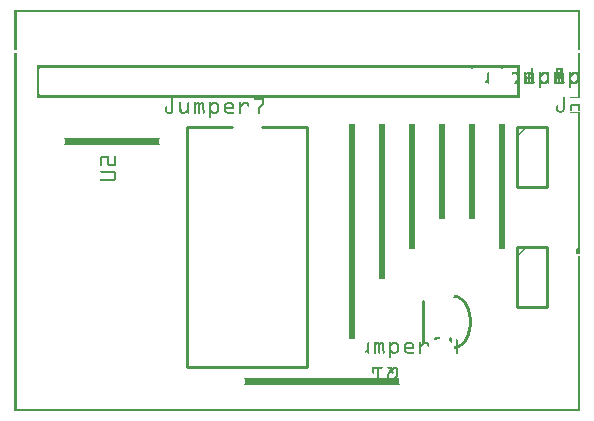
<source format=gto>
G04 MADE WITH FRITZING*
G04 WWW.FRITZING.ORG*
G04 DOUBLE SIDED*
G04 HOLES PLATED*
G04 CONTOUR ON CENTER OF CONTOUR VECTOR*
%ASAXBY*%
%FSLAX23Y23*%
%MOIN*%
%OFA0B0*%
%SFA1.0B1.0*%
%ADD10C,0.010000*%
%ADD11R,0.001000X0.001000*%
%LNSILK1*%
G90*
G70*
G54D10*
X1362Y229D02*
X1362Y369D01*
D02*
X1676Y549D02*
X1676Y349D01*
D02*
X1676Y349D02*
X1776Y349D01*
D02*
X1776Y349D02*
X1776Y549D01*
D02*
X1776Y549D02*
X1676Y549D01*
D02*
X576Y949D02*
X576Y149D01*
D02*
X576Y149D02*
X976Y149D01*
D02*
X976Y149D02*
X976Y949D01*
D02*
X576Y949D02*
X726Y949D01*
D02*
X826Y949D02*
X976Y949D01*
D02*
X1676Y949D02*
X1676Y749D01*
D02*
X1676Y749D02*
X1776Y749D01*
D02*
X1776Y749D02*
X1776Y949D01*
D02*
X1776Y949D02*
X1676Y949D01*
G54D11*
X0Y1339D02*
X1885Y1339D01*
X0Y1338D02*
X1885Y1338D01*
X0Y1337D02*
X1885Y1337D01*
X0Y1336D02*
X1885Y1336D01*
X0Y1335D02*
X1885Y1335D01*
X0Y1334D02*
X1885Y1334D01*
X0Y1333D02*
X1885Y1333D01*
X0Y1332D02*
X1885Y1332D01*
X0Y1331D02*
X7Y1331D01*
X1878Y1331D02*
X1885Y1331D01*
X0Y1330D02*
X7Y1330D01*
X1878Y1330D02*
X1885Y1330D01*
X0Y1329D02*
X7Y1329D01*
X1878Y1329D02*
X1885Y1329D01*
X0Y1328D02*
X7Y1328D01*
X1878Y1328D02*
X1885Y1328D01*
X0Y1327D02*
X7Y1327D01*
X1878Y1327D02*
X1885Y1327D01*
X0Y1326D02*
X7Y1326D01*
X1878Y1326D02*
X1885Y1326D01*
X0Y1325D02*
X7Y1325D01*
X1878Y1325D02*
X1885Y1325D01*
X0Y1324D02*
X7Y1324D01*
X1878Y1324D02*
X1885Y1324D01*
X0Y1323D02*
X7Y1323D01*
X1878Y1323D02*
X1885Y1323D01*
X0Y1322D02*
X7Y1322D01*
X1878Y1322D02*
X1885Y1322D01*
X0Y1321D02*
X7Y1321D01*
X1878Y1321D02*
X1885Y1321D01*
X0Y1320D02*
X7Y1320D01*
X1878Y1320D02*
X1885Y1320D01*
X0Y1319D02*
X7Y1319D01*
X1878Y1319D02*
X1885Y1319D01*
X0Y1318D02*
X7Y1318D01*
X1878Y1318D02*
X1885Y1318D01*
X0Y1317D02*
X7Y1317D01*
X1878Y1317D02*
X1885Y1317D01*
X0Y1316D02*
X7Y1316D01*
X1878Y1316D02*
X1885Y1316D01*
X0Y1315D02*
X7Y1315D01*
X1878Y1315D02*
X1885Y1315D01*
X0Y1314D02*
X7Y1314D01*
X1878Y1314D02*
X1885Y1314D01*
X0Y1313D02*
X7Y1313D01*
X1878Y1313D02*
X1885Y1313D01*
X0Y1312D02*
X7Y1312D01*
X1878Y1312D02*
X1885Y1312D01*
X0Y1311D02*
X7Y1311D01*
X1878Y1311D02*
X1885Y1311D01*
X0Y1310D02*
X7Y1310D01*
X1878Y1310D02*
X1885Y1310D01*
X0Y1309D02*
X7Y1309D01*
X1878Y1309D02*
X1885Y1309D01*
X0Y1308D02*
X7Y1308D01*
X1878Y1308D02*
X1885Y1308D01*
X0Y1307D02*
X7Y1307D01*
X1878Y1307D02*
X1885Y1307D01*
X0Y1306D02*
X7Y1306D01*
X1878Y1306D02*
X1885Y1306D01*
X0Y1305D02*
X7Y1305D01*
X1878Y1305D02*
X1885Y1305D01*
X0Y1304D02*
X7Y1304D01*
X1878Y1304D02*
X1885Y1304D01*
X0Y1303D02*
X7Y1303D01*
X1878Y1303D02*
X1885Y1303D01*
X0Y1302D02*
X7Y1302D01*
X1878Y1302D02*
X1885Y1302D01*
X0Y1301D02*
X7Y1301D01*
X1878Y1301D02*
X1885Y1301D01*
X0Y1300D02*
X7Y1300D01*
X1878Y1300D02*
X1885Y1300D01*
X0Y1299D02*
X7Y1299D01*
X1878Y1299D02*
X1885Y1299D01*
X0Y1298D02*
X7Y1298D01*
X1878Y1298D02*
X1885Y1298D01*
X0Y1297D02*
X7Y1297D01*
X1878Y1297D02*
X1885Y1297D01*
X0Y1296D02*
X7Y1296D01*
X1878Y1296D02*
X1885Y1296D01*
X0Y1295D02*
X7Y1295D01*
X1878Y1295D02*
X1885Y1295D01*
X0Y1294D02*
X7Y1294D01*
X1878Y1294D02*
X1885Y1294D01*
X0Y1293D02*
X7Y1293D01*
X1878Y1293D02*
X1885Y1293D01*
X0Y1292D02*
X7Y1292D01*
X1878Y1292D02*
X1885Y1292D01*
X0Y1291D02*
X7Y1291D01*
X1878Y1291D02*
X1885Y1291D01*
X0Y1290D02*
X7Y1290D01*
X1878Y1290D02*
X1885Y1290D01*
X0Y1289D02*
X7Y1289D01*
X1878Y1289D02*
X1885Y1289D01*
X0Y1288D02*
X7Y1288D01*
X1878Y1288D02*
X1885Y1288D01*
X0Y1287D02*
X7Y1287D01*
X1878Y1287D02*
X1885Y1287D01*
X0Y1286D02*
X7Y1286D01*
X1878Y1286D02*
X1885Y1286D01*
X0Y1285D02*
X7Y1285D01*
X1878Y1285D02*
X1885Y1285D01*
X0Y1284D02*
X7Y1284D01*
X1878Y1284D02*
X1885Y1284D01*
X0Y1283D02*
X7Y1283D01*
X1878Y1283D02*
X1885Y1283D01*
X0Y1282D02*
X7Y1282D01*
X1878Y1282D02*
X1885Y1282D01*
X0Y1281D02*
X7Y1281D01*
X1878Y1281D02*
X1885Y1281D01*
X0Y1280D02*
X7Y1280D01*
X1878Y1280D02*
X1885Y1280D01*
X0Y1279D02*
X7Y1279D01*
X1878Y1279D02*
X1885Y1279D01*
X0Y1278D02*
X7Y1278D01*
X1878Y1278D02*
X1885Y1278D01*
X0Y1277D02*
X7Y1277D01*
X1878Y1277D02*
X1885Y1277D01*
X0Y1276D02*
X7Y1276D01*
X1878Y1276D02*
X1885Y1276D01*
X0Y1275D02*
X7Y1275D01*
X1878Y1275D02*
X1885Y1275D01*
X0Y1274D02*
X7Y1274D01*
X1878Y1274D02*
X1885Y1274D01*
X0Y1273D02*
X7Y1273D01*
X1878Y1273D02*
X1885Y1273D01*
X0Y1272D02*
X7Y1272D01*
X1878Y1272D02*
X1885Y1272D01*
X0Y1271D02*
X7Y1271D01*
X1878Y1271D02*
X1885Y1271D01*
X0Y1270D02*
X7Y1270D01*
X1878Y1270D02*
X1885Y1270D01*
X0Y1269D02*
X7Y1269D01*
X1878Y1269D02*
X1885Y1269D01*
X0Y1268D02*
X7Y1268D01*
X1878Y1268D02*
X1885Y1268D01*
X0Y1267D02*
X7Y1267D01*
X1878Y1267D02*
X1885Y1267D01*
X0Y1266D02*
X7Y1266D01*
X1878Y1266D02*
X1885Y1266D01*
X0Y1265D02*
X7Y1265D01*
X1878Y1265D02*
X1885Y1265D01*
X0Y1264D02*
X7Y1264D01*
X1878Y1264D02*
X1885Y1264D01*
X0Y1263D02*
X7Y1263D01*
X1878Y1263D02*
X1885Y1263D01*
X0Y1262D02*
X7Y1262D01*
X1878Y1262D02*
X1885Y1262D01*
X0Y1261D02*
X7Y1261D01*
X1878Y1261D02*
X1885Y1261D01*
X0Y1260D02*
X7Y1260D01*
X1878Y1260D02*
X1885Y1260D01*
X0Y1259D02*
X7Y1259D01*
X1878Y1259D02*
X1885Y1259D01*
X0Y1258D02*
X7Y1258D01*
X1878Y1258D02*
X1885Y1258D01*
X0Y1257D02*
X7Y1257D01*
X1878Y1257D02*
X1885Y1257D01*
X0Y1256D02*
X7Y1256D01*
X1878Y1256D02*
X1885Y1256D01*
X0Y1255D02*
X7Y1255D01*
X1878Y1255D02*
X1885Y1255D01*
X0Y1254D02*
X7Y1254D01*
X1878Y1254D02*
X1885Y1254D01*
X0Y1253D02*
X7Y1253D01*
X1878Y1253D02*
X1885Y1253D01*
X0Y1252D02*
X7Y1252D01*
X1878Y1252D02*
X1885Y1252D01*
X0Y1251D02*
X7Y1251D01*
X1878Y1251D02*
X1885Y1251D01*
X0Y1250D02*
X7Y1250D01*
X1878Y1250D02*
X1885Y1250D01*
X0Y1249D02*
X7Y1249D01*
X1878Y1249D02*
X1885Y1249D01*
X0Y1248D02*
X7Y1248D01*
X1878Y1248D02*
X1885Y1248D01*
X0Y1247D02*
X7Y1247D01*
X1878Y1247D02*
X1885Y1247D01*
X0Y1246D02*
X7Y1246D01*
X1878Y1246D02*
X1885Y1246D01*
X0Y1245D02*
X7Y1245D01*
X1878Y1245D02*
X1885Y1245D01*
X0Y1244D02*
X7Y1244D01*
X1878Y1244D02*
X1885Y1244D01*
X0Y1243D02*
X7Y1243D01*
X1878Y1243D02*
X1885Y1243D01*
X0Y1242D02*
X7Y1242D01*
X1878Y1242D02*
X1885Y1242D01*
X0Y1241D02*
X7Y1241D01*
X1878Y1241D02*
X1885Y1241D01*
X0Y1240D02*
X7Y1240D01*
X1878Y1240D02*
X1885Y1240D01*
X0Y1239D02*
X7Y1239D01*
X1878Y1239D02*
X1885Y1239D01*
X0Y1238D02*
X7Y1238D01*
X1878Y1238D02*
X1885Y1238D01*
X0Y1237D02*
X7Y1237D01*
X1878Y1237D02*
X1885Y1237D01*
X0Y1236D02*
X7Y1236D01*
X1878Y1236D02*
X1885Y1236D01*
X0Y1235D02*
X7Y1235D01*
X1878Y1235D02*
X1885Y1235D01*
X0Y1234D02*
X7Y1234D01*
X1878Y1234D02*
X1885Y1234D01*
X0Y1233D02*
X7Y1233D01*
X1878Y1233D02*
X1885Y1233D01*
X0Y1232D02*
X7Y1232D01*
X1878Y1232D02*
X1885Y1232D01*
X0Y1231D02*
X7Y1231D01*
X1878Y1231D02*
X1885Y1231D01*
X0Y1230D02*
X7Y1230D01*
X1878Y1230D02*
X1885Y1230D01*
X0Y1229D02*
X7Y1229D01*
X1878Y1229D02*
X1885Y1229D01*
X0Y1228D02*
X7Y1228D01*
X1878Y1228D02*
X1885Y1228D01*
X0Y1227D02*
X7Y1227D01*
X1878Y1227D02*
X1885Y1227D01*
X0Y1226D02*
X7Y1226D01*
X1878Y1226D02*
X1885Y1226D01*
X0Y1225D02*
X7Y1225D01*
X1878Y1225D02*
X1885Y1225D01*
X0Y1224D02*
X7Y1224D01*
X1878Y1224D02*
X1885Y1224D01*
X0Y1223D02*
X7Y1223D01*
X1878Y1223D02*
X1885Y1223D01*
X0Y1222D02*
X7Y1222D01*
X1878Y1222D02*
X1885Y1222D01*
X0Y1221D02*
X7Y1221D01*
X1878Y1221D02*
X1885Y1221D01*
X0Y1220D02*
X7Y1220D01*
X1878Y1220D02*
X1885Y1220D01*
X0Y1219D02*
X7Y1219D01*
X1878Y1219D02*
X1885Y1219D01*
X0Y1218D02*
X7Y1218D01*
X1878Y1218D02*
X1885Y1218D01*
X0Y1217D02*
X7Y1217D01*
X1878Y1217D02*
X1885Y1217D01*
X0Y1216D02*
X7Y1216D01*
X1878Y1216D02*
X1885Y1216D01*
X0Y1215D02*
X7Y1215D01*
X1878Y1215D02*
X1885Y1215D01*
X0Y1214D02*
X7Y1214D01*
X1878Y1214D02*
X1885Y1214D01*
X0Y1213D02*
X7Y1213D01*
X1878Y1213D02*
X1885Y1213D01*
X0Y1212D02*
X7Y1212D01*
X1878Y1212D02*
X1885Y1212D01*
X0Y1211D02*
X7Y1211D01*
X1878Y1211D02*
X1885Y1211D01*
X0Y1210D02*
X7Y1210D01*
X1878Y1210D02*
X1885Y1210D01*
X0Y1209D02*
X7Y1209D01*
X1878Y1209D02*
X1885Y1209D01*
X0Y1208D02*
X7Y1208D01*
X1878Y1208D02*
X1885Y1208D01*
X0Y1207D02*
X7Y1207D01*
X1878Y1207D02*
X1885Y1207D01*
X0Y1206D02*
X7Y1206D01*
X1878Y1206D02*
X1885Y1206D01*
X0Y1205D02*
X7Y1205D01*
X1878Y1205D02*
X1885Y1205D01*
X0Y1204D02*
X117Y1204D01*
X134Y1204D02*
X1717Y1204D01*
X0Y1194D02*
X7Y1194D01*
X1878Y1194D02*
X1885Y1194D01*
X0Y1193D02*
X7Y1193D01*
X1878Y1193D02*
X1885Y1193D01*
X0Y1192D02*
X7Y1192D01*
X1878Y1192D02*
X1885Y1192D01*
X0Y1191D02*
X7Y1191D01*
X1878Y1191D02*
X1885Y1191D01*
X0Y1190D02*
X7Y1190D01*
X1878Y1190D02*
X1885Y1190D01*
X0Y1189D02*
X7Y1189D01*
X1878Y1189D02*
X1885Y1189D01*
X0Y1188D02*
X7Y1188D01*
X1878Y1188D02*
X1885Y1188D01*
X0Y1187D02*
X7Y1187D01*
X1878Y1187D02*
X1885Y1187D01*
X0Y1186D02*
X7Y1186D01*
X1878Y1186D02*
X1885Y1186D01*
X0Y1185D02*
X7Y1185D01*
X1878Y1185D02*
X1885Y1185D01*
X0Y1184D02*
X7Y1184D01*
X1878Y1184D02*
X1885Y1184D01*
X0Y1183D02*
X7Y1183D01*
X1878Y1183D02*
X1885Y1183D01*
X0Y1182D02*
X7Y1182D01*
X1878Y1182D02*
X1885Y1182D01*
X0Y1181D02*
X7Y1181D01*
X1878Y1181D02*
X1885Y1181D01*
X0Y1180D02*
X7Y1180D01*
X1878Y1180D02*
X1885Y1180D01*
X0Y1179D02*
X7Y1179D01*
X1878Y1179D02*
X1885Y1179D01*
X0Y1178D02*
X7Y1178D01*
X1878Y1178D02*
X1885Y1178D01*
X0Y1177D02*
X7Y1177D01*
X1878Y1177D02*
X1885Y1177D01*
X0Y1176D02*
X7Y1176D01*
X1878Y1176D02*
X1885Y1176D01*
X0Y1175D02*
X7Y1175D01*
X1878Y1175D02*
X1885Y1175D01*
X0Y1174D02*
X7Y1174D01*
X1878Y1174D02*
X1885Y1174D01*
X0Y1173D02*
X7Y1173D01*
X1878Y1173D02*
X1885Y1173D01*
X0Y1172D02*
X7Y1172D01*
X1878Y1172D02*
X1885Y1172D01*
X0Y1171D02*
X7Y1171D01*
X1878Y1171D02*
X1885Y1171D01*
X0Y1170D02*
X7Y1170D01*
X1878Y1170D02*
X1885Y1170D01*
X0Y1169D02*
X7Y1169D01*
X1878Y1169D02*
X1885Y1169D01*
X0Y1168D02*
X7Y1168D01*
X1878Y1168D02*
X1885Y1168D01*
X0Y1167D02*
X7Y1167D01*
X1878Y1167D02*
X1885Y1167D01*
X0Y1166D02*
X7Y1166D01*
X1878Y1166D02*
X1885Y1166D01*
X0Y1165D02*
X7Y1165D01*
X1878Y1165D02*
X1885Y1165D01*
X0Y1164D02*
X7Y1164D01*
X1878Y1164D02*
X1885Y1164D01*
X0Y1163D02*
X7Y1163D01*
X1878Y1163D02*
X1885Y1163D01*
X0Y1162D02*
X7Y1162D01*
X1878Y1162D02*
X1885Y1162D01*
X0Y1161D02*
X7Y1161D01*
X1878Y1161D02*
X1885Y1161D01*
X0Y1160D02*
X7Y1160D01*
X1878Y1160D02*
X1885Y1160D01*
X0Y1159D02*
X7Y1159D01*
X1878Y1159D02*
X1885Y1159D01*
X0Y1158D02*
X7Y1158D01*
X1878Y1158D02*
X1885Y1158D01*
X0Y1157D02*
X7Y1157D01*
X1878Y1157D02*
X1885Y1157D01*
X0Y1156D02*
X7Y1156D01*
X1878Y1156D02*
X1885Y1156D01*
X0Y1155D02*
X7Y1155D01*
X1878Y1155D02*
X1885Y1155D01*
X0Y1154D02*
X7Y1154D01*
X76Y1154D02*
X1685Y1154D01*
X1878Y1154D02*
X1885Y1154D01*
X0Y1153D02*
X7Y1153D01*
X76Y1153D02*
X1685Y1153D01*
X1878Y1153D02*
X1885Y1153D01*
X0Y1152D02*
X7Y1152D01*
X76Y1152D02*
X1685Y1152D01*
X1878Y1152D02*
X1885Y1152D01*
X0Y1151D02*
X7Y1151D01*
X76Y1151D02*
X1685Y1151D01*
X1878Y1151D02*
X1885Y1151D01*
X0Y1150D02*
X7Y1150D01*
X76Y1150D02*
X1685Y1150D01*
X1878Y1150D02*
X1885Y1150D01*
X0Y1149D02*
X7Y1149D01*
X76Y1149D02*
X1685Y1149D01*
X1878Y1149D02*
X1885Y1149D01*
X0Y1148D02*
X7Y1148D01*
X76Y1148D02*
X1685Y1148D01*
X1878Y1148D02*
X1885Y1148D01*
X0Y1147D02*
X7Y1147D01*
X76Y1147D02*
X1685Y1147D01*
X1878Y1147D02*
X1885Y1147D01*
X0Y1146D02*
X7Y1146D01*
X76Y1146D02*
X1685Y1146D01*
X1878Y1146D02*
X1885Y1146D01*
X0Y1145D02*
X7Y1145D01*
X76Y1145D02*
X1685Y1145D01*
X1725Y1145D02*
X1728Y1145D01*
X1808Y1145D02*
X1828Y1145D01*
X1878Y1145D02*
X1885Y1145D01*
X0Y1144D02*
X7Y1144D01*
X76Y1144D02*
X85Y1144D01*
X1524Y1144D02*
X1529Y1144D01*
X1624Y1144D02*
X1629Y1144D01*
X1676Y1144D02*
X1685Y1144D01*
X1724Y1144D02*
X1729Y1144D01*
X1807Y1144D02*
X1829Y1144D01*
X1878Y1144D02*
X1885Y1144D01*
X0Y1143D02*
X7Y1143D01*
X76Y1143D02*
X85Y1143D01*
X1524Y1143D02*
X1530Y1143D01*
X1624Y1143D02*
X1630Y1143D01*
X1676Y1143D02*
X1685Y1143D01*
X1724Y1143D02*
X1729Y1143D01*
X1807Y1143D02*
X1829Y1143D01*
X1878Y1143D02*
X1885Y1143D01*
X0Y1142D02*
X7Y1142D01*
X76Y1142D02*
X82Y1142D01*
X1676Y1142D02*
X1685Y1142D01*
X1724Y1142D02*
X1730Y1142D01*
X1806Y1142D02*
X1830Y1142D01*
X1878Y1142D02*
X1885Y1142D01*
X0Y1141D02*
X7Y1141D01*
X76Y1141D02*
X82Y1141D01*
X1676Y1141D02*
X1685Y1141D01*
X1724Y1141D02*
X1730Y1141D01*
X1806Y1141D02*
X1830Y1141D01*
X1878Y1141D02*
X1885Y1141D01*
X0Y1140D02*
X7Y1140D01*
X76Y1140D02*
X82Y1140D01*
X1676Y1140D02*
X1685Y1140D01*
X1724Y1140D02*
X1730Y1140D01*
X1806Y1140D02*
X1830Y1140D01*
X1878Y1140D02*
X1885Y1140D01*
X0Y1139D02*
X7Y1139D01*
X76Y1139D02*
X82Y1139D01*
X1676Y1139D02*
X1685Y1139D01*
X1724Y1139D02*
X1730Y1139D01*
X1806Y1139D02*
X1830Y1139D01*
X1878Y1139D02*
X1885Y1139D01*
X0Y1138D02*
X7Y1138D01*
X76Y1138D02*
X82Y1138D01*
X1676Y1138D02*
X1685Y1138D01*
X1724Y1138D02*
X1730Y1138D01*
X1806Y1138D02*
X1812Y1138D01*
X1820Y1138D02*
X1830Y1138D01*
X1878Y1138D02*
X1885Y1138D01*
X0Y1137D02*
X7Y1137D01*
X76Y1137D02*
X82Y1137D01*
X1676Y1137D02*
X1685Y1137D01*
X1724Y1137D02*
X1730Y1137D01*
X1806Y1137D02*
X1812Y1137D01*
X1820Y1137D02*
X1830Y1137D01*
X1878Y1137D02*
X1885Y1137D01*
X0Y1136D02*
X7Y1136D01*
X76Y1136D02*
X82Y1136D01*
X1676Y1136D02*
X1685Y1136D01*
X1724Y1136D02*
X1730Y1136D01*
X1806Y1136D02*
X1812Y1136D01*
X1820Y1136D02*
X1830Y1136D01*
X1878Y1136D02*
X1885Y1136D01*
X0Y1135D02*
X7Y1135D01*
X76Y1135D02*
X82Y1135D01*
X1676Y1135D02*
X1685Y1135D01*
X1724Y1135D02*
X1730Y1135D01*
X1806Y1135D02*
X1812Y1135D01*
X1820Y1135D02*
X1830Y1135D01*
X1878Y1135D02*
X1885Y1135D01*
X0Y1134D02*
X7Y1134D01*
X76Y1134D02*
X82Y1134D01*
X1676Y1134D02*
X1685Y1134D01*
X1724Y1134D02*
X1730Y1134D01*
X1806Y1134D02*
X1812Y1134D01*
X1820Y1134D02*
X1830Y1134D01*
X1878Y1134D02*
X1885Y1134D01*
X0Y1133D02*
X7Y1133D01*
X76Y1133D02*
X82Y1133D01*
X1676Y1133D02*
X1685Y1133D01*
X1724Y1133D02*
X1730Y1133D01*
X1806Y1133D02*
X1812Y1133D01*
X1820Y1133D02*
X1830Y1133D01*
X1878Y1133D02*
X1885Y1133D01*
X0Y1132D02*
X7Y1132D01*
X76Y1132D02*
X82Y1132D01*
X1653Y1132D02*
X1654Y1132D01*
X1663Y1132D02*
X1670Y1132D01*
X1676Y1132D02*
X1685Y1132D01*
X1724Y1132D02*
X1730Y1132D01*
X1751Y1132D02*
X1754Y1132D01*
X1763Y1132D02*
X1770Y1132D01*
X1806Y1132D02*
X1812Y1132D01*
X1820Y1132D02*
X1830Y1132D01*
X1851Y1132D02*
X1854Y1132D01*
X1863Y1132D02*
X1870Y1132D01*
X1878Y1132D02*
X1885Y1132D01*
X0Y1131D02*
X7Y1131D01*
X76Y1131D02*
X82Y1131D01*
X1580Y1131D02*
X1580Y1131D01*
X1655Y1131D02*
X1655Y1131D01*
X1661Y1131D02*
X1672Y1131D01*
X1676Y1131D02*
X1685Y1131D01*
X1702Y1131D02*
X1702Y1131D01*
X1711Y1131D02*
X1721Y1131D01*
X1724Y1131D02*
X1730Y1131D01*
X1750Y1131D02*
X1755Y1131D01*
X1761Y1131D02*
X1774Y1131D01*
X1780Y1131D02*
X1780Y1131D01*
X1802Y1131D02*
X1802Y1131D01*
X1806Y1131D02*
X1830Y1131D01*
X1850Y1131D02*
X1855Y1131D01*
X1861Y1131D02*
X1874Y1131D01*
X1878Y1131D02*
X1885Y1131D01*
X0Y1130D02*
X7Y1130D01*
X76Y1130D02*
X82Y1130D01*
X1578Y1130D02*
X1582Y1130D01*
X1659Y1130D02*
X1674Y1130D01*
X1676Y1130D02*
X1685Y1130D01*
X1700Y1130D02*
X1704Y1130D01*
X1708Y1130D02*
X1730Y1130D01*
X1750Y1130D02*
X1755Y1130D01*
X1759Y1130D02*
X1782Y1130D01*
X1800Y1130D02*
X1804Y1130D01*
X1806Y1130D02*
X1830Y1130D01*
X1850Y1130D02*
X1855Y1130D01*
X1859Y1130D02*
X1885Y1130D01*
X0Y1129D02*
X7Y1129D01*
X76Y1129D02*
X82Y1129D01*
X1577Y1129D02*
X1583Y1129D01*
X1658Y1129D02*
X1685Y1129D01*
X1699Y1129D02*
X1730Y1129D01*
X1750Y1129D02*
X1756Y1129D01*
X1758Y1129D02*
X1783Y1129D01*
X1799Y1129D02*
X1830Y1129D01*
X1849Y1129D02*
X1855Y1129D01*
X1858Y1129D02*
X1885Y1129D01*
X0Y1128D02*
X7Y1128D01*
X76Y1128D02*
X82Y1128D01*
X1577Y1128D02*
X1583Y1128D01*
X1658Y1128D02*
X1685Y1128D01*
X1699Y1128D02*
X1730Y1128D01*
X1749Y1128D02*
X1783Y1128D01*
X1799Y1128D02*
X1830Y1128D01*
X1849Y1128D02*
X1885Y1128D01*
X0Y1127D02*
X7Y1127D01*
X76Y1127D02*
X82Y1127D01*
X1577Y1127D02*
X1583Y1127D01*
X1658Y1127D02*
X1685Y1127D01*
X1699Y1127D02*
X1731Y1127D01*
X1749Y1127D02*
X1783Y1127D01*
X1799Y1127D02*
X1831Y1127D01*
X1849Y1127D02*
X1885Y1127D01*
X0Y1126D02*
X7Y1126D01*
X76Y1126D02*
X82Y1126D01*
X1577Y1126D02*
X1583Y1126D01*
X1659Y1126D02*
X1685Y1126D01*
X1699Y1126D02*
X1732Y1126D01*
X1749Y1126D02*
X1783Y1126D01*
X1799Y1126D02*
X1832Y1126D01*
X1849Y1126D02*
X1885Y1126D01*
X0Y1125D02*
X7Y1125D01*
X76Y1125D02*
X82Y1125D01*
X1577Y1125D02*
X1583Y1125D01*
X1660Y1125D02*
X1663Y1125D01*
X1669Y1125D02*
X1685Y1125D01*
X1699Y1125D02*
X1732Y1125D01*
X1749Y1125D02*
X1783Y1125D01*
X1799Y1125D02*
X1832Y1125D01*
X1849Y1125D02*
X1885Y1125D01*
X0Y1124D02*
X7Y1124D01*
X76Y1124D02*
X82Y1124D01*
X1577Y1124D02*
X1583Y1124D01*
X1661Y1124D02*
X1662Y1124D01*
X1671Y1124D02*
X1685Y1124D01*
X1699Y1124D02*
X1732Y1124D01*
X1749Y1124D02*
X1767Y1124D01*
X1771Y1124D02*
X1783Y1124D01*
X1799Y1124D02*
X1832Y1124D01*
X1849Y1124D02*
X1867Y1124D01*
X1871Y1124D02*
X1885Y1124D01*
X0Y1123D02*
X7Y1123D01*
X76Y1123D02*
X82Y1123D01*
X1577Y1123D02*
X1583Y1123D01*
X1661Y1123D02*
X1661Y1123D01*
X1672Y1123D02*
X1685Y1123D01*
X1699Y1123D02*
X1709Y1123D01*
X1713Y1123D02*
X1733Y1123D01*
X1749Y1123D02*
X1766Y1123D01*
X1772Y1123D02*
X1783Y1123D01*
X1799Y1123D02*
X1832Y1123D01*
X1849Y1123D02*
X1866Y1123D01*
X1872Y1123D02*
X1885Y1123D01*
X0Y1122D02*
X7Y1122D01*
X76Y1122D02*
X82Y1122D01*
X1577Y1122D02*
X1583Y1122D01*
X1673Y1122D02*
X1685Y1122D01*
X1699Y1122D02*
X1708Y1122D01*
X1713Y1122D02*
X1722Y1122D01*
X1724Y1122D02*
X1733Y1122D01*
X1749Y1122D02*
X1765Y1122D01*
X1773Y1122D02*
X1783Y1122D01*
X1799Y1122D02*
X1833Y1122D01*
X1849Y1122D02*
X1865Y1122D01*
X1873Y1122D02*
X1885Y1122D01*
X0Y1121D02*
X7Y1121D01*
X76Y1121D02*
X82Y1121D01*
X1577Y1121D02*
X1583Y1121D01*
X1674Y1121D02*
X1685Y1121D01*
X1699Y1121D02*
X1707Y1121D01*
X1713Y1121D02*
X1720Y1121D01*
X1724Y1121D02*
X1733Y1121D01*
X1749Y1121D02*
X1763Y1121D01*
X1774Y1121D02*
X1783Y1121D01*
X1799Y1121D02*
X1833Y1121D01*
X1849Y1121D02*
X1863Y1121D01*
X1874Y1121D02*
X1885Y1121D01*
X0Y1120D02*
X7Y1120D01*
X76Y1120D02*
X82Y1120D01*
X1577Y1120D02*
X1583Y1120D01*
X1675Y1120D02*
X1685Y1120D01*
X1699Y1120D02*
X1706Y1120D01*
X1713Y1120D02*
X1719Y1120D01*
X1724Y1120D02*
X1733Y1120D01*
X1749Y1120D02*
X1762Y1120D01*
X1775Y1120D02*
X1783Y1120D01*
X1799Y1120D02*
X1833Y1120D01*
X1849Y1120D02*
X1862Y1120D01*
X1875Y1120D02*
X1885Y1120D01*
X0Y1119D02*
X7Y1119D01*
X76Y1119D02*
X82Y1119D01*
X1577Y1119D02*
X1583Y1119D01*
X1676Y1119D02*
X1685Y1119D01*
X1699Y1119D02*
X1706Y1119D01*
X1713Y1119D02*
X1719Y1119D01*
X1724Y1119D02*
X1733Y1119D01*
X1749Y1119D02*
X1761Y1119D01*
X1776Y1119D02*
X1783Y1119D01*
X1799Y1119D02*
X1833Y1119D01*
X1849Y1119D02*
X1861Y1119D01*
X1876Y1119D02*
X1885Y1119D01*
X0Y1118D02*
X7Y1118D01*
X76Y1118D02*
X82Y1118D01*
X1577Y1118D02*
X1583Y1118D01*
X1676Y1118D02*
X1685Y1118D01*
X1699Y1118D02*
X1706Y1118D01*
X1713Y1118D02*
X1719Y1118D01*
X1724Y1118D02*
X1733Y1118D01*
X1749Y1118D02*
X1760Y1118D01*
X1777Y1118D02*
X1783Y1118D01*
X1799Y1118D02*
X1833Y1118D01*
X1849Y1118D02*
X1860Y1118D01*
X1877Y1118D02*
X1885Y1118D01*
X0Y1117D02*
X7Y1117D01*
X76Y1117D02*
X82Y1117D01*
X1577Y1117D02*
X1583Y1117D01*
X1676Y1117D02*
X1685Y1117D01*
X1699Y1117D02*
X1706Y1117D01*
X1713Y1117D02*
X1719Y1117D01*
X1724Y1117D02*
X1733Y1117D01*
X1749Y1117D02*
X1759Y1117D01*
X1777Y1117D02*
X1783Y1117D01*
X1799Y1117D02*
X1833Y1117D01*
X1849Y1117D02*
X1859Y1117D01*
X1877Y1117D02*
X1885Y1117D01*
X0Y1116D02*
X7Y1116D01*
X76Y1116D02*
X82Y1116D01*
X1577Y1116D02*
X1583Y1116D01*
X1676Y1116D02*
X1685Y1116D01*
X1699Y1116D02*
X1707Y1116D01*
X1713Y1116D02*
X1719Y1116D01*
X1724Y1116D02*
X1733Y1116D01*
X1749Y1116D02*
X1758Y1116D01*
X1777Y1116D02*
X1783Y1116D01*
X1799Y1116D02*
X1833Y1116D01*
X1849Y1116D02*
X1858Y1116D01*
X1877Y1116D02*
X1885Y1116D01*
X0Y1115D02*
X7Y1115D01*
X76Y1115D02*
X82Y1115D01*
X1577Y1115D02*
X1583Y1115D01*
X1676Y1115D02*
X1685Y1115D01*
X1699Y1115D02*
X1708Y1115D01*
X1713Y1115D02*
X1719Y1115D01*
X1724Y1115D02*
X1733Y1115D01*
X1749Y1115D02*
X1757Y1115D01*
X1777Y1115D02*
X1783Y1115D01*
X1799Y1115D02*
X1808Y1115D01*
X1813Y1115D02*
X1819Y1115D01*
X1824Y1115D02*
X1833Y1115D01*
X1849Y1115D02*
X1856Y1115D01*
X1877Y1115D02*
X1885Y1115D01*
X0Y1114D02*
X7Y1114D01*
X76Y1114D02*
X82Y1114D01*
X1577Y1114D02*
X1583Y1114D01*
X1676Y1114D02*
X1685Y1114D01*
X1699Y1114D02*
X1709Y1114D01*
X1713Y1114D02*
X1719Y1114D01*
X1724Y1114D02*
X1733Y1114D01*
X1749Y1114D02*
X1756Y1114D01*
X1777Y1114D02*
X1783Y1114D01*
X1799Y1114D02*
X1809Y1114D01*
X1813Y1114D02*
X1819Y1114D01*
X1824Y1114D02*
X1833Y1114D01*
X1849Y1114D02*
X1856Y1114D01*
X1877Y1114D02*
X1885Y1114D01*
X0Y1113D02*
X7Y1113D01*
X76Y1113D02*
X82Y1113D01*
X1577Y1113D02*
X1583Y1113D01*
X1676Y1113D02*
X1685Y1113D01*
X1699Y1113D02*
X1733Y1113D01*
X1749Y1113D02*
X1756Y1113D01*
X1777Y1113D02*
X1783Y1113D01*
X1799Y1113D02*
X1833Y1113D01*
X1849Y1113D02*
X1856Y1113D01*
X1877Y1113D02*
X1885Y1113D01*
X0Y1112D02*
X7Y1112D01*
X76Y1112D02*
X82Y1112D01*
X1577Y1112D02*
X1583Y1112D01*
X1676Y1112D02*
X1685Y1112D01*
X1699Y1112D02*
X1733Y1112D01*
X1749Y1112D02*
X1756Y1112D01*
X1777Y1112D02*
X1783Y1112D01*
X1799Y1112D02*
X1833Y1112D01*
X1849Y1112D02*
X1856Y1112D01*
X1877Y1112D02*
X1885Y1112D01*
X0Y1111D02*
X7Y1111D01*
X76Y1111D02*
X82Y1111D01*
X1577Y1111D02*
X1583Y1111D01*
X1676Y1111D02*
X1685Y1111D01*
X1699Y1111D02*
X1733Y1111D01*
X1749Y1111D02*
X1756Y1111D01*
X1777Y1111D02*
X1783Y1111D01*
X1799Y1111D02*
X1833Y1111D01*
X1849Y1111D02*
X1856Y1111D01*
X1877Y1111D02*
X1885Y1111D01*
X0Y1110D02*
X7Y1110D01*
X76Y1110D02*
X82Y1110D01*
X1577Y1110D02*
X1583Y1110D01*
X1676Y1110D02*
X1685Y1110D01*
X1699Y1110D02*
X1733Y1110D01*
X1749Y1110D02*
X1756Y1110D01*
X1777Y1110D02*
X1783Y1110D01*
X1799Y1110D02*
X1833Y1110D01*
X1849Y1110D02*
X1856Y1110D01*
X1877Y1110D02*
X1885Y1110D01*
X0Y1109D02*
X7Y1109D01*
X76Y1109D02*
X82Y1109D01*
X1577Y1109D02*
X1583Y1109D01*
X1676Y1109D02*
X1685Y1109D01*
X1699Y1109D02*
X1733Y1109D01*
X1749Y1109D02*
X1756Y1109D01*
X1777Y1109D02*
X1783Y1109D01*
X1799Y1109D02*
X1833Y1109D01*
X1849Y1109D02*
X1856Y1109D01*
X1877Y1109D02*
X1885Y1109D01*
X0Y1108D02*
X7Y1108D01*
X76Y1108D02*
X82Y1108D01*
X1577Y1108D02*
X1583Y1108D01*
X1676Y1108D02*
X1685Y1108D01*
X1699Y1108D02*
X1733Y1108D01*
X1749Y1108D02*
X1756Y1108D01*
X1777Y1108D02*
X1783Y1108D01*
X1799Y1108D02*
X1833Y1108D01*
X1849Y1108D02*
X1856Y1108D01*
X1877Y1108D02*
X1885Y1108D01*
X0Y1107D02*
X7Y1107D01*
X76Y1107D02*
X82Y1107D01*
X1577Y1107D02*
X1583Y1107D01*
X1676Y1107D02*
X1685Y1107D01*
X1699Y1107D02*
X1733Y1107D01*
X1749Y1107D02*
X1756Y1107D01*
X1777Y1107D02*
X1783Y1107D01*
X1799Y1107D02*
X1833Y1107D01*
X1849Y1107D02*
X1856Y1107D01*
X1877Y1107D02*
X1885Y1107D01*
X0Y1106D02*
X7Y1106D01*
X76Y1106D02*
X82Y1106D01*
X1577Y1106D02*
X1583Y1106D01*
X1676Y1106D02*
X1685Y1106D01*
X1699Y1106D02*
X1709Y1106D01*
X1713Y1106D02*
X1719Y1106D01*
X1724Y1106D02*
X1733Y1106D01*
X1749Y1106D02*
X1756Y1106D01*
X1777Y1106D02*
X1783Y1106D01*
X1799Y1106D02*
X1809Y1106D01*
X1813Y1106D02*
X1819Y1106D01*
X1824Y1106D02*
X1833Y1106D01*
X1849Y1106D02*
X1856Y1106D01*
X1877Y1106D02*
X1885Y1106D01*
X0Y1105D02*
X7Y1105D01*
X76Y1105D02*
X82Y1105D01*
X1576Y1105D02*
X1583Y1105D01*
X1676Y1105D02*
X1685Y1105D01*
X1699Y1105D02*
X1709Y1105D01*
X1713Y1105D02*
X1719Y1105D01*
X1724Y1105D02*
X1733Y1105D01*
X1749Y1105D02*
X1756Y1105D01*
X1776Y1105D02*
X1783Y1105D01*
X1799Y1105D02*
X1809Y1105D01*
X1813Y1105D02*
X1819Y1105D01*
X1824Y1105D02*
X1833Y1105D01*
X1849Y1105D02*
X1856Y1105D01*
X1876Y1105D02*
X1885Y1105D01*
X0Y1104D02*
X7Y1104D01*
X76Y1104D02*
X82Y1104D01*
X1574Y1104D02*
X1582Y1104D01*
X1674Y1104D02*
X1685Y1104D01*
X1699Y1104D02*
X1709Y1104D01*
X1713Y1104D02*
X1719Y1104D01*
X1724Y1104D02*
X1733Y1104D01*
X1749Y1104D02*
X1757Y1104D01*
X1774Y1104D02*
X1783Y1104D01*
X1799Y1104D02*
X1809Y1104D01*
X1813Y1104D02*
X1819Y1104D01*
X1824Y1104D02*
X1833Y1104D01*
X1849Y1104D02*
X1857Y1104D01*
X1874Y1104D02*
X1885Y1104D01*
X0Y1103D02*
X7Y1103D01*
X76Y1103D02*
X82Y1103D01*
X1573Y1103D02*
X1582Y1103D01*
X1673Y1103D02*
X1685Y1103D01*
X1699Y1103D02*
X1709Y1103D01*
X1713Y1103D02*
X1719Y1103D01*
X1724Y1103D02*
X1733Y1103D01*
X1749Y1103D02*
X1758Y1103D01*
X1772Y1103D02*
X1783Y1103D01*
X1799Y1103D02*
X1809Y1103D01*
X1813Y1103D02*
X1819Y1103D01*
X1824Y1103D02*
X1833Y1103D01*
X1849Y1103D02*
X1858Y1103D01*
X1872Y1103D02*
X1885Y1103D01*
X0Y1102D02*
X7Y1102D01*
X76Y1102D02*
X82Y1102D01*
X1571Y1102D02*
X1582Y1102D01*
X1671Y1102D02*
X1685Y1102D01*
X1699Y1102D02*
X1709Y1102D01*
X1713Y1102D02*
X1719Y1102D01*
X1724Y1102D02*
X1733Y1102D01*
X1749Y1102D02*
X1759Y1102D01*
X1771Y1102D02*
X1783Y1102D01*
X1799Y1102D02*
X1809Y1102D01*
X1813Y1102D02*
X1819Y1102D01*
X1824Y1102D02*
X1833Y1102D01*
X1849Y1102D02*
X1859Y1102D01*
X1871Y1102D02*
X1885Y1102D01*
X0Y1101D02*
X7Y1101D01*
X76Y1101D02*
X82Y1101D01*
X1569Y1101D02*
X1582Y1101D01*
X1669Y1101D02*
X1685Y1101D01*
X1699Y1101D02*
X1709Y1101D01*
X1713Y1101D02*
X1719Y1101D01*
X1723Y1101D02*
X1733Y1101D01*
X1749Y1101D02*
X1760Y1101D01*
X1769Y1101D02*
X1783Y1101D01*
X1799Y1101D02*
X1809Y1101D01*
X1813Y1101D02*
X1819Y1101D01*
X1823Y1101D02*
X1833Y1101D01*
X1849Y1101D02*
X1860Y1101D01*
X1869Y1101D02*
X1885Y1101D01*
X0Y1100D02*
X7Y1100D01*
X76Y1100D02*
X82Y1100D01*
X1568Y1100D02*
X1582Y1100D01*
X1668Y1100D02*
X1685Y1100D01*
X1699Y1100D02*
X1710Y1100D01*
X1713Y1100D02*
X1719Y1100D01*
X1723Y1100D02*
X1733Y1100D01*
X1749Y1100D02*
X1761Y1100D01*
X1768Y1100D02*
X1783Y1100D01*
X1799Y1100D02*
X1810Y1100D01*
X1813Y1100D02*
X1819Y1100D01*
X1823Y1100D02*
X1833Y1100D01*
X1849Y1100D02*
X1861Y1100D01*
X1868Y1100D02*
X1885Y1100D01*
X0Y1099D02*
X7Y1099D01*
X76Y1099D02*
X82Y1099D01*
X1568Y1099D02*
X1582Y1099D01*
X1668Y1099D02*
X1685Y1099D01*
X1699Y1099D02*
X1711Y1099D01*
X1713Y1099D02*
X1719Y1099D01*
X1721Y1099D02*
X1733Y1099D01*
X1749Y1099D02*
X1762Y1099D01*
X1766Y1099D02*
X1783Y1099D01*
X1799Y1099D02*
X1811Y1099D01*
X1813Y1099D02*
X1819Y1099D01*
X1821Y1099D02*
X1833Y1099D01*
X1849Y1099D02*
X1862Y1099D01*
X1866Y1099D02*
X1885Y1099D01*
X0Y1098D02*
X7Y1098D01*
X76Y1098D02*
X82Y1098D01*
X1568Y1098D02*
X1582Y1098D01*
X1668Y1098D02*
X1685Y1098D01*
X1699Y1098D02*
X1733Y1098D01*
X1749Y1098D02*
X1783Y1098D01*
X1799Y1098D02*
X1833Y1098D01*
X1849Y1098D02*
X1885Y1098D01*
X0Y1097D02*
X7Y1097D01*
X76Y1097D02*
X82Y1097D01*
X1568Y1097D02*
X1575Y1097D01*
X1577Y1097D02*
X1582Y1097D01*
X1668Y1097D02*
X1685Y1097D01*
X1699Y1097D02*
X1733Y1097D01*
X1749Y1097D02*
X1783Y1097D01*
X1799Y1097D02*
X1833Y1097D01*
X1849Y1097D02*
X1885Y1097D01*
X0Y1096D02*
X7Y1096D01*
X76Y1096D02*
X82Y1096D01*
X1568Y1096D02*
X1574Y1096D01*
X1577Y1096D02*
X1582Y1096D01*
X1668Y1096D02*
X1685Y1096D01*
X1699Y1096D02*
X1734Y1096D01*
X1749Y1096D02*
X1783Y1096D01*
X1799Y1096D02*
X1834Y1096D01*
X1849Y1096D02*
X1885Y1096D01*
X0Y1095D02*
X7Y1095D01*
X76Y1095D02*
X82Y1095D01*
X1568Y1095D02*
X1572Y1095D01*
X1577Y1095D02*
X1583Y1095D01*
X1668Y1095D02*
X1685Y1095D01*
X1699Y1095D02*
X1734Y1095D01*
X1749Y1095D02*
X1783Y1095D01*
X1799Y1095D02*
X1834Y1095D01*
X1849Y1095D02*
X1885Y1095D01*
X0Y1094D02*
X7Y1094D01*
X76Y1094D02*
X82Y1094D01*
X1568Y1094D02*
X1570Y1094D01*
X1577Y1094D02*
X1583Y1094D01*
X1668Y1094D02*
X1685Y1094D01*
X1699Y1094D02*
X1733Y1094D01*
X1749Y1094D02*
X1775Y1094D01*
X1777Y1094D02*
X1783Y1094D01*
X1799Y1094D02*
X1833Y1094D01*
X1849Y1094D02*
X1875Y1094D01*
X1877Y1094D02*
X1885Y1094D01*
X0Y1093D02*
X7Y1093D01*
X76Y1093D02*
X82Y1093D01*
X1568Y1093D02*
X1569Y1093D01*
X1578Y1093D02*
X1582Y1093D01*
X1667Y1093D02*
X1674Y1093D01*
X1676Y1093D02*
X1685Y1093D01*
X1700Y1093D02*
X1704Y1093D01*
X1707Y1093D02*
X1733Y1093D01*
X1749Y1093D02*
X1774Y1093D01*
X1778Y1093D02*
X1782Y1093D01*
X1800Y1093D02*
X1833Y1093D01*
X1849Y1093D02*
X1874Y1093D01*
X1878Y1093D02*
X1885Y1093D01*
X0Y1092D02*
X7Y1092D01*
X76Y1092D02*
X82Y1092D01*
X1579Y1092D02*
X1581Y1092D01*
X1667Y1092D02*
X1672Y1092D01*
X1676Y1092D02*
X1685Y1092D01*
X1701Y1092D02*
X1703Y1092D01*
X1710Y1092D02*
X1731Y1092D01*
X1749Y1092D02*
X1756Y1092D01*
X1758Y1092D02*
X1772Y1092D01*
X1779Y1092D02*
X1781Y1092D01*
X1801Y1092D02*
X1831Y1092D01*
X1849Y1092D02*
X1855Y1092D01*
X1858Y1092D02*
X1872Y1092D01*
X1878Y1092D02*
X1885Y1092D01*
X0Y1091D02*
X7Y1091D01*
X76Y1091D02*
X82Y1091D01*
X1667Y1091D02*
X1671Y1091D01*
X1676Y1091D02*
X1685Y1091D01*
X1749Y1091D02*
X1756Y1091D01*
X1762Y1091D02*
X1771Y1091D01*
X1849Y1091D02*
X1855Y1091D01*
X1862Y1091D02*
X1871Y1091D01*
X1878Y1091D02*
X1885Y1091D01*
X0Y1090D02*
X7Y1090D01*
X76Y1090D02*
X82Y1090D01*
X1676Y1090D02*
X1685Y1090D01*
X1749Y1090D02*
X1756Y1090D01*
X1849Y1090D02*
X1855Y1090D01*
X1878Y1090D02*
X1885Y1090D01*
X0Y1089D02*
X7Y1089D01*
X76Y1089D02*
X82Y1089D01*
X1676Y1089D02*
X1685Y1089D01*
X1749Y1089D02*
X1756Y1089D01*
X1849Y1089D02*
X1855Y1089D01*
X1878Y1089D02*
X1885Y1089D01*
X0Y1088D02*
X7Y1088D01*
X76Y1088D02*
X82Y1088D01*
X1676Y1088D02*
X1685Y1088D01*
X1749Y1088D02*
X1756Y1088D01*
X1849Y1088D02*
X1855Y1088D01*
X1878Y1088D02*
X1885Y1088D01*
X0Y1087D02*
X7Y1087D01*
X76Y1087D02*
X82Y1087D01*
X1676Y1087D02*
X1685Y1087D01*
X1749Y1087D02*
X1756Y1087D01*
X1849Y1087D02*
X1855Y1087D01*
X1878Y1087D02*
X1885Y1087D01*
X0Y1086D02*
X7Y1086D01*
X76Y1086D02*
X82Y1086D01*
X1676Y1086D02*
X1685Y1086D01*
X1749Y1086D02*
X1756Y1086D01*
X1849Y1086D02*
X1855Y1086D01*
X1878Y1086D02*
X1885Y1086D01*
X0Y1085D02*
X7Y1085D01*
X76Y1085D02*
X82Y1085D01*
X1676Y1085D02*
X1685Y1085D01*
X1749Y1085D02*
X1756Y1085D01*
X1849Y1085D02*
X1855Y1085D01*
X1878Y1085D02*
X1885Y1085D01*
X0Y1084D02*
X7Y1084D01*
X76Y1084D02*
X82Y1084D01*
X1676Y1084D02*
X1685Y1084D01*
X1749Y1084D02*
X1756Y1084D01*
X1849Y1084D02*
X1855Y1084D01*
X1878Y1084D02*
X1885Y1084D01*
X0Y1083D02*
X7Y1083D01*
X76Y1083D02*
X82Y1083D01*
X1676Y1083D02*
X1685Y1083D01*
X1749Y1083D02*
X1756Y1083D01*
X1849Y1083D02*
X1855Y1083D01*
X1878Y1083D02*
X1885Y1083D01*
X0Y1082D02*
X7Y1082D01*
X76Y1082D02*
X82Y1082D01*
X1676Y1082D02*
X1685Y1082D01*
X1749Y1082D02*
X1756Y1082D01*
X1849Y1082D02*
X1855Y1082D01*
X1878Y1082D02*
X1885Y1082D01*
X0Y1081D02*
X7Y1081D01*
X76Y1081D02*
X82Y1081D01*
X1676Y1081D02*
X1685Y1081D01*
X1749Y1081D02*
X1756Y1081D01*
X1849Y1081D02*
X1855Y1081D01*
X1878Y1081D02*
X1885Y1081D01*
X0Y1080D02*
X7Y1080D01*
X76Y1080D02*
X82Y1080D01*
X1676Y1080D02*
X1685Y1080D01*
X1750Y1080D02*
X1755Y1080D01*
X1850Y1080D02*
X1855Y1080D01*
X1878Y1080D02*
X1885Y1080D01*
X0Y1079D02*
X7Y1079D01*
X76Y1079D02*
X82Y1079D01*
X1676Y1079D02*
X1685Y1079D01*
X1750Y1079D02*
X1755Y1079D01*
X1850Y1079D02*
X1855Y1079D01*
X1878Y1079D02*
X1885Y1079D01*
X0Y1078D02*
X7Y1078D01*
X76Y1078D02*
X82Y1078D01*
X1676Y1078D02*
X1685Y1078D01*
X1751Y1078D02*
X1754Y1078D01*
X1851Y1078D02*
X1854Y1078D01*
X1878Y1078D02*
X1885Y1078D01*
X0Y1077D02*
X7Y1077D01*
X76Y1077D02*
X82Y1077D01*
X1676Y1077D02*
X1685Y1077D01*
X1878Y1077D02*
X1885Y1077D01*
X0Y1076D02*
X7Y1076D01*
X76Y1076D02*
X82Y1076D01*
X1676Y1076D02*
X1685Y1076D01*
X1878Y1076D02*
X1885Y1076D01*
X0Y1075D02*
X7Y1075D01*
X76Y1075D02*
X82Y1075D01*
X1676Y1075D02*
X1685Y1075D01*
X1878Y1075D02*
X1885Y1075D01*
X0Y1074D02*
X7Y1074D01*
X76Y1074D02*
X82Y1074D01*
X1676Y1074D02*
X1685Y1074D01*
X1878Y1074D02*
X1885Y1074D01*
X0Y1073D02*
X7Y1073D01*
X76Y1073D02*
X82Y1073D01*
X1676Y1073D02*
X1685Y1073D01*
X1878Y1073D02*
X1885Y1073D01*
X0Y1072D02*
X7Y1072D01*
X76Y1072D02*
X82Y1072D01*
X1676Y1072D02*
X1685Y1072D01*
X1878Y1072D02*
X1885Y1072D01*
X0Y1071D02*
X7Y1071D01*
X76Y1071D02*
X82Y1071D01*
X1676Y1071D02*
X1685Y1071D01*
X1878Y1071D02*
X1885Y1071D01*
X0Y1070D02*
X7Y1070D01*
X76Y1070D02*
X82Y1070D01*
X1676Y1070D02*
X1685Y1070D01*
X1878Y1070D02*
X1885Y1070D01*
X0Y1069D02*
X7Y1069D01*
X76Y1069D02*
X82Y1069D01*
X1676Y1069D02*
X1685Y1069D01*
X1878Y1069D02*
X1885Y1069D01*
X0Y1068D02*
X7Y1068D01*
X76Y1068D02*
X82Y1068D01*
X1676Y1068D02*
X1685Y1068D01*
X1878Y1068D02*
X1885Y1068D01*
X0Y1067D02*
X7Y1067D01*
X76Y1067D02*
X82Y1067D01*
X1676Y1067D02*
X1685Y1067D01*
X1878Y1067D02*
X1885Y1067D01*
X0Y1066D02*
X7Y1066D01*
X76Y1066D02*
X82Y1066D01*
X1676Y1066D02*
X1685Y1066D01*
X1878Y1066D02*
X1885Y1066D01*
X0Y1065D02*
X7Y1065D01*
X76Y1065D02*
X82Y1065D01*
X1676Y1065D02*
X1685Y1065D01*
X1878Y1065D02*
X1885Y1065D01*
X0Y1064D02*
X7Y1064D01*
X76Y1064D02*
X82Y1064D01*
X1676Y1064D02*
X1685Y1064D01*
X1878Y1064D02*
X1885Y1064D01*
X0Y1063D02*
X7Y1063D01*
X76Y1063D02*
X82Y1063D01*
X1676Y1063D02*
X1685Y1063D01*
X1878Y1063D02*
X1885Y1063D01*
X0Y1062D02*
X7Y1062D01*
X76Y1062D02*
X82Y1062D01*
X1676Y1062D02*
X1685Y1062D01*
X1878Y1062D02*
X1885Y1062D01*
X0Y1061D02*
X7Y1061D01*
X76Y1061D02*
X82Y1061D01*
X1676Y1061D02*
X1685Y1061D01*
X1878Y1061D02*
X1885Y1061D01*
X0Y1060D02*
X7Y1060D01*
X76Y1060D02*
X82Y1060D01*
X1676Y1060D02*
X1685Y1060D01*
X1878Y1060D02*
X1885Y1060D01*
X0Y1059D02*
X7Y1059D01*
X76Y1059D02*
X82Y1059D01*
X1676Y1059D02*
X1685Y1059D01*
X1878Y1059D02*
X1885Y1059D01*
X0Y1058D02*
X7Y1058D01*
X76Y1058D02*
X83Y1058D01*
X1676Y1058D02*
X1685Y1058D01*
X1878Y1058D02*
X1885Y1058D01*
X0Y1057D02*
X7Y1057D01*
X76Y1057D02*
X85Y1057D01*
X1676Y1057D02*
X1685Y1057D01*
X1878Y1057D02*
X1885Y1057D01*
X0Y1056D02*
X7Y1056D01*
X76Y1056D02*
X85Y1056D01*
X1676Y1056D02*
X1685Y1056D01*
X1878Y1056D02*
X1885Y1056D01*
X0Y1055D02*
X7Y1055D01*
X76Y1055D02*
X86Y1055D01*
X1675Y1055D02*
X1685Y1055D01*
X1878Y1055D02*
X1885Y1055D01*
X0Y1054D02*
X7Y1054D01*
X76Y1054D02*
X1685Y1054D01*
X1878Y1054D02*
X1885Y1054D01*
X0Y1053D02*
X7Y1053D01*
X76Y1053D02*
X1685Y1053D01*
X1878Y1053D02*
X1885Y1053D01*
X0Y1052D02*
X7Y1052D01*
X76Y1052D02*
X1685Y1052D01*
X1878Y1052D02*
X1885Y1052D01*
X0Y1051D02*
X7Y1051D01*
X76Y1051D02*
X1685Y1051D01*
X1878Y1051D02*
X1885Y1051D01*
X0Y1050D02*
X7Y1050D01*
X76Y1050D02*
X1685Y1050D01*
X1878Y1050D02*
X1885Y1050D01*
X0Y1049D02*
X7Y1049D01*
X76Y1049D02*
X1685Y1049D01*
X1829Y1049D02*
X1832Y1049D01*
X1855Y1049D02*
X1885Y1049D01*
X0Y1048D02*
X7Y1048D01*
X76Y1048D02*
X1685Y1048D01*
X1828Y1048D02*
X1833Y1048D01*
X1854Y1048D02*
X1885Y1048D01*
X0Y1047D02*
X7Y1047D01*
X76Y1047D02*
X1685Y1047D01*
X1828Y1047D02*
X1833Y1047D01*
X1854Y1047D02*
X1886Y1047D01*
X0Y1046D02*
X7Y1046D01*
X76Y1046D02*
X1685Y1046D01*
X1828Y1046D02*
X1834Y1046D01*
X1854Y1046D02*
X1886Y1046D01*
X0Y1045D02*
X7Y1045D01*
X77Y1045D02*
X1684Y1045D01*
X1828Y1045D02*
X1834Y1045D01*
X0Y1044D02*
X7Y1044D01*
X524Y1044D02*
X529Y1044D01*
X800Y1044D02*
X833Y1044D01*
X1828Y1044D02*
X1834Y1044D01*
X0Y1043D02*
X7Y1043D01*
X524Y1043D02*
X530Y1043D01*
X800Y1043D02*
X833Y1043D01*
X1828Y1043D02*
X1834Y1043D01*
X0Y1042D02*
X7Y1042D01*
X524Y1042D02*
X530Y1042D01*
X800Y1042D02*
X833Y1042D01*
X1828Y1042D02*
X1834Y1042D01*
X0Y1041D02*
X7Y1041D01*
X524Y1041D02*
X530Y1041D01*
X800Y1041D02*
X833Y1041D01*
X1828Y1041D02*
X1834Y1041D01*
X0Y1040D02*
X7Y1040D01*
X524Y1040D02*
X530Y1040D01*
X800Y1040D02*
X833Y1040D01*
X1828Y1040D02*
X1834Y1040D01*
X0Y1039D02*
X7Y1039D01*
X524Y1039D02*
X530Y1039D01*
X800Y1039D02*
X833Y1039D01*
X1828Y1039D02*
X1834Y1039D01*
X0Y1038D02*
X7Y1038D01*
X524Y1038D02*
X530Y1038D01*
X800Y1038D02*
X805Y1038D01*
X827Y1038D02*
X833Y1038D01*
X1828Y1038D02*
X1834Y1038D01*
X0Y1037D02*
X7Y1037D01*
X524Y1037D02*
X530Y1037D01*
X801Y1037D02*
X805Y1037D01*
X827Y1037D02*
X833Y1037D01*
X1828Y1037D02*
X1834Y1037D01*
X0Y1036D02*
X7Y1036D01*
X524Y1036D02*
X530Y1036D01*
X803Y1036D02*
X803Y1036D01*
X827Y1036D02*
X833Y1036D01*
X1828Y1036D02*
X1834Y1036D01*
X0Y1035D02*
X7Y1035D01*
X524Y1035D02*
X530Y1035D01*
X827Y1035D02*
X833Y1035D01*
X1828Y1035D02*
X1834Y1035D01*
X0Y1034D02*
X7Y1034D01*
X524Y1034D02*
X530Y1034D01*
X827Y1034D02*
X833Y1034D01*
X1828Y1034D02*
X1834Y1034D01*
X0Y1033D02*
X7Y1033D01*
X524Y1033D02*
X530Y1033D01*
X827Y1033D02*
X833Y1033D01*
X1828Y1033D02*
X1834Y1033D01*
X0Y1032D02*
X7Y1032D01*
X524Y1032D02*
X530Y1032D01*
X651Y1032D02*
X654Y1032D01*
X663Y1032D02*
X670Y1032D01*
X827Y1032D02*
X833Y1032D01*
X1828Y1032D02*
X1834Y1032D01*
X0Y1031D02*
X7Y1031D01*
X524Y1031D02*
X530Y1031D01*
X553Y1031D02*
X553Y1031D01*
X580Y1031D02*
X581Y1031D01*
X602Y1031D02*
X602Y1031D01*
X611Y1031D02*
X612Y1031D01*
X650Y1031D02*
X655Y1031D01*
X661Y1031D02*
X672Y1031D01*
X711Y1031D02*
X722Y1031D01*
X753Y1031D02*
X753Y1031D01*
X766Y1031D02*
X774Y1031D01*
X827Y1031D02*
X833Y1031D01*
X1828Y1031D02*
X1834Y1031D01*
X0Y1030D02*
X7Y1030D01*
X524Y1030D02*
X530Y1030D01*
X551Y1030D02*
X555Y1030D01*
X578Y1030D02*
X582Y1030D01*
X600Y1030D02*
X604Y1030D01*
X608Y1030D02*
X615Y1030D01*
X622Y1030D02*
X628Y1030D01*
X650Y1030D02*
X656Y1030D01*
X660Y1030D02*
X674Y1030D01*
X708Y1030D02*
X725Y1030D01*
X751Y1030D02*
X755Y1030D01*
X764Y1030D02*
X778Y1030D01*
X827Y1030D02*
X833Y1030D01*
X1828Y1030D02*
X1834Y1030D01*
X0Y1029D02*
X7Y1029D01*
X524Y1029D02*
X530Y1029D01*
X550Y1029D02*
X555Y1029D01*
X578Y1029D02*
X583Y1029D01*
X600Y1029D02*
X617Y1029D01*
X620Y1029D02*
X630Y1029D01*
X650Y1029D02*
X656Y1029D01*
X659Y1029D02*
X675Y1029D01*
X706Y1029D02*
X727Y1029D01*
X750Y1029D02*
X755Y1029D01*
X763Y1029D02*
X779Y1029D01*
X827Y1029D02*
X833Y1029D01*
X1828Y1029D02*
X1834Y1029D01*
X0Y1028D02*
X7Y1028D01*
X524Y1028D02*
X530Y1028D01*
X550Y1028D02*
X556Y1028D01*
X577Y1028D02*
X583Y1028D01*
X599Y1028D02*
X631Y1028D01*
X650Y1028D02*
X656Y1028D01*
X658Y1028D02*
X676Y1028D01*
X705Y1028D02*
X728Y1028D01*
X750Y1028D02*
X756Y1028D01*
X762Y1028D02*
X780Y1028D01*
X827Y1028D02*
X833Y1028D01*
X1828Y1028D02*
X1834Y1028D01*
X0Y1027D02*
X7Y1027D01*
X524Y1027D02*
X530Y1027D01*
X550Y1027D02*
X556Y1027D01*
X577Y1027D02*
X583Y1027D01*
X599Y1027D02*
X632Y1027D01*
X650Y1027D02*
X677Y1027D01*
X704Y1027D02*
X729Y1027D01*
X750Y1027D02*
X756Y1027D01*
X761Y1027D02*
X781Y1027D01*
X827Y1027D02*
X833Y1027D01*
X1828Y1027D02*
X1834Y1027D01*
X0Y1026D02*
X7Y1026D01*
X524Y1026D02*
X530Y1026D01*
X550Y1026D02*
X556Y1026D01*
X577Y1026D02*
X583Y1026D01*
X599Y1026D02*
X632Y1026D01*
X650Y1026D02*
X678Y1026D01*
X703Y1026D02*
X730Y1026D01*
X750Y1026D02*
X756Y1026D01*
X760Y1026D02*
X782Y1026D01*
X827Y1026D02*
X833Y1026D01*
X1828Y1026D02*
X1834Y1026D01*
X0Y1025D02*
X7Y1025D01*
X524Y1025D02*
X530Y1025D01*
X550Y1025D02*
X556Y1025D01*
X577Y1025D02*
X583Y1025D01*
X599Y1025D02*
X633Y1025D01*
X650Y1025D02*
X664Y1025D01*
X670Y1025D02*
X680Y1025D01*
X702Y1025D02*
X731Y1025D01*
X750Y1025D02*
X756Y1025D01*
X759Y1025D02*
X782Y1025D01*
X826Y1025D02*
X833Y1025D01*
X1828Y1025D02*
X1834Y1025D01*
X0Y1024D02*
X7Y1024D01*
X524Y1024D02*
X530Y1024D01*
X550Y1024D02*
X556Y1024D01*
X577Y1024D02*
X583Y1024D01*
X599Y1024D02*
X610Y1024D01*
X613Y1024D02*
X624Y1024D01*
X626Y1024D02*
X633Y1024D01*
X650Y1024D02*
X662Y1024D01*
X671Y1024D02*
X681Y1024D01*
X701Y1024D02*
X711Y1024D01*
X722Y1024D02*
X732Y1024D01*
X750Y1024D02*
X767Y1024D01*
X774Y1024D02*
X783Y1024D01*
X825Y1024D02*
X833Y1024D01*
X1828Y1024D02*
X1834Y1024D01*
X0Y1023D02*
X7Y1023D01*
X524Y1023D02*
X530Y1023D01*
X550Y1023D02*
X556Y1023D01*
X577Y1023D02*
X583Y1023D01*
X599Y1023D02*
X609Y1023D01*
X613Y1023D02*
X623Y1023D01*
X627Y1023D02*
X633Y1023D01*
X650Y1023D02*
X661Y1023D01*
X672Y1023D02*
X681Y1023D01*
X701Y1023D02*
X709Y1023D01*
X724Y1023D02*
X732Y1023D01*
X750Y1023D02*
X766Y1023D01*
X776Y1023D02*
X783Y1023D01*
X823Y1023D02*
X833Y1023D01*
X1828Y1023D02*
X1834Y1023D01*
X1855Y1023D02*
X1886Y1023D01*
X0Y1022D02*
X7Y1022D01*
X524Y1022D02*
X530Y1022D01*
X550Y1022D02*
X556Y1022D01*
X577Y1022D02*
X583Y1022D01*
X599Y1022D02*
X608Y1022D01*
X614Y1022D02*
X622Y1022D01*
X627Y1022D02*
X633Y1022D01*
X650Y1022D02*
X660Y1022D01*
X673Y1022D02*
X682Y1022D01*
X700Y1022D02*
X708Y1022D01*
X725Y1022D02*
X733Y1022D01*
X750Y1022D02*
X765Y1022D01*
X777Y1022D02*
X783Y1022D01*
X822Y1022D02*
X832Y1022D01*
X1828Y1022D02*
X1834Y1022D01*
X1854Y1022D02*
X1885Y1022D01*
X0Y1021D02*
X7Y1021D01*
X524Y1021D02*
X530Y1021D01*
X550Y1021D02*
X556Y1021D01*
X577Y1021D02*
X583Y1021D01*
X599Y1021D02*
X607Y1021D01*
X614Y1021D02*
X621Y1021D01*
X627Y1021D02*
X633Y1021D01*
X650Y1021D02*
X659Y1021D01*
X674Y1021D02*
X683Y1021D01*
X700Y1021D02*
X707Y1021D01*
X726Y1021D02*
X733Y1021D01*
X750Y1021D02*
X764Y1021D01*
X777Y1021D02*
X783Y1021D01*
X821Y1021D02*
X831Y1021D01*
X1828Y1021D02*
X1834Y1021D01*
X1854Y1021D02*
X1885Y1021D01*
X0Y1020D02*
X7Y1020D01*
X524Y1020D02*
X530Y1020D01*
X550Y1020D02*
X556Y1020D01*
X577Y1020D02*
X583Y1020D01*
X599Y1020D02*
X606Y1020D01*
X614Y1020D02*
X620Y1020D01*
X627Y1020D02*
X633Y1020D01*
X650Y1020D02*
X658Y1020D01*
X676Y1020D02*
X683Y1020D01*
X700Y1020D02*
X706Y1020D01*
X727Y1020D02*
X733Y1020D01*
X750Y1020D02*
X763Y1020D01*
X777Y1020D02*
X783Y1020D01*
X820Y1020D02*
X830Y1020D01*
X1809Y1020D02*
X1811Y1020D01*
X1828Y1020D02*
X1834Y1020D01*
X1854Y1020D02*
X1885Y1020D01*
X0Y1019D02*
X7Y1019D01*
X524Y1019D02*
X530Y1019D01*
X550Y1019D02*
X556Y1019D01*
X577Y1019D02*
X583Y1019D01*
X599Y1019D02*
X605Y1019D01*
X614Y1019D02*
X620Y1019D01*
X627Y1019D02*
X633Y1019D01*
X650Y1019D02*
X658Y1019D01*
X677Y1019D02*
X683Y1019D01*
X700Y1019D02*
X706Y1019D01*
X727Y1019D02*
X733Y1019D01*
X750Y1019D02*
X761Y1019D01*
X777Y1019D02*
X783Y1019D01*
X819Y1019D02*
X829Y1019D01*
X1808Y1019D02*
X1812Y1019D01*
X1828Y1019D02*
X1834Y1019D01*
X1853Y1019D02*
X1860Y1019D01*
X1878Y1019D02*
X1885Y1019D01*
X0Y1018D02*
X7Y1018D01*
X524Y1018D02*
X530Y1018D01*
X550Y1018D02*
X556Y1018D01*
X577Y1018D02*
X583Y1018D01*
X599Y1018D02*
X605Y1018D01*
X614Y1018D02*
X620Y1018D01*
X627Y1018D02*
X633Y1018D01*
X650Y1018D02*
X657Y1018D01*
X677Y1018D02*
X683Y1018D01*
X700Y1018D02*
X706Y1018D01*
X727Y1018D02*
X733Y1018D01*
X750Y1018D02*
X760Y1018D01*
X777Y1018D02*
X783Y1018D01*
X818Y1018D02*
X827Y1018D01*
X1807Y1018D02*
X1813Y1018D01*
X1828Y1018D02*
X1834Y1018D01*
X1853Y1018D02*
X1859Y1018D01*
X1878Y1018D02*
X1885Y1018D01*
X0Y1017D02*
X7Y1017D01*
X524Y1017D02*
X530Y1017D01*
X550Y1017D02*
X556Y1017D01*
X577Y1017D02*
X583Y1017D01*
X599Y1017D02*
X605Y1017D01*
X614Y1017D02*
X620Y1017D01*
X627Y1017D02*
X633Y1017D01*
X650Y1017D02*
X656Y1017D01*
X677Y1017D02*
X683Y1017D01*
X700Y1017D02*
X706Y1017D01*
X727Y1017D02*
X733Y1017D01*
X750Y1017D02*
X759Y1017D01*
X778Y1017D02*
X783Y1017D01*
X816Y1017D02*
X826Y1017D01*
X1807Y1017D02*
X1813Y1017D01*
X1828Y1017D02*
X1834Y1017D01*
X1853Y1017D02*
X1859Y1017D01*
X1878Y1017D02*
X1885Y1017D01*
X0Y1016D02*
X7Y1016D01*
X505Y1016D02*
X507Y1016D01*
X524Y1016D02*
X530Y1016D01*
X550Y1016D02*
X556Y1016D01*
X577Y1016D02*
X583Y1016D01*
X599Y1016D02*
X605Y1016D01*
X614Y1016D02*
X620Y1016D01*
X627Y1016D02*
X633Y1016D01*
X650Y1016D02*
X656Y1016D01*
X677Y1016D02*
X683Y1016D01*
X700Y1016D02*
X706Y1016D01*
X727Y1016D02*
X733Y1016D01*
X750Y1016D02*
X758Y1016D01*
X779Y1016D02*
X782Y1016D01*
X815Y1016D02*
X825Y1016D01*
X1807Y1016D02*
X1813Y1016D01*
X1828Y1016D02*
X1834Y1016D01*
X1853Y1016D02*
X1859Y1016D01*
X1878Y1016D02*
X1885Y1016D01*
X0Y1015D02*
X7Y1015D01*
X504Y1015D02*
X508Y1015D01*
X524Y1015D02*
X530Y1015D01*
X550Y1015D02*
X556Y1015D01*
X577Y1015D02*
X583Y1015D01*
X599Y1015D02*
X605Y1015D01*
X614Y1015D02*
X620Y1015D01*
X627Y1015D02*
X633Y1015D01*
X650Y1015D02*
X656Y1015D01*
X677Y1015D02*
X683Y1015D01*
X700Y1015D02*
X706Y1015D01*
X727Y1015D02*
X733Y1015D01*
X750Y1015D02*
X757Y1015D01*
X814Y1015D02*
X824Y1015D01*
X1807Y1015D02*
X1813Y1015D01*
X1828Y1015D02*
X1834Y1015D01*
X1853Y1015D02*
X1859Y1015D01*
X1878Y1015D02*
X1885Y1015D01*
X0Y1014D02*
X7Y1014D01*
X503Y1014D02*
X509Y1014D01*
X524Y1014D02*
X530Y1014D01*
X550Y1014D02*
X556Y1014D01*
X577Y1014D02*
X583Y1014D01*
X599Y1014D02*
X605Y1014D01*
X614Y1014D02*
X620Y1014D01*
X627Y1014D02*
X633Y1014D01*
X650Y1014D02*
X656Y1014D01*
X677Y1014D02*
X683Y1014D01*
X700Y1014D02*
X706Y1014D01*
X727Y1014D02*
X733Y1014D01*
X750Y1014D02*
X756Y1014D01*
X814Y1014D02*
X823Y1014D01*
X1807Y1014D02*
X1813Y1014D01*
X1828Y1014D02*
X1834Y1014D01*
X1853Y1014D02*
X1859Y1014D01*
X1878Y1014D02*
X1885Y1014D01*
X0Y1013D02*
X7Y1013D01*
X503Y1013D02*
X509Y1013D01*
X524Y1013D02*
X530Y1013D01*
X550Y1013D02*
X556Y1013D01*
X577Y1013D02*
X583Y1013D01*
X599Y1013D02*
X605Y1013D01*
X614Y1013D02*
X620Y1013D01*
X627Y1013D02*
X633Y1013D01*
X650Y1013D02*
X656Y1013D01*
X677Y1013D02*
X683Y1013D01*
X700Y1013D02*
X733Y1013D01*
X750Y1013D02*
X756Y1013D01*
X814Y1013D02*
X822Y1013D01*
X1807Y1013D02*
X1813Y1013D01*
X1828Y1013D02*
X1834Y1013D01*
X1853Y1013D02*
X1859Y1013D01*
X1878Y1013D02*
X1885Y1013D01*
X0Y1012D02*
X7Y1012D01*
X503Y1012D02*
X509Y1012D01*
X524Y1012D02*
X530Y1012D01*
X550Y1012D02*
X556Y1012D01*
X577Y1012D02*
X583Y1012D01*
X599Y1012D02*
X605Y1012D01*
X614Y1012D02*
X620Y1012D01*
X627Y1012D02*
X633Y1012D01*
X650Y1012D02*
X656Y1012D01*
X677Y1012D02*
X683Y1012D01*
X700Y1012D02*
X733Y1012D01*
X750Y1012D02*
X756Y1012D01*
X814Y1012D02*
X820Y1012D01*
X1807Y1012D02*
X1813Y1012D01*
X1828Y1012D02*
X1834Y1012D01*
X1853Y1012D02*
X1859Y1012D01*
X1878Y1012D02*
X1885Y1012D01*
X0Y1011D02*
X7Y1011D01*
X503Y1011D02*
X509Y1011D01*
X524Y1011D02*
X530Y1011D01*
X550Y1011D02*
X556Y1011D01*
X577Y1011D02*
X583Y1011D01*
X599Y1011D02*
X605Y1011D01*
X614Y1011D02*
X620Y1011D01*
X627Y1011D02*
X633Y1011D01*
X650Y1011D02*
X656Y1011D01*
X677Y1011D02*
X683Y1011D01*
X700Y1011D02*
X733Y1011D01*
X750Y1011D02*
X756Y1011D01*
X814Y1011D02*
X820Y1011D01*
X1807Y1011D02*
X1813Y1011D01*
X1828Y1011D02*
X1834Y1011D01*
X1853Y1011D02*
X1859Y1011D01*
X1878Y1011D02*
X1885Y1011D01*
X0Y1010D02*
X7Y1010D01*
X503Y1010D02*
X509Y1010D01*
X524Y1010D02*
X530Y1010D01*
X550Y1010D02*
X556Y1010D01*
X577Y1010D02*
X583Y1010D01*
X599Y1010D02*
X605Y1010D01*
X614Y1010D02*
X620Y1010D01*
X627Y1010D02*
X633Y1010D01*
X650Y1010D02*
X656Y1010D01*
X677Y1010D02*
X683Y1010D01*
X700Y1010D02*
X733Y1010D01*
X750Y1010D02*
X756Y1010D01*
X814Y1010D02*
X820Y1010D01*
X1807Y1010D02*
X1813Y1010D01*
X1828Y1010D02*
X1834Y1010D01*
X1853Y1010D02*
X1859Y1010D01*
X1878Y1010D02*
X1885Y1010D01*
X0Y1009D02*
X7Y1009D01*
X503Y1009D02*
X509Y1009D01*
X524Y1009D02*
X530Y1009D01*
X550Y1009D02*
X556Y1009D01*
X577Y1009D02*
X583Y1009D01*
X599Y1009D02*
X605Y1009D01*
X614Y1009D02*
X620Y1009D01*
X627Y1009D02*
X633Y1009D01*
X650Y1009D02*
X656Y1009D01*
X677Y1009D02*
X683Y1009D01*
X700Y1009D02*
X733Y1009D01*
X750Y1009D02*
X756Y1009D01*
X814Y1009D02*
X820Y1009D01*
X1807Y1009D02*
X1813Y1009D01*
X1828Y1009D02*
X1834Y1009D01*
X1853Y1009D02*
X1859Y1009D01*
X1878Y1009D02*
X1885Y1009D01*
X0Y1008D02*
X7Y1008D01*
X503Y1008D02*
X509Y1008D01*
X524Y1008D02*
X530Y1008D01*
X550Y1008D02*
X556Y1008D01*
X577Y1008D02*
X583Y1008D01*
X599Y1008D02*
X605Y1008D01*
X614Y1008D02*
X620Y1008D01*
X627Y1008D02*
X633Y1008D01*
X650Y1008D02*
X656Y1008D01*
X677Y1008D02*
X683Y1008D01*
X700Y1008D02*
X733Y1008D01*
X750Y1008D02*
X756Y1008D01*
X814Y1008D02*
X820Y1008D01*
X1807Y1008D02*
X1813Y1008D01*
X1828Y1008D02*
X1834Y1008D01*
X1853Y1008D02*
X1859Y1008D01*
X1878Y1008D02*
X1885Y1008D01*
X0Y1007D02*
X7Y1007D01*
X503Y1007D02*
X509Y1007D01*
X524Y1007D02*
X530Y1007D01*
X550Y1007D02*
X557Y1007D01*
X577Y1007D02*
X583Y1007D01*
X599Y1007D02*
X605Y1007D01*
X614Y1007D02*
X620Y1007D01*
X627Y1007D02*
X633Y1007D01*
X650Y1007D02*
X656Y1007D01*
X677Y1007D02*
X683Y1007D01*
X700Y1007D02*
X732Y1007D01*
X750Y1007D02*
X756Y1007D01*
X814Y1007D02*
X820Y1007D01*
X1807Y1007D02*
X1813Y1007D01*
X1828Y1007D02*
X1834Y1007D01*
X1853Y1007D02*
X1859Y1007D01*
X1878Y1007D02*
X1885Y1007D01*
X0Y1006D02*
X7Y1006D01*
X503Y1006D02*
X509Y1006D01*
X524Y1006D02*
X530Y1006D01*
X551Y1006D02*
X557Y1006D01*
X577Y1006D02*
X583Y1006D01*
X599Y1006D02*
X605Y1006D01*
X614Y1006D02*
X620Y1006D01*
X627Y1006D02*
X633Y1006D01*
X650Y1006D02*
X656Y1006D01*
X677Y1006D02*
X683Y1006D01*
X700Y1006D02*
X706Y1006D01*
X750Y1006D02*
X756Y1006D01*
X814Y1006D02*
X820Y1006D01*
X1807Y1006D02*
X1813Y1006D01*
X1828Y1006D02*
X1834Y1006D01*
X1853Y1006D02*
X1859Y1006D01*
X1878Y1006D02*
X1885Y1006D01*
X0Y1005D02*
X7Y1005D01*
X503Y1005D02*
X509Y1005D01*
X524Y1005D02*
X530Y1005D01*
X551Y1005D02*
X557Y1005D01*
X576Y1005D02*
X583Y1005D01*
X599Y1005D02*
X605Y1005D01*
X614Y1005D02*
X620Y1005D01*
X628Y1005D02*
X634Y1005D01*
X650Y1005D02*
X656Y1005D01*
X677Y1005D02*
X683Y1005D01*
X700Y1005D02*
X706Y1005D01*
X750Y1005D02*
X756Y1005D01*
X814Y1005D02*
X820Y1005D01*
X1807Y1005D02*
X1813Y1005D01*
X1827Y1005D02*
X1833Y1005D01*
X1853Y1005D02*
X1859Y1005D01*
X1878Y1005D02*
X1885Y1005D01*
X0Y1004D02*
X7Y1004D01*
X503Y1004D02*
X509Y1004D01*
X524Y1004D02*
X530Y1004D01*
X551Y1004D02*
X557Y1004D01*
X574Y1004D02*
X583Y1004D01*
X599Y1004D02*
X605Y1004D01*
X614Y1004D02*
X620Y1004D01*
X628Y1004D02*
X634Y1004D01*
X650Y1004D02*
X657Y1004D01*
X677Y1004D02*
X683Y1004D01*
X700Y1004D02*
X706Y1004D01*
X750Y1004D02*
X756Y1004D01*
X814Y1004D02*
X820Y1004D01*
X1807Y1004D02*
X1814Y1004D01*
X1827Y1004D02*
X1833Y1004D01*
X1853Y1004D02*
X1859Y1004D01*
X1878Y1004D02*
X1885Y1004D01*
X0Y1003D02*
X7Y1003D01*
X503Y1003D02*
X509Y1003D01*
X524Y1003D02*
X530Y1003D01*
X551Y1003D02*
X557Y1003D01*
X573Y1003D02*
X583Y1003D01*
X599Y1003D02*
X605Y1003D01*
X614Y1003D02*
X620Y1003D01*
X628Y1003D02*
X634Y1003D01*
X650Y1003D02*
X658Y1003D01*
X676Y1003D02*
X683Y1003D01*
X700Y1003D02*
X706Y1003D01*
X750Y1003D02*
X756Y1003D01*
X814Y1003D02*
X820Y1003D01*
X1807Y1003D02*
X1815Y1003D01*
X1825Y1003D02*
X1833Y1003D01*
X1853Y1003D02*
X1860Y1003D01*
X1878Y1003D02*
X1885Y1003D01*
X0Y1002D02*
X7Y1002D01*
X503Y1002D02*
X509Y1002D01*
X524Y1002D02*
X530Y1002D01*
X551Y1002D02*
X557Y1002D01*
X571Y1002D02*
X583Y1002D01*
X599Y1002D02*
X605Y1002D01*
X614Y1002D02*
X620Y1002D01*
X628Y1002D02*
X634Y1002D01*
X650Y1002D02*
X659Y1002D01*
X675Y1002D02*
X683Y1002D01*
X700Y1002D02*
X707Y1002D01*
X750Y1002D02*
X756Y1002D01*
X814Y1002D02*
X820Y1002D01*
X1808Y1002D02*
X1833Y1002D01*
X1853Y1002D02*
X1886Y1002D01*
X0Y1001D02*
X7Y1001D01*
X503Y1001D02*
X510Y1001D01*
X524Y1001D02*
X530Y1001D01*
X551Y1001D02*
X557Y1001D01*
X570Y1001D02*
X583Y1001D01*
X599Y1001D02*
X605Y1001D01*
X614Y1001D02*
X620Y1001D01*
X628Y1001D02*
X634Y1001D01*
X650Y1001D02*
X660Y1001D01*
X674Y1001D02*
X682Y1001D01*
X700Y1001D02*
X708Y1001D01*
X750Y1001D02*
X756Y1001D01*
X814Y1001D02*
X820Y1001D01*
X1808Y1001D02*
X1832Y1001D01*
X1853Y1001D02*
X1886Y1001D01*
X0Y1000D02*
X7Y1000D01*
X503Y1000D02*
X510Y1000D01*
X523Y1000D02*
X530Y1000D01*
X551Y1000D02*
X558Y1000D01*
X568Y1000D02*
X583Y1000D01*
X599Y1000D02*
X605Y1000D01*
X614Y1000D02*
X620Y1000D01*
X628Y1000D02*
X634Y1000D01*
X650Y1000D02*
X661Y1000D01*
X672Y1000D02*
X682Y1000D01*
X701Y1000D02*
X709Y1000D01*
X750Y1000D02*
X756Y1000D01*
X814Y1000D02*
X820Y1000D01*
X1809Y1000D02*
X1831Y1000D01*
X0Y999D02*
X7Y999D01*
X504Y999D02*
X512Y999D01*
X522Y999D02*
X529Y999D01*
X551Y999D02*
X559Y999D01*
X566Y999D02*
X583Y999D01*
X599Y999D02*
X605Y999D01*
X614Y999D02*
X620Y999D01*
X628Y999D02*
X634Y999D01*
X650Y999D02*
X662Y999D01*
X671Y999D02*
X681Y999D01*
X701Y999D02*
X711Y999D01*
X750Y999D02*
X756Y999D01*
X814Y999D02*
X820Y999D01*
X1810Y999D02*
X1831Y999D01*
X0Y998D02*
X7Y998D01*
X504Y998D02*
X529Y998D01*
X552Y998D02*
X583Y998D01*
X599Y998D02*
X605Y998D01*
X614Y998D02*
X620Y998D01*
X628Y998D02*
X634Y998D01*
X650Y998D02*
X663Y998D01*
X670Y998D02*
X680Y998D01*
X702Y998D02*
X732Y998D01*
X750Y998D02*
X756Y998D01*
X814Y998D02*
X820Y998D01*
X1811Y998D02*
X1830Y998D01*
X0Y997D02*
X7Y997D01*
X505Y997D02*
X529Y997D01*
X552Y997D02*
X575Y997D01*
X577Y997D02*
X583Y997D01*
X599Y997D02*
X605Y997D01*
X614Y997D02*
X620Y997D01*
X628Y997D02*
X634Y997D01*
X650Y997D02*
X679Y997D01*
X703Y997D02*
X733Y997D01*
X750Y997D02*
X756Y997D01*
X814Y997D02*
X820Y997D01*
X1812Y997D02*
X1828Y997D01*
X1853Y997D02*
X1886Y997D01*
X0Y996D02*
X7Y996D01*
X505Y996D02*
X528Y996D01*
X553Y996D02*
X574Y996D01*
X577Y996D02*
X583Y996D01*
X599Y996D02*
X605Y996D01*
X614Y996D02*
X620Y996D01*
X628Y996D02*
X634Y996D01*
X650Y996D02*
X678Y996D01*
X704Y996D02*
X733Y996D01*
X750Y996D02*
X756Y996D01*
X814Y996D02*
X820Y996D01*
X1815Y996D02*
X1825Y996D01*
X1854Y996D02*
X1885Y996D01*
X0Y995D02*
X7Y995D01*
X506Y995D02*
X527Y995D01*
X554Y995D02*
X572Y995D01*
X577Y995D02*
X583Y995D01*
X599Y995D02*
X605Y995D01*
X614Y995D02*
X620Y995D01*
X628Y995D02*
X634Y995D01*
X650Y995D02*
X676Y995D01*
X705Y995D02*
X733Y995D01*
X750Y995D02*
X756Y995D01*
X814Y995D02*
X819Y995D01*
X1878Y995D02*
X1885Y995D01*
X0Y994D02*
X7Y994D01*
X507Y994D02*
X526Y994D01*
X555Y994D02*
X571Y994D01*
X578Y994D02*
X583Y994D01*
X600Y994D02*
X605Y994D01*
X614Y994D02*
X619Y994D01*
X628Y994D02*
X634Y994D01*
X650Y994D02*
X656Y994D01*
X658Y994D02*
X675Y994D01*
X706Y994D02*
X733Y994D01*
X750Y994D02*
X756Y994D01*
X814Y994D02*
X819Y994D01*
X1878Y994D02*
X1885Y994D01*
X0Y993D02*
X7Y993D01*
X509Y993D02*
X524Y993D01*
X556Y993D02*
X569Y993D01*
X578Y993D02*
X583Y993D01*
X600Y993D02*
X604Y993D01*
X614Y993D02*
X619Y993D01*
X629Y993D02*
X633Y993D01*
X650Y993D02*
X656Y993D01*
X659Y993D02*
X674Y993D01*
X708Y993D02*
X732Y993D01*
X751Y993D02*
X755Y993D01*
X814Y993D02*
X819Y993D01*
X1878Y993D02*
X1885Y993D01*
X0Y992D02*
X7Y992D01*
X511Y992D02*
X522Y992D01*
X559Y992D02*
X566Y992D01*
X580Y992D02*
X581Y992D01*
X601Y992D02*
X603Y992D01*
X616Y992D02*
X617Y992D01*
X630Y992D02*
X632Y992D01*
X650Y992D02*
X656Y992D01*
X661Y992D02*
X673Y992D01*
X710Y992D02*
X731Y992D01*
X752Y992D02*
X754Y992D01*
X816Y992D02*
X817Y992D01*
X1878Y992D02*
X1885Y992D01*
X0Y991D02*
X7Y991D01*
X650Y991D02*
X656Y991D01*
X663Y991D02*
X671Y991D01*
X1878Y991D02*
X1885Y991D01*
X0Y990D02*
X7Y990D01*
X650Y990D02*
X656Y990D01*
X1878Y990D02*
X1885Y990D01*
X0Y989D02*
X7Y989D01*
X650Y989D02*
X656Y989D01*
X1878Y989D02*
X1885Y989D01*
X0Y988D02*
X7Y988D01*
X650Y988D02*
X656Y988D01*
X1878Y988D02*
X1885Y988D01*
X0Y987D02*
X7Y987D01*
X650Y987D02*
X656Y987D01*
X1878Y987D02*
X1885Y987D01*
X0Y986D02*
X7Y986D01*
X650Y986D02*
X656Y986D01*
X1878Y986D02*
X1885Y986D01*
X0Y985D02*
X7Y985D01*
X650Y985D02*
X656Y985D01*
X1878Y985D02*
X1885Y985D01*
X0Y984D02*
X7Y984D01*
X650Y984D02*
X656Y984D01*
X1878Y984D02*
X1885Y984D01*
X0Y983D02*
X7Y983D01*
X650Y983D02*
X656Y983D01*
X1878Y983D02*
X1885Y983D01*
X0Y982D02*
X7Y982D01*
X650Y982D02*
X656Y982D01*
X1878Y982D02*
X1885Y982D01*
X0Y981D02*
X7Y981D01*
X650Y981D02*
X656Y981D01*
X1878Y981D02*
X1885Y981D01*
X0Y980D02*
X7Y980D01*
X650Y980D02*
X656Y980D01*
X1878Y980D02*
X1885Y980D01*
X0Y979D02*
X7Y979D01*
X650Y979D02*
X655Y979D01*
X1878Y979D02*
X1885Y979D01*
X0Y978D02*
X7Y978D01*
X651Y978D02*
X655Y978D01*
X1878Y978D02*
X1885Y978D01*
X0Y977D02*
X7Y977D01*
X1878Y977D02*
X1885Y977D01*
X0Y976D02*
X7Y976D01*
X1878Y976D02*
X1885Y976D01*
X0Y975D02*
X7Y975D01*
X1878Y975D02*
X1885Y975D01*
X0Y974D02*
X7Y974D01*
X1878Y974D02*
X1885Y974D01*
X0Y973D02*
X7Y973D01*
X1878Y973D02*
X1885Y973D01*
X0Y972D02*
X7Y972D01*
X1878Y972D02*
X1885Y972D01*
X0Y971D02*
X7Y971D01*
X1878Y971D02*
X1885Y971D01*
X0Y970D02*
X7Y970D01*
X1878Y970D02*
X1885Y970D01*
X0Y969D02*
X7Y969D01*
X1878Y969D02*
X1885Y969D01*
X0Y968D02*
X7Y968D01*
X1878Y968D02*
X1885Y968D01*
X0Y967D02*
X7Y967D01*
X1878Y967D02*
X1885Y967D01*
X0Y966D02*
X7Y966D01*
X1878Y966D02*
X1885Y966D01*
X0Y965D02*
X7Y965D01*
X1878Y965D02*
X1885Y965D01*
X0Y964D02*
X7Y964D01*
X1878Y964D02*
X1885Y964D01*
X0Y963D02*
X7Y963D01*
X1878Y963D02*
X1885Y963D01*
X0Y962D02*
X7Y962D01*
X1878Y962D02*
X1885Y962D01*
X0Y961D02*
X7Y961D01*
X1878Y961D02*
X1885Y961D01*
X0Y960D02*
X7Y960D01*
X1878Y960D02*
X1885Y960D01*
X0Y959D02*
X7Y959D01*
X1878Y959D02*
X1885Y959D01*
X0Y958D02*
X7Y958D01*
X1115Y958D02*
X1119Y958D01*
X1131Y958D02*
X1135Y958D01*
X1215Y958D02*
X1219Y958D01*
X1231Y958D02*
X1235Y958D01*
X1315Y958D02*
X1319Y958D01*
X1331Y958D02*
X1335Y958D01*
X1415Y958D02*
X1419Y958D01*
X1431Y958D02*
X1435Y958D01*
X1515Y958D02*
X1519Y958D01*
X1531Y958D02*
X1535Y958D01*
X1615Y958D02*
X1619Y958D01*
X1631Y958D02*
X1635Y958D01*
X1878Y958D02*
X1885Y958D01*
X0Y957D02*
X7Y957D01*
X1115Y957D02*
X1135Y957D01*
X1215Y957D02*
X1235Y957D01*
X1315Y957D02*
X1335Y957D01*
X1415Y957D02*
X1435Y957D01*
X1515Y957D02*
X1535Y957D01*
X1615Y957D02*
X1635Y957D01*
X1878Y957D02*
X1885Y957D01*
X0Y956D02*
X7Y956D01*
X1115Y956D02*
X1135Y956D01*
X1215Y956D02*
X1235Y956D01*
X1315Y956D02*
X1335Y956D01*
X1415Y956D02*
X1435Y956D01*
X1515Y956D02*
X1535Y956D01*
X1615Y956D02*
X1635Y956D01*
X1878Y956D02*
X1885Y956D01*
X0Y955D02*
X7Y955D01*
X1115Y955D02*
X1135Y955D01*
X1215Y955D02*
X1235Y955D01*
X1315Y955D02*
X1335Y955D01*
X1415Y955D02*
X1435Y955D01*
X1515Y955D02*
X1535Y955D01*
X1615Y955D02*
X1635Y955D01*
X1878Y955D02*
X1885Y955D01*
X0Y954D02*
X7Y954D01*
X1115Y954D02*
X1135Y954D01*
X1215Y954D02*
X1235Y954D01*
X1315Y954D02*
X1335Y954D01*
X1415Y954D02*
X1435Y954D01*
X1515Y954D02*
X1535Y954D01*
X1615Y954D02*
X1635Y954D01*
X1878Y954D02*
X1885Y954D01*
X0Y953D02*
X7Y953D01*
X1115Y953D02*
X1135Y953D01*
X1215Y953D02*
X1235Y953D01*
X1315Y953D02*
X1335Y953D01*
X1415Y953D02*
X1435Y953D01*
X1515Y953D02*
X1535Y953D01*
X1615Y953D02*
X1635Y953D01*
X1878Y953D02*
X1885Y953D01*
X0Y952D02*
X7Y952D01*
X1115Y952D02*
X1135Y952D01*
X1215Y952D02*
X1235Y952D01*
X1315Y952D02*
X1335Y952D01*
X1415Y952D02*
X1435Y952D01*
X1515Y952D02*
X1535Y952D01*
X1615Y952D02*
X1635Y952D01*
X1878Y952D02*
X1885Y952D01*
X0Y951D02*
X7Y951D01*
X1115Y951D02*
X1135Y951D01*
X1215Y951D02*
X1235Y951D01*
X1315Y951D02*
X1335Y951D01*
X1415Y951D02*
X1435Y951D01*
X1515Y951D02*
X1535Y951D01*
X1615Y951D02*
X1635Y951D01*
X1708Y951D02*
X1709Y951D01*
X1878Y951D02*
X1885Y951D01*
X0Y950D02*
X7Y950D01*
X1115Y950D02*
X1135Y950D01*
X1215Y950D02*
X1235Y950D01*
X1315Y950D02*
X1335Y950D01*
X1415Y950D02*
X1435Y950D01*
X1515Y950D02*
X1535Y950D01*
X1615Y950D02*
X1635Y950D01*
X1707Y950D02*
X1710Y950D01*
X1878Y950D02*
X1885Y950D01*
X0Y949D02*
X7Y949D01*
X1115Y949D02*
X1135Y949D01*
X1215Y949D02*
X1235Y949D01*
X1315Y949D02*
X1335Y949D01*
X1415Y949D02*
X1435Y949D01*
X1515Y949D02*
X1535Y949D01*
X1615Y949D02*
X1635Y949D01*
X1706Y949D02*
X1711Y949D01*
X1878Y949D02*
X1885Y949D01*
X0Y948D02*
X7Y948D01*
X1115Y948D02*
X1135Y948D01*
X1215Y948D02*
X1235Y948D01*
X1315Y948D02*
X1335Y948D01*
X1415Y948D02*
X1435Y948D01*
X1515Y948D02*
X1535Y948D01*
X1615Y948D02*
X1635Y948D01*
X1705Y948D02*
X1711Y948D01*
X1878Y948D02*
X1885Y948D01*
X0Y947D02*
X7Y947D01*
X1115Y947D02*
X1135Y947D01*
X1215Y947D02*
X1235Y947D01*
X1315Y947D02*
X1335Y947D01*
X1415Y947D02*
X1435Y947D01*
X1515Y947D02*
X1535Y947D01*
X1615Y947D02*
X1635Y947D01*
X1704Y947D02*
X1710Y947D01*
X1878Y947D02*
X1885Y947D01*
X0Y946D02*
X7Y946D01*
X1115Y946D02*
X1135Y946D01*
X1215Y946D02*
X1235Y946D01*
X1315Y946D02*
X1335Y946D01*
X1415Y946D02*
X1435Y946D01*
X1515Y946D02*
X1535Y946D01*
X1615Y946D02*
X1635Y946D01*
X1703Y946D02*
X1709Y946D01*
X1878Y946D02*
X1885Y946D01*
X0Y945D02*
X7Y945D01*
X1115Y945D02*
X1135Y945D01*
X1215Y945D02*
X1235Y945D01*
X1315Y945D02*
X1335Y945D01*
X1415Y945D02*
X1435Y945D01*
X1515Y945D02*
X1535Y945D01*
X1615Y945D02*
X1635Y945D01*
X1702Y945D02*
X1708Y945D01*
X1878Y945D02*
X1885Y945D01*
X0Y944D02*
X7Y944D01*
X1115Y944D02*
X1135Y944D01*
X1215Y944D02*
X1235Y944D01*
X1315Y944D02*
X1335Y944D01*
X1415Y944D02*
X1435Y944D01*
X1515Y944D02*
X1535Y944D01*
X1615Y944D02*
X1635Y944D01*
X1701Y944D02*
X1707Y944D01*
X1878Y944D02*
X1885Y944D01*
X0Y943D02*
X7Y943D01*
X1115Y943D02*
X1135Y943D01*
X1215Y943D02*
X1235Y943D01*
X1315Y943D02*
X1335Y943D01*
X1415Y943D02*
X1435Y943D01*
X1515Y943D02*
X1535Y943D01*
X1615Y943D02*
X1635Y943D01*
X1700Y943D02*
X1706Y943D01*
X1878Y943D02*
X1885Y943D01*
X0Y942D02*
X7Y942D01*
X1115Y942D02*
X1135Y942D01*
X1215Y942D02*
X1235Y942D01*
X1315Y942D02*
X1335Y942D01*
X1415Y942D02*
X1435Y942D01*
X1515Y942D02*
X1535Y942D01*
X1615Y942D02*
X1635Y942D01*
X1699Y942D02*
X1705Y942D01*
X1878Y942D02*
X1885Y942D01*
X0Y941D02*
X7Y941D01*
X1115Y941D02*
X1135Y941D01*
X1215Y941D02*
X1235Y941D01*
X1315Y941D02*
X1335Y941D01*
X1415Y941D02*
X1435Y941D01*
X1515Y941D02*
X1535Y941D01*
X1615Y941D02*
X1635Y941D01*
X1698Y941D02*
X1704Y941D01*
X1878Y941D02*
X1885Y941D01*
X0Y940D02*
X7Y940D01*
X1115Y940D02*
X1135Y940D01*
X1215Y940D02*
X1235Y940D01*
X1315Y940D02*
X1335Y940D01*
X1415Y940D02*
X1435Y940D01*
X1515Y940D02*
X1535Y940D01*
X1615Y940D02*
X1635Y940D01*
X1697Y940D02*
X1703Y940D01*
X1878Y940D02*
X1885Y940D01*
X0Y939D02*
X7Y939D01*
X1115Y939D02*
X1135Y939D01*
X1215Y939D02*
X1235Y939D01*
X1315Y939D02*
X1335Y939D01*
X1415Y939D02*
X1435Y939D01*
X1515Y939D02*
X1535Y939D01*
X1615Y939D02*
X1635Y939D01*
X1696Y939D02*
X1702Y939D01*
X1878Y939D02*
X1885Y939D01*
X0Y938D02*
X7Y938D01*
X1115Y938D02*
X1135Y938D01*
X1215Y938D02*
X1235Y938D01*
X1315Y938D02*
X1335Y938D01*
X1415Y938D02*
X1435Y938D01*
X1515Y938D02*
X1535Y938D01*
X1615Y938D02*
X1635Y938D01*
X1695Y938D02*
X1701Y938D01*
X1878Y938D02*
X1885Y938D01*
X0Y937D02*
X7Y937D01*
X1115Y937D02*
X1135Y937D01*
X1215Y937D02*
X1235Y937D01*
X1315Y937D02*
X1335Y937D01*
X1415Y937D02*
X1435Y937D01*
X1515Y937D02*
X1535Y937D01*
X1615Y937D02*
X1635Y937D01*
X1694Y937D02*
X1700Y937D01*
X1878Y937D02*
X1885Y937D01*
X0Y936D02*
X7Y936D01*
X1115Y936D02*
X1135Y936D01*
X1215Y936D02*
X1235Y936D01*
X1315Y936D02*
X1335Y936D01*
X1415Y936D02*
X1435Y936D01*
X1515Y936D02*
X1535Y936D01*
X1615Y936D02*
X1635Y936D01*
X1693Y936D02*
X1699Y936D01*
X1878Y936D02*
X1885Y936D01*
X0Y935D02*
X7Y935D01*
X1115Y935D02*
X1135Y935D01*
X1215Y935D02*
X1235Y935D01*
X1315Y935D02*
X1335Y935D01*
X1415Y935D02*
X1435Y935D01*
X1515Y935D02*
X1535Y935D01*
X1615Y935D02*
X1635Y935D01*
X1692Y935D02*
X1698Y935D01*
X1878Y935D02*
X1885Y935D01*
X0Y934D02*
X7Y934D01*
X1115Y934D02*
X1135Y934D01*
X1215Y934D02*
X1235Y934D01*
X1315Y934D02*
X1335Y934D01*
X1415Y934D02*
X1435Y934D01*
X1515Y934D02*
X1535Y934D01*
X1615Y934D02*
X1635Y934D01*
X1691Y934D02*
X1697Y934D01*
X1878Y934D02*
X1885Y934D01*
X0Y933D02*
X7Y933D01*
X1115Y933D02*
X1135Y933D01*
X1215Y933D02*
X1235Y933D01*
X1315Y933D02*
X1335Y933D01*
X1415Y933D02*
X1435Y933D01*
X1515Y933D02*
X1535Y933D01*
X1615Y933D02*
X1635Y933D01*
X1690Y933D02*
X1696Y933D01*
X1878Y933D02*
X1885Y933D01*
X0Y932D02*
X7Y932D01*
X1115Y932D02*
X1135Y932D01*
X1215Y932D02*
X1235Y932D01*
X1315Y932D02*
X1335Y932D01*
X1415Y932D02*
X1435Y932D01*
X1515Y932D02*
X1535Y932D01*
X1615Y932D02*
X1635Y932D01*
X1689Y932D02*
X1695Y932D01*
X1878Y932D02*
X1885Y932D01*
X0Y931D02*
X7Y931D01*
X1115Y931D02*
X1135Y931D01*
X1215Y931D02*
X1235Y931D01*
X1315Y931D02*
X1335Y931D01*
X1415Y931D02*
X1435Y931D01*
X1515Y931D02*
X1535Y931D01*
X1615Y931D02*
X1635Y931D01*
X1688Y931D02*
X1693Y931D01*
X1878Y931D02*
X1885Y931D01*
X0Y930D02*
X7Y930D01*
X1115Y930D02*
X1135Y930D01*
X1215Y930D02*
X1235Y930D01*
X1315Y930D02*
X1335Y930D01*
X1415Y930D02*
X1435Y930D01*
X1515Y930D02*
X1535Y930D01*
X1615Y930D02*
X1635Y930D01*
X1687Y930D02*
X1693Y930D01*
X1878Y930D02*
X1885Y930D01*
X0Y929D02*
X7Y929D01*
X1115Y929D02*
X1135Y929D01*
X1215Y929D02*
X1235Y929D01*
X1315Y929D02*
X1335Y929D01*
X1415Y929D02*
X1435Y929D01*
X1515Y929D02*
X1535Y929D01*
X1615Y929D02*
X1635Y929D01*
X1686Y929D02*
X1692Y929D01*
X1878Y929D02*
X1885Y929D01*
X0Y928D02*
X7Y928D01*
X1115Y928D02*
X1135Y928D01*
X1215Y928D02*
X1235Y928D01*
X1315Y928D02*
X1335Y928D01*
X1415Y928D02*
X1435Y928D01*
X1515Y928D02*
X1535Y928D01*
X1615Y928D02*
X1635Y928D01*
X1685Y928D02*
X1691Y928D01*
X1878Y928D02*
X1885Y928D01*
X0Y927D02*
X7Y927D01*
X1115Y927D02*
X1135Y927D01*
X1215Y927D02*
X1235Y927D01*
X1315Y927D02*
X1335Y927D01*
X1415Y927D02*
X1435Y927D01*
X1515Y927D02*
X1535Y927D01*
X1615Y927D02*
X1635Y927D01*
X1684Y927D02*
X1690Y927D01*
X1878Y927D02*
X1885Y927D01*
X0Y926D02*
X7Y926D01*
X1115Y926D02*
X1135Y926D01*
X1215Y926D02*
X1235Y926D01*
X1315Y926D02*
X1335Y926D01*
X1415Y926D02*
X1435Y926D01*
X1515Y926D02*
X1535Y926D01*
X1615Y926D02*
X1635Y926D01*
X1683Y926D02*
X1689Y926D01*
X1878Y926D02*
X1885Y926D01*
X0Y925D02*
X7Y925D01*
X1115Y925D02*
X1135Y925D01*
X1215Y925D02*
X1235Y925D01*
X1315Y925D02*
X1335Y925D01*
X1415Y925D02*
X1435Y925D01*
X1515Y925D02*
X1535Y925D01*
X1615Y925D02*
X1635Y925D01*
X1682Y925D02*
X1688Y925D01*
X1878Y925D02*
X1885Y925D01*
X0Y924D02*
X7Y924D01*
X1115Y924D02*
X1135Y924D01*
X1215Y924D02*
X1235Y924D01*
X1315Y924D02*
X1335Y924D01*
X1415Y924D02*
X1435Y924D01*
X1515Y924D02*
X1535Y924D01*
X1615Y924D02*
X1635Y924D01*
X1681Y924D02*
X1687Y924D01*
X1878Y924D02*
X1885Y924D01*
X0Y923D02*
X7Y923D01*
X1115Y923D02*
X1135Y923D01*
X1215Y923D02*
X1235Y923D01*
X1315Y923D02*
X1335Y923D01*
X1415Y923D02*
X1435Y923D01*
X1515Y923D02*
X1535Y923D01*
X1615Y923D02*
X1635Y923D01*
X1680Y923D02*
X1686Y923D01*
X1878Y923D02*
X1885Y923D01*
X0Y922D02*
X7Y922D01*
X1115Y922D02*
X1135Y922D01*
X1215Y922D02*
X1235Y922D01*
X1315Y922D02*
X1335Y922D01*
X1415Y922D02*
X1435Y922D01*
X1515Y922D02*
X1535Y922D01*
X1615Y922D02*
X1635Y922D01*
X1679Y922D02*
X1685Y922D01*
X1878Y922D02*
X1885Y922D01*
X0Y921D02*
X7Y921D01*
X1115Y921D02*
X1135Y921D01*
X1215Y921D02*
X1235Y921D01*
X1315Y921D02*
X1335Y921D01*
X1415Y921D02*
X1435Y921D01*
X1515Y921D02*
X1535Y921D01*
X1615Y921D02*
X1635Y921D01*
X1678Y921D02*
X1684Y921D01*
X1878Y921D02*
X1885Y921D01*
X0Y920D02*
X7Y920D01*
X1115Y920D02*
X1135Y920D01*
X1215Y920D02*
X1235Y920D01*
X1315Y920D02*
X1335Y920D01*
X1415Y920D02*
X1435Y920D01*
X1515Y920D02*
X1535Y920D01*
X1615Y920D02*
X1635Y920D01*
X1677Y920D02*
X1683Y920D01*
X1878Y920D02*
X1885Y920D01*
X0Y919D02*
X7Y919D01*
X1115Y919D02*
X1135Y919D01*
X1215Y919D02*
X1235Y919D01*
X1315Y919D02*
X1335Y919D01*
X1415Y919D02*
X1435Y919D01*
X1515Y919D02*
X1535Y919D01*
X1615Y919D02*
X1635Y919D01*
X1676Y919D02*
X1682Y919D01*
X1878Y919D02*
X1885Y919D01*
X0Y918D02*
X7Y918D01*
X1115Y918D02*
X1135Y918D01*
X1215Y918D02*
X1235Y918D01*
X1315Y918D02*
X1335Y918D01*
X1415Y918D02*
X1435Y918D01*
X1515Y918D02*
X1535Y918D01*
X1615Y918D02*
X1635Y918D01*
X1675Y918D02*
X1681Y918D01*
X1878Y918D02*
X1885Y918D01*
X0Y917D02*
X7Y917D01*
X1115Y917D02*
X1135Y917D01*
X1215Y917D02*
X1235Y917D01*
X1315Y917D02*
X1335Y917D01*
X1415Y917D02*
X1435Y917D01*
X1515Y917D02*
X1535Y917D01*
X1615Y917D02*
X1635Y917D01*
X1674Y917D02*
X1680Y917D01*
X1878Y917D02*
X1885Y917D01*
X0Y916D02*
X7Y916D01*
X1115Y916D02*
X1135Y916D01*
X1215Y916D02*
X1235Y916D01*
X1315Y916D02*
X1335Y916D01*
X1415Y916D02*
X1435Y916D01*
X1515Y916D02*
X1535Y916D01*
X1615Y916D02*
X1635Y916D01*
X1675Y916D02*
X1679Y916D01*
X1878Y916D02*
X1885Y916D01*
X0Y915D02*
X7Y915D01*
X1115Y915D02*
X1135Y915D01*
X1215Y915D02*
X1235Y915D01*
X1315Y915D02*
X1335Y915D01*
X1415Y915D02*
X1435Y915D01*
X1515Y915D02*
X1535Y915D01*
X1615Y915D02*
X1635Y915D01*
X1676Y915D02*
X1678Y915D01*
X1878Y915D02*
X1885Y915D01*
X0Y914D02*
X7Y914D01*
X1115Y914D02*
X1135Y914D01*
X1215Y914D02*
X1235Y914D01*
X1315Y914D02*
X1335Y914D01*
X1415Y914D02*
X1435Y914D01*
X1515Y914D02*
X1535Y914D01*
X1615Y914D02*
X1635Y914D01*
X1677Y914D02*
X1677Y914D01*
X1878Y914D02*
X1885Y914D01*
X0Y913D02*
X7Y913D01*
X1115Y913D02*
X1135Y913D01*
X1215Y913D02*
X1235Y913D01*
X1315Y913D02*
X1335Y913D01*
X1415Y913D02*
X1435Y913D01*
X1515Y913D02*
X1535Y913D01*
X1615Y913D02*
X1635Y913D01*
X1878Y913D02*
X1885Y913D01*
X0Y912D02*
X7Y912D01*
X1115Y912D02*
X1135Y912D01*
X1215Y912D02*
X1235Y912D01*
X1315Y912D02*
X1335Y912D01*
X1415Y912D02*
X1435Y912D01*
X1515Y912D02*
X1535Y912D01*
X1615Y912D02*
X1635Y912D01*
X1878Y912D02*
X1885Y912D01*
X0Y911D02*
X7Y911D01*
X1115Y911D02*
X1135Y911D01*
X1215Y911D02*
X1235Y911D01*
X1315Y911D02*
X1335Y911D01*
X1415Y911D02*
X1435Y911D01*
X1515Y911D02*
X1535Y911D01*
X1615Y911D02*
X1635Y911D01*
X1878Y911D02*
X1885Y911D01*
X0Y910D02*
X7Y910D01*
X167Y910D02*
X484Y910D01*
X1115Y910D02*
X1135Y910D01*
X1215Y910D02*
X1235Y910D01*
X1315Y910D02*
X1335Y910D01*
X1415Y910D02*
X1435Y910D01*
X1515Y910D02*
X1535Y910D01*
X1615Y910D02*
X1635Y910D01*
X1878Y910D02*
X1885Y910D01*
X0Y909D02*
X7Y909D01*
X168Y909D02*
X484Y909D01*
X1115Y909D02*
X1135Y909D01*
X1215Y909D02*
X1235Y909D01*
X1315Y909D02*
X1335Y909D01*
X1415Y909D02*
X1435Y909D01*
X1515Y909D02*
X1535Y909D01*
X1615Y909D02*
X1635Y909D01*
X1878Y909D02*
X1885Y909D01*
X0Y908D02*
X7Y908D01*
X168Y908D02*
X483Y908D01*
X1115Y908D02*
X1135Y908D01*
X1215Y908D02*
X1235Y908D01*
X1315Y908D02*
X1335Y908D01*
X1415Y908D02*
X1435Y908D01*
X1515Y908D02*
X1535Y908D01*
X1615Y908D02*
X1635Y908D01*
X1878Y908D02*
X1885Y908D01*
X0Y907D02*
X7Y907D01*
X168Y907D02*
X483Y907D01*
X1115Y907D02*
X1135Y907D01*
X1215Y907D02*
X1235Y907D01*
X1315Y907D02*
X1335Y907D01*
X1415Y907D02*
X1435Y907D01*
X1515Y907D02*
X1535Y907D01*
X1615Y907D02*
X1635Y907D01*
X1878Y907D02*
X1885Y907D01*
X0Y906D02*
X7Y906D01*
X168Y906D02*
X483Y906D01*
X1115Y906D02*
X1135Y906D01*
X1215Y906D02*
X1235Y906D01*
X1315Y906D02*
X1335Y906D01*
X1415Y906D02*
X1435Y906D01*
X1515Y906D02*
X1535Y906D01*
X1615Y906D02*
X1635Y906D01*
X1878Y906D02*
X1885Y906D01*
X0Y905D02*
X7Y905D01*
X168Y905D02*
X483Y905D01*
X1115Y905D02*
X1135Y905D01*
X1215Y905D02*
X1235Y905D01*
X1315Y905D02*
X1335Y905D01*
X1415Y905D02*
X1435Y905D01*
X1515Y905D02*
X1535Y905D01*
X1615Y905D02*
X1635Y905D01*
X1878Y905D02*
X1885Y905D01*
X0Y904D02*
X7Y904D01*
X168Y904D02*
X483Y904D01*
X1115Y904D02*
X1135Y904D01*
X1215Y904D02*
X1235Y904D01*
X1315Y904D02*
X1335Y904D01*
X1415Y904D02*
X1435Y904D01*
X1515Y904D02*
X1535Y904D01*
X1615Y904D02*
X1635Y904D01*
X1878Y904D02*
X1885Y904D01*
X0Y903D02*
X7Y903D01*
X168Y903D02*
X483Y903D01*
X1115Y903D02*
X1135Y903D01*
X1215Y903D02*
X1235Y903D01*
X1315Y903D02*
X1335Y903D01*
X1415Y903D02*
X1435Y903D01*
X1515Y903D02*
X1535Y903D01*
X1615Y903D02*
X1635Y903D01*
X1878Y903D02*
X1885Y903D01*
X0Y902D02*
X7Y902D01*
X168Y902D02*
X483Y902D01*
X1115Y902D02*
X1135Y902D01*
X1215Y902D02*
X1235Y902D01*
X1315Y902D02*
X1335Y902D01*
X1415Y902D02*
X1435Y902D01*
X1515Y902D02*
X1535Y902D01*
X1615Y902D02*
X1635Y902D01*
X1878Y902D02*
X1885Y902D01*
X0Y901D02*
X7Y901D01*
X169Y901D02*
X483Y901D01*
X1115Y901D02*
X1135Y901D01*
X1215Y901D02*
X1235Y901D01*
X1315Y901D02*
X1335Y901D01*
X1415Y901D02*
X1435Y901D01*
X1515Y901D02*
X1535Y901D01*
X1615Y901D02*
X1635Y901D01*
X1878Y901D02*
X1885Y901D01*
X0Y900D02*
X7Y900D01*
X169Y900D02*
X483Y900D01*
X1115Y900D02*
X1135Y900D01*
X1215Y900D02*
X1235Y900D01*
X1315Y900D02*
X1335Y900D01*
X1415Y900D02*
X1435Y900D01*
X1515Y900D02*
X1535Y900D01*
X1615Y900D02*
X1635Y900D01*
X1878Y900D02*
X1885Y900D01*
X0Y899D02*
X7Y899D01*
X169Y899D02*
X483Y899D01*
X1115Y899D02*
X1135Y899D01*
X1215Y899D02*
X1235Y899D01*
X1315Y899D02*
X1335Y899D01*
X1415Y899D02*
X1435Y899D01*
X1515Y899D02*
X1535Y899D01*
X1615Y899D02*
X1635Y899D01*
X1878Y899D02*
X1885Y899D01*
X0Y898D02*
X7Y898D01*
X168Y898D02*
X483Y898D01*
X1115Y898D02*
X1135Y898D01*
X1215Y898D02*
X1235Y898D01*
X1315Y898D02*
X1335Y898D01*
X1415Y898D02*
X1435Y898D01*
X1515Y898D02*
X1535Y898D01*
X1615Y898D02*
X1635Y898D01*
X1878Y898D02*
X1885Y898D01*
X0Y897D02*
X7Y897D01*
X168Y897D02*
X483Y897D01*
X1115Y897D02*
X1135Y897D01*
X1215Y897D02*
X1235Y897D01*
X1315Y897D02*
X1335Y897D01*
X1415Y897D02*
X1435Y897D01*
X1515Y897D02*
X1535Y897D01*
X1615Y897D02*
X1635Y897D01*
X1878Y897D02*
X1885Y897D01*
X0Y896D02*
X7Y896D01*
X168Y896D02*
X483Y896D01*
X1115Y896D02*
X1135Y896D01*
X1215Y896D02*
X1235Y896D01*
X1315Y896D02*
X1335Y896D01*
X1415Y896D02*
X1435Y896D01*
X1515Y896D02*
X1535Y896D01*
X1615Y896D02*
X1635Y896D01*
X1878Y896D02*
X1885Y896D01*
X0Y895D02*
X7Y895D01*
X168Y895D02*
X483Y895D01*
X1115Y895D02*
X1135Y895D01*
X1215Y895D02*
X1235Y895D01*
X1315Y895D02*
X1335Y895D01*
X1415Y895D02*
X1435Y895D01*
X1515Y895D02*
X1535Y895D01*
X1615Y895D02*
X1635Y895D01*
X1878Y895D02*
X1885Y895D01*
X0Y894D02*
X7Y894D01*
X168Y894D02*
X483Y894D01*
X1115Y894D02*
X1135Y894D01*
X1215Y894D02*
X1235Y894D01*
X1315Y894D02*
X1335Y894D01*
X1415Y894D02*
X1435Y894D01*
X1515Y894D02*
X1535Y894D01*
X1615Y894D02*
X1635Y894D01*
X1878Y894D02*
X1885Y894D01*
X0Y893D02*
X7Y893D01*
X168Y893D02*
X483Y893D01*
X1115Y893D02*
X1135Y893D01*
X1215Y893D02*
X1235Y893D01*
X1315Y893D02*
X1335Y893D01*
X1415Y893D02*
X1435Y893D01*
X1515Y893D02*
X1535Y893D01*
X1615Y893D02*
X1635Y893D01*
X1878Y893D02*
X1885Y893D01*
X0Y892D02*
X7Y892D01*
X168Y892D02*
X483Y892D01*
X1115Y892D02*
X1135Y892D01*
X1215Y892D02*
X1235Y892D01*
X1315Y892D02*
X1335Y892D01*
X1415Y892D02*
X1435Y892D01*
X1515Y892D02*
X1535Y892D01*
X1615Y892D02*
X1635Y892D01*
X1878Y892D02*
X1885Y892D01*
X0Y891D02*
X7Y891D01*
X168Y891D02*
X484Y891D01*
X1115Y891D02*
X1135Y891D01*
X1215Y891D02*
X1235Y891D01*
X1315Y891D02*
X1335Y891D01*
X1415Y891D02*
X1435Y891D01*
X1515Y891D02*
X1535Y891D01*
X1615Y891D02*
X1635Y891D01*
X1878Y891D02*
X1885Y891D01*
X0Y890D02*
X7Y890D01*
X167Y890D02*
X484Y890D01*
X1115Y890D02*
X1135Y890D01*
X1215Y890D02*
X1235Y890D01*
X1315Y890D02*
X1335Y890D01*
X1415Y890D02*
X1435Y890D01*
X1515Y890D02*
X1535Y890D01*
X1615Y890D02*
X1635Y890D01*
X1878Y890D02*
X1885Y890D01*
X0Y889D02*
X7Y889D01*
X1115Y889D02*
X1135Y889D01*
X1215Y889D02*
X1235Y889D01*
X1315Y889D02*
X1335Y889D01*
X1415Y889D02*
X1435Y889D01*
X1515Y889D02*
X1535Y889D01*
X1615Y889D02*
X1635Y889D01*
X1878Y889D02*
X1885Y889D01*
X0Y888D02*
X7Y888D01*
X1115Y888D02*
X1135Y888D01*
X1215Y888D02*
X1235Y888D01*
X1315Y888D02*
X1335Y888D01*
X1415Y888D02*
X1435Y888D01*
X1515Y888D02*
X1535Y888D01*
X1615Y888D02*
X1635Y888D01*
X1878Y888D02*
X1885Y888D01*
X0Y887D02*
X7Y887D01*
X1115Y887D02*
X1135Y887D01*
X1215Y887D02*
X1235Y887D01*
X1315Y887D02*
X1335Y887D01*
X1415Y887D02*
X1435Y887D01*
X1515Y887D02*
X1535Y887D01*
X1615Y887D02*
X1635Y887D01*
X1878Y887D02*
X1885Y887D01*
X0Y886D02*
X7Y886D01*
X1115Y886D02*
X1135Y886D01*
X1215Y886D02*
X1235Y886D01*
X1315Y886D02*
X1335Y886D01*
X1415Y886D02*
X1435Y886D01*
X1515Y886D02*
X1535Y886D01*
X1615Y886D02*
X1635Y886D01*
X1878Y886D02*
X1885Y886D01*
X0Y885D02*
X7Y885D01*
X1115Y885D02*
X1135Y885D01*
X1215Y885D02*
X1235Y885D01*
X1315Y885D02*
X1335Y885D01*
X1415Y885D02*
X1435Y885D01*
X1515Y885D02*
X1535Y885D01*
X1615Y885D02*
X1635Y885D01*
X1878Y885D02*
X1885Y885D01*
X0Y884D02*
X7Y884D01*
X1115Y884D02*
X1135Y884D01*
X1215Y884D02*
X1235Y884D01*
X1315Y884D02*
X1335Y884D01*
X1415Y884D02*
X1435Y884D01*
X1515Y884D02*
X1535Y884D01*
X1615Y884D02*
X1635Y884D01*
X1878Y884D02*
X1885Y884D01*
X0Y883D02*
X7Y883D01*
X1115Y883D02*
X1135Y883D01*
X1215Y883D02*
X1235Y883D01*
X1315Y883D02*
X1335Y883D01*
X1415Y883D02*
X1435Y883D01*
X1515Y883D02*
X1535Y883D01*
X1615Y883D02*
X1635Y883D01*
X1878Y883D02*
X1885Y883D01*
X0Y882D02*
X7Y882D01*
X1115Y882D02*
X1135Y882D01*
X1215Y882D02*
X1235Y882D01*
X1315Y882D02*
X1335Y882D01*
X1415Y882D02*
X1435Y882D01*
X1515Y882D02*
X1535Y882D01*
X1615Y882D02*
X1635Y882D01*
X1878Y882D02*
X1885Y882D01*
X0Y881D02*
X7Y881D01*
X1115Y881D02*
X1135Y881D01*
X1215Y881D02*
X1235Y881D01*
X1315Y881D02*
X1335Y881D01*
X1415Y881D02*
X1435Y881D01*
X1515Y881D02*
X1535Y881D01*
X1615Y881D02*
X1635Y881D01*
X1878Y881D02*
X1885Y881D01*
X0Y880D02*
X7Y880D01*
X1115Y880D02*
X1135Y880D01*
X1215Y880D02*
X1235Y880D01*
X1315Y880D02*
X1335Y880D01*
X1415Y880D02*
X1435Y880D01*
X1515Y880D02*
X1535Y880D01*
X1615Y880D02*
X1635Y880D01*
X1878Y880D02*
X1885Y880D01*
X0Y879D02*
X7Y879D01*
X1115Y879D02*
X1135Y879D01*
X1215Y879D02*
X1235Y879D01*
X1315Y879D02*
X1335Y879D01*
X1415Y879D02*
X1435Y879D01*
X1515Y879D02*
X1535Y879D01*
X1615Y879D02*
X1635Y879D01*
X1878Y879D02*
X1885Y879D01*
X0Y878D02*
X7Y878D01*
X1115Y878D02*
X1135Y878D01*
X1215Y878D02*
X1235Y878D01*
X1315Y878D02*
X1335Y878D01*
X1415Y878D02*
X1435Y878D01*
X1515Y878D02*
X1535Y878D01*
X1615Y878D02*
X1635Y878D01*
X1878Y878D02*
X1885Y878D01*
X0Y877D02*
X7Y877D01*
X1115Y877D02*
X1135Y877D01*
X1215Y877D02*
X1235Y877D01*
X1315Y877D02*
X1335Y877D01*
X1415Y877D02*
X1435Y877D01*
X1515Y877D02*
X1535Y877D01*
X1615Y877D02*
X1635Y877D01*
X1878Y877D02*
X1885Y877D01*
X0Y876D02*
X7Y876D01*
X1115Y876D02*
X1135Y876D01*
X1215Y876D02*
X1235Y876D01*
X1315Y876D02*
X1335Y876D01*
X1415Y876D02*
X1435Y876D01*
X1515Y876D02*
X1535Y876D01*
X1615Y876D02*
X1635Y876D01*
X1878Y876D02*
X1885Y876D01*
X0Y875D02*
X7Y875D01*
X1115Y875D02*
X1135Y875D01*
X1215Y875D02*
X1235Y875D01*
X1315Y875D02*
X1335Y875D01*
X1415Y875D02*
X1435Y875D01*
X1515Y875D02*
X1535Y875D01*
X1615Y875D02*
X1635Y875D01*
X1878Y875D02*
X1885Y875D01*
X0Y874D02*
X7Y874D01*
X1115Y874D02*
X1135Y874D01*
X1215Y874D02*
X1235Y874D01*
X1315Y874D02*
X1335Y874D01*
X1415Y874D02*
X1435Y874D01*
X1515Y874D02*
X1535Y874D01*
X1615Y874D02*
X1635Y874D01*
X1878Y874D02*
X1885Y874D01*
X0Y873D02*
X7Y873D01*
X1115Y873D02*
X1135Y873D01*
X1215Y873D02*
X1235Y873D01*
X1315Y873D02*
X1335Y873D01*
X1415Y873D02*
X1435Y873D01*
X1515Y873D02*
X1535Y873D01*
X1615Y873D02*
X1635Y873D01*
X1878Y873D02*
X1885Y873D01*
X0Y872D02*
X7Y872D01*
X1115Y872D02*
X1135Y872D01*
X1215Y872D02*
X1235Y872D01*
X1315Y872D02*
X1335Y872D01*
X1415Y872D02*
X1435Y872D01*
X1515Y872D02*
X1535Y872D01*
X1615Y872D02*
X1635Y872D01*
X1878Y872D02*
X1885Y872D01*
X0Y871D02*
X7Y871D01*
X1115Y871D02*
X1135Y871D01*
X1215Y871D02*
X1235Y871D01*
X1315Y871D02*
X1335Y871D01*
X1415Y871D02*
X1435Y871D01*
X1515Y871D02*
X1535Y871D01*
X1615Y871D02*
X1635Y871D01*
X1878Y871D02*
X1885Y871D01*
X0Y870D02*
X7Y870D01*
X1115Y870D02*
X1135Y870D01*
X1215Y870D02*
X1235Y870D01*
X1315Y870D02*
X1335Y870D01*
X1415Y870D02*
X1435Y870D01*
X1515Y870D02*
X1535Y870D01*
X1615Y870D02*
X1635Y870D01*
X1878Y870D02*
X1885Y870D01*
X0Y869D02*
X7Y869D01*
X1115Y869D02*
X1135Y869D01*
X1215Y869D02*
X1235Y869D01*
X1315Y869D02*
X1335Y869D01*
X1415Y869D02*
X1435Y869D01*
X1515Y869D02*
X1535Y869D01*
X1615Y869D02*
X1635Y869D01*
X1878Y869D02*
X1885Y869D01*
X0Y868D02*
X7Y868D01*
X1115Y868D02*
X1135Y868D01*
X1215Y868D02*
X1235Y868D01*
X1315Y868D02*
X1335Y868D01*
X1415Y868D02*
X1435Y868D01*
X1515Y868D02*
X1535Y868D01*
X1615Y868D02*
X1635Y868D01*
X1878Y868D02*
X1885Y868D01*
X0Y867D02*
X7Y867D01*
X1115Y867D02*
X1135Y867D01*
X1215Y867D02*
X1235Y867D01*
X1315Y867D02*
X1335Y867D01*
X1415Y867D02*
X1435Y867D01*
X1515Y867D02*
X1535Y867D01*
X1615Y867D02*
X1635Y867D01*
X1878Y867D02*
X1885Y867D01*
X0Y866D02*
X7Y866D01*
X1115Y866D02*
X1135Y866D01*
X1215Y866D02*
X1235Y866D01*
X1315Y866D02*
X1335Y866D01*
X1415Y866D02*
X1435Y866D01*
X1515Y866D02*
X1535Y866D01*
X1615Y866D02*
X1635Y866D01*
X1878Y866D02*
X1885Y866D01*
X0Y865D02*
X7Y865D01*
X1115Y865D02*
X1135Y865D01*
X1215Y865D02*
X1235Y865D01*
X1315Y865D02*
X1335Y865D01*
X1415Y865D02*
X1435Y865D01*
X1515Y865D02*
X1535Y865D01*
X1615Y865D02*
X1635Y865D01*
X1878Y865D02*
X1885Y865D01*
X0Y864D02*
X7Y864D01*
X1115Y864D02*
X1135Y864D01*
X1215Y864D02*
X1235Y864D01*
X1315Y864D02*
X1335Y864D01*
X1415Y864D02*
X1435Y864D01*
X1515Y864D02*
X1535Y864D01*
X1615Y864D02*
X1635Y864D01*
X1878Y864D02*
X1885Y864D01*
X0Y863D02*
X7Y863D01*
X1115Y863D02*
X1135Y863D01*
X1215Y863D02*
X1235Y863D01*
X1315Y863D02*
X1335Y863D01*
X1415Y863D02*
X1435Y863D01*
X1515Y863D02*
X1535Y863D01*
X1615Y863D02*
X1635Y863D01*
X1878Y863D02*
X1885Y863D01*
X0Y862D02*
X7Y862D01*
X1115Y862D02*
X1135Y862D01*
X1215Y862D02*
X1235Y862D01*
X1315Y862D02*
X1335Y862D01*
X1415Y862D02*
X1435Y862D01*
X1515Y862D02*
X1535Y862D01*
X1615Y862D02*
X1635Y862D01*
X1878Y862D02*
X1885Y862D01*
X0Y861D02*
X7Y861D01*
X1115Y861D02*
X1135Y861D01*
X1215Y861D02*
X1235Y861D01*
X1315Y861D02*
X1335Y861D01*
X1415Y861D02*
X1435Y861D01*
X1515Y861D02*
X1535Y861D01*
X1615Y861D02*
X1635Y861D01*
X1878Y861D02*
X1885Y861D01*
X0Y860D02*
X7Y860D01*
X1115Y860D02*
X1135Y860D01*
X1215Y860D02*
X1235Y860D01*
X1315Y860D02*
X1335Y860D01*
X1415Y860D02*
X1435Y860D01*
X1515Y860D02*
X1535Y860D01*
X1615Y860D02*
X1635Y860D01*
X1878Y860D02*
X1885Y860D01*
X0Y859D02*
X7Y859D01*
X1115Y859D02*
X1135Y859D01*
X1215Y859D02*
X1235Y859D01*
X1315Y859D02*
X1335Y859D01*
X1415Y859D02*
X1435Y859D01*
X1515Y859D02*
X1535Y859D01*
X1615Y859D02*
X1635Y859D01*
X1878Y859D02*
X1885Y859D01*
X0Y858D02*
X7Y858D01*
X1115Y858D02*
X1135Y858D01*
X1215Y858D02*
X1235Y858D01*
X1315Y858D02*
X1335Y858D01*
X1415Y858D02*
X1435Y858D01*
X1515Y858D02*
X1535Y858D01*
X1615Y858D02*
X1635Y858D01*
X1878Y858D02*
X1885Y858D01*
X0Y857D02*
X7Y857D01*
X1115Y857D02*
X1135Y857D01*
X1215Y857D02*
X1235Y857D01*
X1315Y857D02*
X1335Y857D01*
X1415Y857D02*
X1435Y857D01*
X1515Y857D02*
X1535Y857D01*
X1615Y857D02*
X1635Y857D01*
X1878Y857D02*
X1885Y857D01*
X0Y856D02*
X7Y856D01*
X1115Y856D02*
X1135Y856D01*
X1215Y856D02*
X1235Y856D01*
X1315Y856D02*
X1335Y856D01*
X1415Y856D02*
X1435Y856D01*
X1515Y856D02*
X1535Y856D01*
X1615Y856D02*
X1635Y856D01*
X1878Y856D02*
X1885Y856D01*
X0Y855D02*
X7Y855D01*
X1115Y855D02*
X1135Y855D01*
X1215Y855D02*
X1235Y855D01*
X1315Y855D02*
X1335Y855D01*
X1415Y855D02*
X1435Y855D01*
X1515Y855D02*
X1535Y855D01*
X1615Y855D02*
X1635Y855D01*
X1878Y855D02*
X1885Y855D01*
X0Y854D02*
X7Y854D01*
X1115Y854D02*
X1135Y854D01*
X1215Y854D02*
X1235Y854D01*
X1315Y854D02*
X1335Y854D01*
X1415Y854D02*
X1435Y854D01*
X1515Y854D02*
X1535Y854D01*
X1615Y854D02*
X1635Y854D01*
X1878Y854D02*
X1885Y854D01*
X0Y853D02*
X7Y853D01*
X1115Y853D02*
X1135Y853D01*
X1215Y853D02*
X1235Y853D01*
X1315Y853D02*
X1335Y853D01*
X1415Y853D02*
X1435Y853D01*
X1515Y853D02*
X1535Y853D01*
X1615Y853D02*
X1635Y853D01*
X1878Y853D02*
X1885Y853D01*
X0Y852D02*
X7Y852D01*
X291Y852D02*
X311Y852D01*
X335Y852D02*
X338Y852D01*
X1115Y852D02*
X1135Y852D01*
X1215Y852D02*
X1235Y852D01*
X1315Y852D02*
X1335Y852D01*
X1415Y852D02*
X1435Y852D01*
X1515Y852D02*
X1535Y852D01*
X1615Y852D02*
X1635Y852D01*
X1878Y852D02*
X1885Y852D01*
X0Y851D02*
X7Y851D01*
X289Y851D02*
X313Y851D01*
X334Y851D02*
X339Y851D01*
X1115Y851D02*
X1135Y851D01*
X1215Y851D02*
X1235Y851D01*
X1315Y851D02*
X1335Y851D01*
X1415Y851D02*
X1435Y851D01*
X1515Y851D02*
X1535Y851D01*
X1615Y851D02*
X1635Y851D01*
X1878Y851D02*
X1885Y851D01*
X0Y850D02*
X7Y850D01*
X288Y850D02*
X314Y850D01*
X334Y850D02*
X339Y850D01*
X1115Y850D02*
X1135Y850D01*
X1215Y850D02*
X1235Y850D01*
X1315Y850D02*
X1335Y850D01*
X1415Y850D02*
X1435Y850D01*
X1515Y850D02*
X1535Y850D01*
X1615Y850D02*
X1635Y850D01*
X1878Y850D02*
X1885Y850D01*
X0Y849D02*
X7Y849D01*
X287Y849D02*
X315Y849D01*
X333Y849D02*
X339Y849D01*
X1115Y849D02*
X1135Y849D01*
X1215Y849D02*
X1235Y849D01*
X1315Y849D02*
X1335Y849D01*
X1415Y849D02*
X1435Y849D01*
X1515Y849D02*
X1535Y849D01*
X1615Y849D02*
X1635Y849D01*
X1878Y849D02*
X1885Y849D01*
X0Y848D02*
X7Y848D01*
X287Y848D02*
X315Y848D01*
X333Y848D02*
X339Y848D01*
X1115Y848D02*
X1135Y848D01*
X1215Y848D02*
X1235Y848D01*
X1315Y848D02*
X1335Y848D01*
X1415Y848D02*
X1435Y848D01*
X1515Y848D02*
X1535Y848D01*
X1615Y848D02*
X1635Y848D01*
X1878Y848D02*
X1885Y848D01*
X0Y847D02*
X7Y847D01*
X286Y847D02*
X316Y847D01*
X333Y847D02*
X339Y847D01*
X1115Y847D02*
X1135Y847D01*
X1215Y847D02*
X1235Y847D01*
X1315Y847D02*
X1335Y847D01*
X1415Y847D02*
X1435Y847D01*
X1515Y847D02*
X1535Y847D01*
X1615Y847D02*
X1635Y847D01*
X1878Y847D02*
X1885Y847D01*
X0Y846D02*
X7Y846D01*
X286Y846D02*
X316Y846D01*
X333Y846D02*
X339Y846D01*
X1115Y846D02*
X1135Y846D01*
X1215Y846D02*
X1235Y846D01*
X1315Y846D02*
X1335Y846D01*
X1415Y846D02*
X1435Y846D01*
X1515Y846D02*
X1535Y846D01*
X1615Y846D02*
X1635Y846D01*
X1878Y846D02*
X1885Y846D01*
X0Y845D02*
X7Y845D01*
X286Y845D02*
X292Y845D01*
X310Y845D02*
X316Y845D01*
X333Y845D02*
X339Y845D01*
X1115Y845D02*
X1135Y845D01*
X1215Y845D02*
X1235Y845D01*
X1315Y845D02*
X1335Y845D01*
X1415Y845D02*
X1435Y845D01*
X1515Y845D02*
X1535Y845D01*
X1615Y845D02*
X1635Y845D01*
X1878Y845D02*
X1885Y845D01*
X0Y844D02*
X7Y844D01*
X286Y844D02*
X292Y844D01*
X310Y844D02*
X316Y844D01*
X333Y844D02*
X339Y844D01*
X1115Y844D02*
X1135Y844D01*
X1215Y844D02*
X1235Y844D01*
X1315Y844D02*
X1335Y844D01*
X1415Y844D02*
X1435Y844D01*
X1515Y844D02*
X1535Y844D01*
X1615Y844D02*
X1635Y844D01*
X1878Y844D02*
X1885Y844D01*
X0Y843D02*
X7Y843D01*
X286Y843D02*
X292Y843D01*
X310Y843D02*
X316Y843D01*
X333Y843D02*
X339Y843D01*
X1115Y843D02*
X1135Y843D01*
X1215Y843D02*
X1235Y843D01*
X1315Y843D02*
X1335Y843D01*
X1415Y843D02*
X1435Y843D01*
X1515Y843D02*
X1535Y843D01*
X1615Y843D02*
X1635Y843D01*
X1878Y843D02*
X1885Y843D01*
X0Y842D02*
X7Y842D01*
X286Y842D02*
X292Y842D01*
X310Y842D02*
X316Y842D01*
X333Y842D02*
X339Y842D01*
X1115Y842D02*
X1135Y842D01*
X1215Y842D02*
X1235Y842D01*
X1315Y842D02*
X1335Y842D01*
X1415Y842D02*
X1435Y842D01*
X1515Y842D02*
X1535Y842D01*
X1615Y842D02*
X1635Y842D01*
X1878Y842D02*
X1885Y842D01*
X0Y841D02*
X7Y841D01*
X286Y841D02*
X292Y841D01*
X310Y841D02*
X316Y841D01*
X333Y841D02*
X339Y841D01*
X1115Y841D02*
X1135Y841D01*
X1215Y841D02*
X1235Y841D01*
X1315Y841D02*
X1335Y841D01*
X1415Y841D02*
X1435Y841D01*
X1515Y841D02*
X1535Y841D01*
X1615Y841D02*
X1635Y841D01*
X1878Y841D02*
X1885Y841D01*
X0Y840D02*
X7Y840D01*
X286Y840D02*
X292Y840D01*
X310Y840D02*
X316Y840D01*
X333Y840D02*
X339Y840D01*
X1115Y840D02*
X1135Y840D01*
X1215Y840D02*
X1235Y840D01*
X1315Y840D02*
X1335Y840D01*
X1415Y840D02*
X1435Y840D01*
X1515Y840D02*
X1535Y840D01*
X1615Y840D02*
X1635Y840D01*
X1878Y840D02*
X1885Y840D01*
X0Y839D02*
X7Y839D01*
X286Y839D02*
X292Y839D01*
X310Y839D02*
X316Y839D01*
X333Y839D02*
X339Y839D01*
X1115Y839D02*
X1135Y839D01*
X1215Y839D02*
X1235Y839D01*
X1315Y839D02*
X1335Y839D01*
X1415Y839D02*
X1435Y839D01*
X1515Y839D02*
X1535Y839D01*
X1615Y839D02*
X1635Y839D01*
X1878Y839D02*
X1885Y839D01*
X0Y838D02*
X7Y838D01*
X286Y838D02*
X292Y838D01*
X310Y838D02*
X316Y838D01*
X333Y838D02*
X339Y838D01*
X1115Y838D02*
X1135Y838D01*
X1215Y838D02*
X1235Y838D01*
X1315Y838D02*
X1335Y838D01*
X1415Y838D02*
X1435Y838D01*
X1515Y838D02*
X1535Y838D01*
X1615Y838D02*
X1635Y838D01*
X1878Y838D02*
X1885Y838D01*
X0Y837D02*
X7Y837D01*
X286Y837D02*
X292Y837D01*
X310Y837D02*
X316Y837D01*
X333Y837D02*
X339Y837D01*
X1115Y837D02*
X1135Y837D01*
X1215Y837D02*
X1235Y837D01*
X1315Y837D02*
X1335Y837D01*
X1415Y837D02*
X1435Y837D01*
X1515Y837D02*
X1535Y837D01*
X1615Y837D02*
X1635Y837D01*
X1878Y837D02*
X1885Y837D01*
X0Y836D02*
X7Y836D01*
X286Y836D02*
X292Y836D01*
X310Y836D02*
X316Y836D01*
X333Y836D02*
X339Y836D01*
X1115Y836D02*
X1135Y836D01*
X1215Y836D02*
X1235Y836D01*
X1315Y836D02*
X1335Y836D01*
X1415Y836D02*
X1435Y836D01*
X1515Y836D02*
X1535Y836D01*
X1615Y836D02*
X1635Y836D01*
X1878Y836D02*
X1885Y836D01*
X0Y835D02*
X7Y835D01*
X286Y835D02*
X292Y835D01*
X310Y835D02*
X316Y835D01*
X333Y835D02*
X339Y835D01*
X1115Y835D02*
X1135Y835D01*
X1215Y835D02*
X1235Y835D01*
X1315Y835D02*
X1335Y835D01*
X1415Y835D02*
X1435Y835D01*
X1515Y835D02*
X1535Y835D01*
X1615Y835D02*
X1635Y835D01*
X1878Y835D02*
X1885Y835D01*
X0Y834D02*
X7Y834D01*
X286Y834D02*
X292Y834D01*
X310Y834D02*
X316Y834D01*
X333Y834D02*
X339Y834D01*
X1115Y834D02*
X1135Y834D01*
X1215Y834D02*
X1235Y834D01*
X1315Y834D02*
X1335Y834D01*
X1415Y834D02*
X1435Y834D01*
X1515Y834D02*
X1535Y834D01*
X1615Y834D02*
X1635Y834D01*
X1878Y834D02*
X1885Y834D01*
X0Y833D02*
X7Y833D01*
X286Y833D02*
X292Y833D01*
X310Y833D02*
X316Y833D01*
X333Y833D02*
X339Y833D01*
X1115Y833D02*
X1135Y833D01*
X1215Y833D02*
X1235Y833D01*
X1315Y833D02*
X1335Y833D01*
X1415Y833D02*
X1435Y833D01*
X1515Y833D02*
X1535Y833D01*
X1615Y833D02*
X1635Y833D01*
X1878Y833D02*
X1885Y833D01*
X0Y832D02*
X7Y832D01*
X286Y832D02*
X292Y832D01*
X310Y832D02*
X316Y832D01*
X333Y832D02*
X339Y832D01*
X1115Y832D02*
X1135Y832D01*
X1215Y832D02*
X1235Y832D01*
X1315Y832D02*
X1335Y832D01*
X1415Y832D02*
X1435Y832D01*
X1515Y832D02*
X1535Y832D01*
X1615Y832D02*
X1635Y832D01*
X1878Y832D02*
X1885Y832D01*
X0Y831D02*
X7Y831D01*
X286Y831D02*
X292Y831D01*
X310Y831D02*
X316Y831D01*
X333Y831D02*
X339Y831D01*
X1115Y831D02*
X1135Y831D01*
X1215Y831D02*
X1235Y831D01*
X1315Y831D02*
X1335Y831D01*
X1415Y831D02*
X1435Y831D01*
X1515Y831D02*
X1535Y831D01*
X1615Y831D02*
X1635Y831D01*
X1878Y831D02*
X1885Y831D01*
X0Y830D02*
X7Y830D01*
X286Y830D02*
X292Y830D01*
X310Y830D02*
X316Y830D01*
X333Y830D02*
X339Y830D01*
X1115Y830D02*
X1135Y830D01*
X1215Y830D02*
X1235Y830D01*
X1315Y830D02*
X1335Y830D01*
X1415Y830D02*
X1435Y830D01*
X1515Y830D02*
X1535Y830D01*
X1615Y830D02*
X1635Y830D01*
X1878Y830D02*
X1885Y830D01*
X0Y829D02*
X7Y829D01*
X286Y829D02*
X292Y829D01*
X310Y829D02*
X316Y829D01*
X333Y829D02*
X339Y829D01*
X1115Y829D02*
X1135Y829D01*
X1215Y829D02*
X1235Y829D01*
X1315Y829D02*
X1335Y829D01*
X1415Y829D02*
X1435Y829D01*
X1515Y829D02*
X1535Y829D01*
X1615Y829D02*
X1635Y829D01*
X1878Y829D02*
X1885Y829D01*
X0Y828D02*
X7Y828D01*
X286Y828D02*
X292Y828D01*
X310Y828D02*
X316Y828D01*
X333Y828D02*
X339Y828D01*
X1115Y828D02*
X1135Y828D01*
X1215Y828D02*
X1235Y828D01*
X1315Y828D02*
X1335Y828D01*
X1415Y828D02*
X1435Y828D01*
X1515Y828D02*
X1535Y828D01*
X1615Y828D02*
X1635Y828D01*
X1878Y828D02*
X1885Y828D01*
X0Y827D02*
X7Y827D01*
X286Y827D02*
X292Y827D01*
X310Y827D02*
X316Y827D01*
X333Y827D02*
X339Y827D01*
X1115Y827D02*
X1135Y827D01*
X1215Y827D02*
X1235Y827D01*
X1315Y827D02*
X1335Y827D01*
X1415Y827D02*
X1435Y827D01*
X1515Y827D02*
X1535Y827D01*
X1615Y827D02*
X1635Y827D01*
X1878Y827D02*
X1885Y827D01*
X0Y826D02*
X7Y826D01*
X286Y826D02*
X292Y826D01*
X310Y826D02*
X316Y826D01*
X333Y826D02*
X339Y826D01*
X1115Y826D02*
X1135Y826D01*
X1215Y826D02*
X1235Y826D01*
X1315Y826D02*
X1335Y826D01*
X1415Y826D02*
X1435Y826D01*
X1515Y826D02*
X1535Y826D01*
X1615Y826D02*
X1635Y826D01*
X1878Y826D02*
X1885Y826D01*
X0Y825D02*
X7Y825D01*
X286Y825D02*
X292Y825D01*
X310Y825D02*
X316Y825D01*
X333Y825D02*
X339Y825D01*
X1115Y825D02*
X1135Y825D01*
X1215Y825D02*
X1235Y825D01*
X1315Y825D02*
X1335Y825D01*
X1415Y825D02*
X1435Y825D01*
X1515Y825D02*
X1535Y825D01*
X1615Y825D02*
X1635Y825D01*
X1878Y825D02*
X1885Y825D01*
X0Y824D02*
X7Y824D01*
X286Y824D02*
X292Y824D01*
X310Y824D02*
X339Y824D01*
X1115Y824D02*
X1135Y824D01*
X1215Y824D02*
X1235Y824D01*
X1315Y824D02*
X1335Y824D01*
X1415Y824D02*
X1435Y824D01*
X1515Y824D02*
X1535Y824D01*
X1615Y824D02*
X1635Y824D01*
X1878Y824D02*
X1885Y824D01*
X0Y823D02*
X7Y823D01*
X286Y823D02*
X292Y823D01*
X310Y823D02*
X339Y823D01*
X1115Y823D02*
X1135Y823D01*
X1215Y823D02*
X1235Y823D01*
X1315Y823D02*
X1335Y823D01*
X1415Y823D02*
X1435Y823D01*
X1515Y823D02*
X1535Y823D01*
X1615Y823D02*
X1635Y823D01*
X1878Y823D02*
X1885Y823D01*
X0Y822D02*
X7Y822D01*
X286Y822D02*
X292Y822D01*
X310Y822D02*
X339Y822D01*
X1115Y822D02*
X1135Y822D01*
X1215Y822D02*
X1235Y822D01*
X1315Y822D02*
X1335Y822D01*
X1415Y822D02*
X1435Y822D01*
X1515Y822D02*
X1535Y822D01*
X1615Y822D02*
X1635Y822D01*
X1878Y822D02*
X1885Y822D01*
X0Y821D02*
X7Y821D01*
X286Y821D02*
X292Y821D01*
X311Y821D02*
X339Y821D01*
X1115Y821D02*
X1135Y821D01*
X1215Y821D02*
X1235Y821D01*
X1315Y821D02*
X1335Y821D01*
X1415Y821D02*
X1435Y821D01*
X1515Y821D02*
X1535Y821D01*
X1615Y821D02*
X1635Y821D01*
X1878Y821D02*
X1885Y821D01*
X0Y820D02*
X7Y820D01*
X287Y820D02*
X292Y820D01*
X312Y820D02*
X339Y820D01*
X1115Y820D02*
X1135Y820D01*
X1215Y820D02*
X1235Y820D01*
X1315Y820D02*
X1335Y820D01*
X1415Y820D02*
X1435Y820D01*
X1515Y820D02*
X1535Y820D01*
X1615Y820D02*
X1635Y820D01*
X1878Y820D02*
X1885Y820D01*
X0Y819D02*
X7Y819D01*
X287Y819D02*
X291Y819D01*
X313Y819D02*
X339Y819D01*
X1115Y819D02*
X1135Y819D01*
X1215Y819D02*
X1235Y819D01*
X1315Y819D02*
X1335Y819D01*
X1415Y819D02*
X1435Y819D01*
X1515Y819D02*
X1535Y819D01*
X1615Y819D02*
X1635Y819D01*
X1878Y819D02*
X1885Y819D01*
X0Y818D02*
X7Y818D01*
X289Y818D02*
X289Y818D01*
X316Y818D02*
X339Y818D01*
X1115Y818D02*
X1135Y818D01*
X1215Y818D02*
X1235Y818D01*
X1315Y818D02*
X1335Y818D01*
X1415Y818D02*
X1435Y818D01*
X1515Y818D02*
X1535Y818D01*
X1615Y818D02*
X1635Y818D01*
X1878Y818D02*
X1885Y818D01*
X0Y817D02*
X7Y817D01*
X1115Y817D02*
X1135Y817D01*
X1215Y817D02*
X1235Y817D01*
X1315Y817D02*
X1335Y817D01*
X1415Y817D02*
X1435Y817D01*
X1515Y817D02*
X1535Y817D01*
X1615Y817D02*
X1635Y817D01*
X1878Y817D02*
X1885Y817D01*
X0Y816D02*
X7Y816D01*
X1115Y816D02*
X1135Y816D01*
X1215Y816D02*
X1235Y816D01*
X1315Y816D02*
X1335Y816D01*
X1415Y816D02*
X1435Y816D01*
X1515Y816D02*
X1535Y816D01*
X1615Y816D02*
X1635Y816D01*
X1878Y816D02*
X1885Y816D01*
X0Y815D02*
X7Y815D01*
X1115Y815D02*
X1135Y815D01*
X1215Y815D02*
X1235Y815D01*
X1315Y815D02*
X1335Y815D01*
X1415Y815D02*
X1435Y815D01*
X1515Y815D02*
X1535Y815D01*
X1615Y815D02*
X1635Y815D01*
X1878Y815D02*
X1885Y815D01*
X0Y814D02*
X7Y814D01*
X1115Y814D02*
X1135Y814D01*
X1215Y814D02*
X1235Y814D01*
X1315Y814D02*
X1335Y814D01*
X1415Y814D02*
X1435Y814D01*
X1515Y814D02*
X1535Y814D01*
X1615Y814D02*
X1635Y814D01*
X1878Y814D02*
X1885Y814D01*
X0Y813D02*
X7Y813D01*
X1115Y813D02*
X1135Y813D01*
X1215Y813D02*
X1235Y813D01*
X1315Y813D02*
X1335Y813D01*
X1415Y813D02*
X1435Y813D01*
X1515Y813D02*
X1535Y813D01*
X1615Y813D02*
X1635Y813D01*
X1878Y813D02*
X1885Y813D01*
X0Y812D02*
X7Y812D01*
X1115Y812D02*
X1135Y812D01*
X1215Y812D02*
X1235Y812D01*
X1315Y812D02*
X1335Y812D01*
X1415Y812D02*
X1435Y812D01*
X1515Y812D02*
X1535Y812D01*
X1615Y812D02*
X1635Y812D01*
X1878Y812D02*
X1885Y812D01*
X0Y811D02*
X7Y811D01*
X1115Y811D02*
X1135Y811D01*
X1215Y811D02*
X1235Y811D01*
X1315Y811D02*
X1335Y811D01*
X1415Y811D02*
X1435Y811D01*
X1515Y811D02*
X1535Y811D01*
X1615Y811D02*
X1635Y811D01*
X1878Y811D02*
X1885Y811D01*
X0Y810D02*
X7Y810D01*
X1115Y810D02*
X1135Y810D01*
X1215Y810D02*
X1235Y810D01*
X1315Y810D02*
X1335Y810D01*
X1415Y810D02*
X1435Y810D01*
X1515Y810D02*
X1535Y810D01*
X1615Y810D02*
X1635Y810D01*
X1878Y810D02*
X1885Y810D01*
X0Y809D02*
X7Y809D01*
X1115Y809D02*
X1135Y809D01*
X1215Y809D02*
X1235Y809D01*
X1315Y809D02*
X1335Y809D01*
X1415Y809D02*
X1435Y809D01*
X1515Y809D02*
X1535Y809D01*
X1615Y809D02*
X1635Y809D01*
X1878Y809D02*
X1885Y809D01*
X0Y808D02*
X7Y808D01*
X1115Y808D02*
X1135Y808D01*
X1215Y808D02*
X1235Y808D01*
X1315Y808D02*
X1335Y808D01*
X1415Y808D02*
X1435Y808D01*
X1515Y808D02*
X1535Y808D01*
X1615Y808D02*
X1635Y808D01*
X1878Y808D02*
X1885Y808D01*
X0Y807D02*
X7Y807D01*
X1115Y807D02*
X1135Y807D01*
X1215Y807D02*
X1235Y807D01*
X1315Y807D02*
X1335Y807D01*
X1415Y807D02*
X1435Y807D01*
X1515Y807D02*
X1535Y807D01*
X1615Y807D02*
X1635Y807D01*
X1878Y807D02*
X1885Y807D01*
X0Y806D02*
X7Y806D01*
X1115Y806D02*
X1135Y806D01*
X1215Y806D02*
X1235Y806D01*
X1315Y806D02*
X1335Y806D01*
X1415Y806D02*
X1435Y806D01*
X1515Y806D02*
X1535Y806D01*
X1615Y806D02*
X1635Y806D01*
X1878Y806D02*
X1885Y806D01*
X0Y805D02*
X7Y805D01*
X1115Y805D02*
X1135Y805D01*
X1215Y805D02*
X1235Y805D01*
X1315Y805D02*
X1335Y805D01*
X1415Y805D02*
X1435Y805D01*
X1515Y805D02*
X1535Y805D01*
X1615Y805D02*
X1635Y805D01*
X1878Y805D02*
X1885Y805D01*
X0Y804D02*
X7Y804D01*
X1115Y804D02*
X1135Y804D01*
X1215Y804D02*
X1235Y804D01*
X1315Y804D02*
X1335Y804D01*
X1415Y804D02*
X1435Y804D01*
X1515Y804D02*
X1535Y804D01*
X1615Y804D02*
X1635Y804D01*
X1878Y804D02*
X1885Y804D01*
X0Y803D02*
X7Y803D01*
X1115Y803D02*
X1135Y803D01*
X1215Y803D02*
X1235Y803D01*
X1315Y803D02*
X1335Y803D01*
X1415Y803D02*
X1435Y803D01*
X1515Y803D02*
X1535Y803D01*
X1615Y803D02*
X1635Y803D01*
X1878Y803D02*
X1885Y803D01*
X0Y802D02*
X7Y802D01*
X288Y802D02*
X332Y802D01*
X1115Y802D02*
X1135Y802D01*
X1215Y802D02*
X1235Y802D01*
X1315Y802D02*
X1335Y802D01*
X1415Y802D02*
X1435Y802D01*
X1515Y802D02*
X1535Y802D01*
X1615Y802D02*
X1635Y802D01*
X1878Y802D02*
X1885Y802D01*
X0Y801D02*
X7Y801D01*
X287Y801D02*
X334Y801D01*
X1115Y801D02*
X1135Y801D01*
X1215Y801D02*
X1235Y801D01*
X1315Y801D02*
X1335Y801D01*
X1415Y801D02*
X1435Y801D01*
X1515Y801D02*
X1535Y801D01*
X1615Y801D02*
X1635Y801D01*
X1878Y801D02*
X1885Y801D01*
X0Y800D02*
X7Y800D01*
X286Y800D02*
X336Y800D01*
X1115Y800D02*
X1135Y800D01*
X1215Y800D02*
X1235Y800D01*
X1315Y800D02*
X1335Y800D01*
X1415Y800D02*
X1435Y800D01*
X1515Y800D02*
X1535Y800D01*
X1615Y800D02*
X1635Y800D01*
X1878Y800D02*
X1885Y800D01*
X0Y799D02*
X7Y799D01*
X286Y799D02*
X337Y799D01*
X1115Y799D02*
X1135Y799D01*
X1215Y799D02*
X1235Y799D01*
X1315Y799D02*
X1335Y799D01*
X1415Y799D02*
X1435Y799D01*
X1515Y799D02*
X1535Y799D01*
X1615Y799D02*
X1635Y799D01*
X1878Y799D02*
X1885Y799D01*
X0Y798D02*
X7Y798D01*
X286Y798D02*
X337Y798D01*
X1115Y798D02*
X1135Y798D01*
X1215Y798D02*
X1235Y798D01*
X1315Y798D02*
X1335Y798D01*
X1415Y798D02*
X1435Y798D01*
X1515Y798D02*
X1535Y798D01*
X1615Y798D02*
X1635Y798D01*
X1878Y798D02*
X1885Y798D01*
X0Y797D02*
X7Y797D01*
X287Y797D02*
X338Y797D01*
X1115Y797D02*
X1135Y797D01*
X1215Y797D02*
X1235Y797D01*
X1315Y797D02*
X1335Y797D01*
X1415Y797D02*
X1435Y797D01*
X1515Y797D02*
X1535Y797D01*
X1615Y797D02*
X1635Y797D01*
X1878Y797D02*
X1885Y797D01*
X0Y796D02*
X7Y796D01*
X288Y796D02*
X339Y796D01*
X1115Y796D02*
X1135Y796D01*
X1215Y796D02*
X1235Y796D01*
X1315Y796D02*
X1335Y796D01*
X1415Y796D02*
X1435Y796D01*
X1515Y796D02*
X1535Y796D01*
X1615Y796D02*
X1635Y796D01*
X1878Y796D02*
X1885Y796D01*
X0Y795D02*
X7Y795D01*
X331Y795D02*
X339Y795D01*
X1115Y795D02*
X1135Y795D01*
X1215Y795D02*
X1235Y795D01*
X1315Y795D02*
X1335Y795D01*
X1415Y795D02*
X1435Y795D01*
X1515Y795D02*
X1535Y795D01*
X1615Y795D02*
X1635Y795D01*
X1878Y795D02*
X1885Y795D01*
X0Y794D02*
X7Y794D01*
X333Y794D02*
X339Y794D01*
X1115Y794D02*
X1135Y794D01*
X1215Y794D02*
X1235Y794D01*
X1315Y794D02*
X1335Y794D01*
X1415Y794D02*
X1435Y794D01*
X1515Y794D02*
X1535Y794D01*
X1615Y794D02*
X1635Y794D01*
X1878Y794D02*
X1885Y794D01*
X0Y793D02*
X7Y793D01*
X333Y793D02*
X339Y793D01*
X1115Y793D02*
X1135Y793D01*
X1215Y793D02*
X1235Y793D01*
X1315Y793D02*
X1335Y793D01*
X1415Y793D02*
X1435Y793D01*
X1515Y793D02*
X1535Y793D01*
X1615Y793D02*
X1635Y793D01*
X1878Y793D02*
X1885Y793D01*
X0Y792D02*
X7Y792D01*
X333Y792D02*
X339Y792D01*
X1115Y792D02*
X1135Y792D01*
X1215Y792D02*
X1235Y792D01*
X1315Y792D02*
X1335Y792D01*
X1415Y792D02*
X1435Y792D01*
X1515Y792D02*
X1535Y792D01*
X1615Y792D02*
X1635Y792D01*
X1878Y792D02*
X1885Y792D01*
X0Y791D02*
X7Y791D01*
X333Y791D02*
X339Y791D01*
X1115Y791D02*
X1135Y791D01*
X1215Y791D02*
X1235Y791D01*
X1315Y791D02*
X1335Y791D01*
X1415Y791D02*
X1435Y791D01*
X1515Y791D02*
X1535Y791D01*
X1615Y791D02*
X1635Y791D01*
X1878Y791D02*
X1885Y791D01*
X0Y790D02*
X7Y790D01*
X333Y790D02*
X339Y790D01*
X1115Y790D02*
X1135Y790D01*
X1215Y790D02*
X1235Y790D01*
X1315Y790D02*
X1335Y790D01*
X1415Y790D02*
X1435Y790D01*
X1515Y790D02*
X1535Y790D01*
X1615Y790D02*
X1635Y790D01*
X1878Y790D02*
X1885Y790D01*
X0Y789D02*
X7Y789D01*
X333Y789D02*
X339Y789D01*
X1115Y789D02*
X1135Y789D01*
X1215Y789D02*
X1235Y789D01*
X1315Y789D02*
X1335Y789D01*
X1415Y789D02*
X1435Y789D01*
X1515Y789D02*
X1535Y789D01*
X1615Y789D02*
X1635Y789D01*
X1878Y789D02*
X1885Y789D01*
X0Y788D02*
X7Y788D01*
X333Y788D02*
X339Y788D01*
X1115Y788D02*
X1135Y788D01*
X1215Y788D02*
X1235Y788D01*
X1315Y788D02*
X1335Y788D01*
X1415Y788D02*
X1435Y788D01*
X1515Y788D02*
X1535Y788D01*
X1615Y788D02*
X1635Y788D01*
X1878Y788D02*
X1885Y788D01*
X0Y787D02*
X7Y787D01*
X333Y787D02*
X339Y787D01*
X1115Y787D02*
X1135Y787D01*
X1215Y787D02*
X1235Y787D01*
X1315Y787D02*
X1335Y787D01*
X1415Y787D02*
X1435Y787D01*
X1515Y787D02*
X1535Y787D01*
X1615Y787D02*
X1635Y787D01*
X1878Y787D02*
X1885Y787D01*
X0Y786D02*
X7Y786D01*
X333Y786D02*
X339Y786D01*
X1115Y786D02*
X1135Y786D01*
X1215Y786D02*
X1235Y786D01*
X1315Y786D02*
X1335Y786D01*
X1415Y786D02*
X1435Y786D01*
X1515Y786D02*
X1535Y786D01*
X1615Y786D02*
X1635Y786D01*
X1878Y786D02*
X1885Y786D01*
X0Y785D02*
X7Y785D01*
X333Y785D02*
X339Y785D01*
X1115Y785D02*
X1135Y785D01*
X1215Y785D02*
X1235Y785D01*
X1315Y785D02*
X1335Y785D01*
X1415Y785D02*
X1435Y785D01*
X1515Y785D02*
X1535Y785D01*
X1615Y785D02*
X1635Y785D01*
X1878Y785D02*
X1885Y785D01*
X0Y784D02*
X7Y784D01*
X333Y784D02*
X339Y784D01*
X1115Y784D02*
X1135Y784D01*
X1215Y784D02*
X1235Y784D01*
X1315Y784D02*
X1335Y784D01*
X1415Y784D02*
X1435Y784D01*
X1515Y784D02*
X1535Y784D01*
X1615Y784D02*
X1635Y784D01*
X1878Y784D02*
X1885Y784D01*
X0Y783D02*
X7Y783D01*
X333Y783D02*
X339Y783D01*
X1115Y783D02*
X1135Y783D01*
X1215Y783D02*
X1235Y783D01*
X1315Y783D02*
X1335Y783D01*
X1415Y783D02*
X1435Y783D01*
X1515Y783D02*
X1535Y783D01*
X1615Y783D02*
X1635Y783D01*
X1878Y783D02*
X1885Y783D01*
X0Y782D02*
X7Y782D01*
X333Y782D02*
X339Y782D01*
X1115Y782D02*
X1135Y782D01*
X1215Y782D02*
X1235Y782D01*
X1315Y782D02*
X1335Y782D01*
X1415Y782D02*
X1435Y782D01*
X1515Y782D02*
X1535Y782D01*
X1615Y782D02*
X1635Y782D01*
X1878Y782D02*
X1885Y782D01*
X0Y781D02*
X7Y781D01*
X333Y781D02*
X339Y781D01*
X1115Y781D02*
X1135Y781D01*
X1215Y781D02*
X1235Y781D01*
X1315Y781D02*
X1335Y781D01*
X1415Y781D02*
X1435Y781D01*
X1515Y781D02*
X1535Y781D01*
X1615Y781D02*
X1635Y781D01*
X1878Y781D02*
X1885Y781D01*
X0Y780D02*
X7Y780D01*
X333Y780D02*
X339Y780D01*
X1115Y780D02*
X1135Y780D01*
X1215Y780D02*
X1235Y780D01*
X1315Y780D02*
X1335Y780D01*
X1415Y780D02*
X1435Y780D01*
X1515Y780D02*
X1535Y780D01*
X1615Y780D02*
X1635Y780D01*
X1878Y780D02*
X1885Y780D01*
X0Y779D02*
X7Y779D01*
X333Y779D02*
X339Y779D01*
X1115Y779D02*
X1135Y779D01*
X1215Y779D02*
X1235Y779D01*
X1315Y779D02*
X1335Y779D01*
X1415Y779D02*
X1435Y779D01*
X1515Y779D02*
X1535Y779D01*
X1615Y779D02*
X1635Y779D01*
X1878Y779D02*
X1885Y779D01*
X0Y778D02*
X7Y778D01*
X333Y778D02*
X339Y778D01*
X1115Y778D02*
X1135Y778D01*
X1215Y778D02*
X1235Y778D01*
X1315Y778D02*
X1335Y778D01*
X1415Y778D02*
X1435Y778D01*
X1515Y778D02*
X1535Y778D01*
X1615Y778D02*
X1635Y778D01*
X1878Y778D02*
X1885Y778D01*
X0Y777D02*
X7Y777D01*
X333Y777D02*
X339Y777D01*
X1115Y777D02*
X1135Y777D01*
X1215Y777D02*
X1235Y777D01*
X1315Y777D02*
X1335Y777D01*
X1415Y777D02*
X1435Y777D01*
X1515Y777D02*
X1535Y777D01*
X1615Y777D02*
X1635Y777D01*
X1878Y777D02*
X1885Y777D01*
X0Y776D02*
X7Y776D01*
X332Y776D02*
X339Y776D01*
X1115Y776D02*
X1135Y776D01*
X1215Y776D02*
X1235Y776D01*
X1315Y776D02*
X1335Y776D01*
X1415Y776D02*
X1435Y776D01*
X1515Y776D02*
X1535Y776D01*
X1615Y776D02*
X1635Y776D01*
X1878Y776D02*
X1885Y776D01*
X0Y775D02*
X7Y775D01*
X330Y775D02*
X339Y775D01*
X1115Y775D02*
X1135Y775D01*
X1215Y775D02*
X1235Y775D01*
X1315Y775D02*
X1335Y775D01*
X1415Y775D02*
X1435Y775D01*
X1515Y775D02*
X1535Y775D01*
X1615Y775D02*
X1635Y775D01*
X1878Y775D02*
X1885Y775D01*
X0Y774D02*
X7Y774D01*
X287Y774D02*
X338Y774D01*
X1115Y774D02*
X1135Y774D01*
X1215Y774D02*
X1235Y774D01*
X1315Y774D02*
X1335Y774D01*
X1415Y774D02*
X1435Y774D01*
X1515Y774D02*
X1535Y774D01*
X1615Y774D02*
X1635Y774D01*
X1878Y774D02*
X1885Y774D01*
X0Y773D02*
X7Y773D01*
X287Y773D02*
X338Y773D01*
X1115Y773D02*
X1135Y773D01*
X1215Y773D02*
X1235Y773D01*
X1315Y773D02*
X1335Y773D01*
X1415Y773D02*
X1435Y773D01*
X1515Y773D02*
X1535Y773D01*
X1615Y773D02*
X1635Y773D01*
X1878Y773D02*
X1885Y773D01*
X0Y772D02*
X7Y772D01*
X286Y772D02*
X337Y772D01*
X1115Y772D02*
X1135Y772D01*
X1215Y772D02*
X1235Y772D01*
X1315Y772D02*
X1335Y772D01*
X1415Y772D02*
X1435Y772D01*
X1515Y772D02*
X1535Y772D01*
X1615Y772D02*
X1635Y772D01*
X1878Y772D02*
X1885Y772D01*
X0Y771D02*
X7Y771D01*
X286Y771D02*
X336Y771D01*
X1115Y771D02*
X1135Y771D01*
X1215Y771D02*
X1235Y771D01*
X1315Y771D02*
X1335Y771D01*
X1415Y771D02*
X1435Y771D01*
X1515Y771D02*
X1535Y771D01*
X1615Y771D02*
X1635Y771D01*
X1878Y771D02*
X1885Y771D01*
X0Y770D02*
X7Y770D01*
X287Y770D02*
X335Y770D01*
X1115Y770D02*
X1135Y770D01*
X1215Y770D02*
X1235Y770D01*
X1315Y770D02*
X1335Y770D01*
X1415Y770D02*
X1435Y770D01*
X1515Y770D02*
X1535Y770D01*
X1615Y770D02*
X1635Y770D01*
X1878Y770D02*
X1885Y770D01*
X0Y769D02*
X7Y769D01*
X287Y769D02*
X333Y769D01*
X1115Y769D02*
X1135Y769D01*
X1215Y769D02*
X1235Y769D01*
X1315Y769D02*
X1335Y769D01*
X1415Y769D02*
X1435Y769D01*
X1515Y769D02*
X1535Y769D01*
X1615Y769D02*
X1635Y769D01*
X1878Y769D02*
X1885Y769D01*
X0Y768D02*
X7Y768D01*
X289Y768D02*
X329Y768D01*
X1115Y768D02*
X1135Y768D01*
X1215Y768D02*
X1235Y768D01*
X1315Y768D02*
X1335Y768D01*
X1415Y768D02*
X1435Y768D01*
X1515Y768D02*
X1535Y768D01*
X1615Y768D02*
X1635Y768D01*
X1878Y768D02*
X1885Y768D01*
X0Y767D02*
X7Y767D01*
X1115Y767D02*
X1135Y767D01*
X1215Y767D02*
X1235Y767D01*
X1315Y767D02*
X1335Y767D01*
X1415Y767D02*
X1435Y767D01*
X1515Y767D02*
X1535Y767D01*
X1615Y767D02*
X1635Y767D01*
X1878Y767D02*
X1885Y767D01*
X0Y766D02*
X7Y766D01*
X1115Y766D02*
X1135Y766D01*
X1215Y766D02*
X1235Y766D01*
X1315Y766D02*
X1335Y766D01*
X1415Y766D02*
X1435Y766D01*
X1515Y766D02*
X1535Y766D01*
X1615Y766D02*
X1635Y766D01*
X1878Y766D02*
X1885Y766D01*
X0Y765D02*
X7Y765D01*
X1115Y765D02*
X1135Y765D01*
X1215Y765D02*
X1235Y765D01*
X1315Y765D02*
X1335Y765D01*
X1415Y765D02*
X1435Y765D01*
X1515Y765D02*
X1535Y765D01*
X1615Y765D02*
X1635Y765D01*
X1878Y765D02*
X1885Y765D01*
X0Y764D02*
X7Y764D01*
X1115Y764D02*
X1135Y764D01*
X1215Y764D02*
X1235Y764D01*
X1315Y764D02*
X1335Y764D01*
X1415Y764D02*
X1435Y764D01*
X1515Y764D02*
X1535Y764D01*
X1615Y764D02*
X1635Y764D01*
X1878Y764D02*
X1885Y764D01*
X0Y763D02*
X7Y763D01*
X1115Y763D02*
X1135Y763D01*
X1215Y763D02*
X1235Y763D01*
X1315Y763D02*
X1335Y763D01*
X1415Y763D02*
X1435Y763D01*
X1515Y763D02*
X1535Y763D01*
X1615Y763D02*
X1635Y763D01*
X1878Y763D02*
X1885Y763D01*
X0Y762D02*
X7Y762D01*
X1115Y762D02*
X1135Y762D01*
X1215Y762D02*
X1235Y762D01*
X1315Y762D02*
X1335Y762D01*
X1415Y762D02*
X1435Y762D01*
X1515Y762D02*
X1535Y762D01*
X1615Y762D02*
X1635Y762D01*
X1878Y762D02*
X1885Y762D01*
X0Y761D02*
X7Y761D01*
X1115Y761D02*
X1135Y761D01*
X1215Y761D02*
X1235Y761D01*
X1315Y761D02*
X1335Y761D01*
X1415Y761D02*
X1435Y761D01*
X1515Y761D02*
X1535Y761D01*
X1615Y761D02*
X1635Y761D01*
X1878Y761D02*
X1885Y761D01*
X0Y760D02*
X7Y760D01*
X1115Y760D02*
X1135Y760D01*
X1215Y760D02*
X1235Y760D01*
X1315Y760D02*
X1335Y760D01*
X1415Y760D02*
X1435Y760D01*
X1515Y760D02*
X1535Y760D01*
X1615Y760D02*
X1635Y760D01*
X1878Y760D02*
X1885Y760D01*
X0Y759D02*
X7Y759D01*
X1115Y759D02*
X1135Y759D01*
X1215Y759D02*
X1235Y759D01*
X1315Y759D02*
X1335Y759D01*
X1415Y759D02*
X1435Y759D01*
X1515Y759D02*
X1535Y759D01*
X1615Y759D02*
X1635Y759D01*
X1878Y759D02*
X1885Y759D01*
X0Y758D02*
X7Y758D01*
X1115Y758D02*
X1135Y758D01*
X1215Y758D02*
X1235Y758D01*
X1315Y758D02*
X1335Y758D01*
X1415Y758D02*
X1435Y758D01*
X1515Y758D02*
X1535Y758D01*
X1615Y758D02*
X1635Y758D01*
X1878Y758D02*
X1885Y758D01*
X0Y757D02*
X7Y757D01*
X1115Y757D02*
X1135Y757D01*
X1215Y757D02*
X1235Y757D01*
X1315Y757D02*
X1335Y757D01*
X1415Y757D02*
X1435Y757D01*
X1515Y757D02*
X1535Y757D01*
X1615Y757D02*
X1635Y757D01*
X1878Y757D02*
X1885Y757D01*
X0Y756D02*
X7Y756D01*
X1115Y756D02*
X1135Y756D01*
X1215Y756D02*
X1235Y756D01*
X1315Y756D02*
X1335Y756D01*
X1415Y756D02*
X1435Y756D01*
X1515Y756D02*
X1535Y756D01*
X1615Y756D02*
X1635Y756D01*
X1878Y756D02*
X1885Y756D01*
X0Y755D02*
X7Y755D01*
X1115Y755D02*
X1135Y755D01*
X1215Y755D02*
X1235Y755D01*
X1315Y755D02*
X1335Y755D01*
X1415Y755D02*
X1435Y755D01*
X1515Y755D02*
X1535Y755D01*
X1615Y755D02*
X1635Y755D01*
X1878Y755D02*
X1885Y755D01*
X0Y754D02*
X7Y754D01*
X1115Y754D02*
X1135Y754D01*
X1215Y754D02*
X1235Y754D01*
X1315Y754D02*
X1335Y754D01*
X1415Y754D02*
X1435Y754D01*
X1515Y754D02*
X1535Y754D01*
X1615Y754D02*
X1635Y754D01*
X1878Y754D02*
X1885Y754D01*
X0Y753D02*
X7Y753D01*
X1115Y753D02*
X1135Y753D01*
X1215Y753D02*
X1235Y753D01*
X1315Y753D02*
X1335Y753D01*
X1415Y753D02*
X1435Y753D01*
X1515Y753D02*
X1535Y753D01*
X1615Y753D02*
X1635Y753D01*
X1878Y753D02*
X1885Y753D01*
X0Y752D02*
X7Y752D01*
X1115Y752D02*
X1135Y752D01*
X1215Y752D02*
X1235Y752D01*
X1315Y752D02*
X1335Y752D01*
X1415Y752D02*
X1435Y752D01*
X1515Y752D02*
X1535Y752D01*
X1615Y752D02*
X1635Y752D01*
X1878Y752D02*
X1885Y752D01*
X0Y751D02*
X7Y751D01*
X1115Y751D02*
X1135Y751D01*
X1215Y751D02*
X1235Y751D01*
X1315Y751D02*
X1335Y751D01*
X1415Y751D02*
X1435Y751D01*
X1515Y751D02*
X1535Y751D01*
X1615Y751D02*
X1635Y751D01*
X1878Y751D02*
X1885Y751D01*
X0Y750D02*
X7Y750D01*
X1115Y750D02*
X1135Y750D01*
X1215Y750D02*
X1235Y750D01*
X1315Y750D02*
X1335Y750D01*
X1415Y750D02*
X1435Y750D01*
X1515Y750D02*
X1535Y750D01*
X1615Y750D02*
X1635Y750D01*
X1878Y750D02*
X1885Y750D01*
X0Y749D02*
X7Y749D01*
X1115Y749D02*
X1135Y749D01*
X1215Y749D02*
X1235Y749D01*
X1315Y749D02*
X1335Y749D01*
X1415Y749D02*
X1435Y749D01*
X1515Y749D02*
X1535Y749D01*
X1615Y749D02*
X1635Y749D01*
X1878Y749D02*
X1885Y749D01*
X0Y748D02*
X7Y748D01*
X1115Y748D02*
X1135Y748D01*
X1215Y748D02*
X1235Y748D01*
X1315Y748D02*
X1335Y748D01*
X1415Y748D02*
X1435Y748D01*
X1515Y748D02*
X1535Y748D01*
X1615Y748D02*
X1635Y748D01*
X1878Y748D02*
X1885Y748D01*
X0Y747D02*
X7Y747D01*
X1115Y747D02*
X1135Y747D01*
X1215Y747D02*
X1235Y747D01*
X1315Y747D02*
X1335Y747D01*
X1415Y747D02*
X1435Y747D01*
X1515Y747D02*
X1535Y747D01*
X1615Y747D02*
X1635Y747D01*
X1878Y747D02*
X1885Y747D01*
X0Y746D02*
X7Y746D01*
X1115Y746D02*
X1135Y746D01*
X1215Y746D02*
X1235Y746D01*
X1315Y746D02*
X1335Y746D01*
X1415Y746D02*
X1435Y746D01*
X1515Y746D02*
X1535Y746D01*
X1615Y746D02*
X1635Y746D01*
X1878Y746D02*
X1885Y746D01*
X0Y745D02*
X7Y745D01*
X1115Y745D02*
X1135Y745D01*
X1215Y745D02*
X1235Y745D01*
X1315Y745D02*
X1335Y745D01*
X1415Y745D02*
X1435Y745D01*
X1515Y745D02*
X1535Y745D01*
X1615Y745D02*
X1635Y745D01*
X1878Y745D02*
X1885Y745D01*
X0Y744D02*
X7Y744D01*
X1115Y744D02*
X1135Y744D01*
X1215Y744D02*
X1235Y744D01*
X1315Y744D02*
X1335Y744D01*
X1415Y744D02*
X1435Y744D01*
X1515Y744D02*
X1535Y744D01*
X1615Y744D02*
X1635Y744D01*
X1878Y744D02*
X1885Y744D01*
X0Y743D02*
X7Y743D01*
X1115Y743D02*
X1135Y743D01*
X1215Y743D02*
X1235Y743D01*
X1315Y743D02*
X1335Y743D01*
X1415Y743D02*
X1435Y743D01*
X1515Y743D02*
X1535Y743D01*
X1615Y743D02*
X1635Y743D01*
X1878Y743D02*
X1885Y743D01*
X0Y742D02*
X7Y742D01*
X1115Y742D02*
X1135Y742D01*
X1215Y742D02*
X1235Y742D01*
X1315Y742D02*
X1335Y742D01*
X1415Y742D02*
X1435Y742D01*
X1515Y742D02*
X1535Y742D01*
X1615Y742D02*
X1635Y742D01*
X1878Y742D02*
X1885Y742D01*
X0Y741D02*
X7Y741D01*
X1115Y741D02*
X1135Y741D01*
X1215Y741D02*
X1235Y741D01*
X1315Y741D02*
X1335Y741D01*
X1415Y741D02*
X1435Y741D01*
X1515Y741D02*
X1535Y741D01*
X1615Y741D02*
X1635Y741D01*
X1878Y741D02*
X1885Y741D01*
X0Y740D02*
X7Y740D01*
X1115Y740D02*
X1135Y740D01*
X1215Y740D02*
X1235Y740D01*
X1315Y740D02*
X1335Y740D01*
X1415Y740D02*
X1435Y740D01*
X1515Y740D02*
X1535Y740D01*
X1615Y740D02*
X1635Y740D01*
X1878Y740D02*
X1885Y740D01*
X0Y739D02*
X7Y739D01*
X1115Y739D02*
X1135Y739D01*
X1215Y739D02*
X1235Y739D01*
X1315Y739D02*
X1335Y739D01*
X1415Y739D02*
X1435Y739D01*
X1515Y739D02*
X1535Y739D01*
X1615Y739D02*
X1635Y739D01*
X1878Y739D02*
X1885Y739D01*
X0Y738D02*
X7Y738D01*
X1115Y738D02*
X1135Y738D01*
X1215Y738D02*
X1235Y738D01*
X1315Y738D02*
X1335Y738D01*
X1415Y738D02*
X1435Y738D01*
X1515Y738D02*
X1535Y738D01*
X1615Y738D02*
X1635Y738D01*
X1878Y738D02*
X1885Y738D01*
X0Y737D02*
X7Y737D01*
X1115Y737D02*
X1135Y737D01*
X1215Y737D02*
X1235Y737D01*
X1315Y737D02*
X1335Y737D01*
X1415Y737D02*
X1435Y737D01*
X1515Y737D02*
X1535Y737D01*
X1615Y737D02*
X1635Y737D01*
X1878Y737D02*
X1885Y737D01*
X0Y736D02*
X7Y736D01*
X1115Y736D02*
X1135Y736D01*
X1215Y736D02*
X1235Y736D01*
X1315Y736D02*
X1335Y736D01*
X1415Y736D02*
X1435Y736D01*
X1515Y736D02*
X1535Y736D01*
X1615Y736D02*
X1635Y736D01*
X1878Y736D02*
X1885Y736D01*
X0Y735D02*
X7Y735D01*
X1115Y735D02*
X1135Y735D01*
X1215Y735D02*
X1235Y735D01*
X1315Y735D02*
X1335Y735D01*
X1415Y735D02*
X1435Y735D01*
X1515Y735D02*
X1535Y735D01*
X1615Y735D02*
X1635Y735D01*
X1878Y735D02*
X1885Y735D01*
X0Y734D02*
X7Y734D01*
X1115Y734D02*
X1135Y734D01*
X1215Y734D02*
X1235Y734D01*
X1315Y734D02*
X1335Y734D01*
X1415Y734D02*
X1435Y734D01*
X1515Y734D02*
X1535Y734D01*
X1615Y734D02*
X1635Y734D01*
X1878Y734D02*
X1885Y734D01*
X0Y733D02*
X7Y733D01*
X1115Y733D02*
X1135Y733D01*
X1215Y733D02*
X1235Y733D01*
X1315Y733D02*
X1335Y733D01*
X1415Y733D02*
X1435Y733D01*
X1515Y733D02*
X1535Y733D01*
X1615Y733D02*
X1635Y733D01*
X1878Y733D02*
X1885Y733D01*
X0Y732D02*
X7Y732D01*
X1115Y732D02*
X1135Y732D01*
X1215Y732D02*
X1235Y732D01*
X1315Y732D02*
X1335Y732D01*
X1415Y732D02*
X1435Y732D01*
X1515Y732D02*
X1535Y732D01*
X1615Y732D02*
X1635Y732D01*
X1878Y732D02*
X1885Y732D01*
X0Y731D02*
X7Y731D01*
X1115Y731D02*
X1135Y731D01*
X1215Y731D02*
X1235Y731D01*
X1315Y731D02*
X1335Y731D01*
X1415Y731D02*
X1435Y731D01*
X1515Y731D02*
X1535Y731D01*
X1615Y731D02*
X1635Y731D01*
X1878Y731D02*
X1885Y731D01*
X0Y730D02*
X7Y730D01*
X1115Y730D02*
X1135Y730D01*
X1215Y730D02*
X1235Y730D01*
X1315Y730D02*
X1335Y730D01*
X1415Y730D02*
X1435Y730D01*
X1515Y730D02*
X1535Y730D01*
X1615Y730D02*
X1635Y730D01*
X1878Y730D02*
X1885Y730D01*
X0Y729D02*
X7Y729D01*
X1115Y729D02*
X1135Y729D01*
X1215Y729D02*
X1235Y729D01*
X1315Y729D02*
X1335Y729D01*
X1415Y729D02*
X1435Y729D01*
X1515Y729D02*
X1535Y729D01*
X1615Y729D02*
X1635Y729D01*
X1878Y729D02*
X1885Y729D01*
X0Y728D02*
X7Y728D01*
X1115Y728D02*
X1135Y728D01*
X1215Y728D02*
X1235Y728D01*
X1315Y728D02*
X1335Y728D01*
X1415Y728D02*
X1435Y728D01*
X1515Y728D02*
X1535Y728D01*
X1615Y728D02*
X1635Y728D01*
X1878Y728D02*
X1885Y728D01*
X0Y727D02*
X7Y727D01*
X1115Y727D02*
X1135Y727D01*
X1215Y727D02*
X1235Y727D01*
X1315Y727D02*
X1335Y727D01*
X1415Y727D02*
X1435Y727D01*
X1515Y727D02*
X1535Y727D01*
X1615Y727D02*
X1635Y727D01*
X1878Y727D02*
X1885Y727D01*
X0Y726D02*
X7Y726D01*
X1115Y726D02*
X1135Y726D01*
X1215Y726D02*
X1235Y726D01*
X1315Y726D02*
X1335Y726D01*
X1415Y726D02*
X1435Y726D01*
X1515Y726D02*
X1535Y726D01*
X1615Y726D02*
X1635Y726D01*
X1878Y726D02*
X1885Y726D01*
X0Y725D02*
X7Y725D01*
X1115Y725D02*
X1135Y725D01*
X1215Y725D02*
X1235Y725D01*
X1315Y725D02*
X1335Y725D01*
X1415Y725D02*
X1435Y725D01*
X1515Y725D02*
X1535Y725D01*
X1615Y725D02*
X1635Y725D01*
X1878Y725D02*
X1885Y725D01*
X0Y724D02*
X7Y724D01*
X1115Y724D02*
X1135Y724D01*
X1215Y724D02*
X1235Y724D01*
X1315Y724D02*
X1335Y724D01*
X1415Y724D02*
X1435Y724D01*
X1515Y724D02*
X1535Y724D01*
X1615Y724D02*
X1635Y724D01*
X1878Y724D02*
X1885Y724D01*
X0Y723D02*
X7Y723D01*
X1115Y723D02*
X1135Y723D01*
X1215Y723D02*
X1235Y723D01*
X1315Y723D02*
X1335Y723D01*
X1415Y723D02*
X1435Y723D01*
X1515Y723D02*
X1535Y723D01*
X1615Y723D02*
X1635Y723D01*
X1878Y723D02*
X1885Y723D01*
X0Y722D02*
X7Y722D01*
X1115Y722D02*
X1135Y722D01*
X1215Y722D02*
X1235Y722D01*
X1315Y722D02*
X1335Y722D01*
X1415Y722D02*
X1435Y722D01*
X1515Y722D02*
X1535Y722D01*
X1615Y722D02*
X1635Y722D01*
X1878Y722D02*
X1885Y722D01*
X0Y721D02*
X7Y721D01*
X1115Y721D02*
X1135Y721D01*
X1215Y721D02*
X1235Y721D01*
X1315Y721D02*
X1335Y721D01*
X1415Y721D02*
X1435Y721D01*
X1515Y721D02*
X1535Y721D01*
X1615Y721D02*
X1635Y721D01*
X1878Y721D02*
X1885Y721D01*
X0Y720D02*
X7Y720D01*
X1115Y720D02*
X1135Y720D01*
X1215Y720D02*
X1235Y720D01*
X1315Y720D02*
X1335Y720D01*
X1415Y720D02*
X1435Y720D01*
X1515Y720D02*
X1535Y720D01*
X1615Y720D02*
X1635Y720D01*
X1878Y720D02*
X1885Y720D01*
X0Y719D02*
X7Y719D01*
X1115Y719D02*
X1135Y719D01*
X1215Y719D02*
X1235Y719D01*
X1315Y719D02*
X1335Y719D01*
X1415Y719D02*
X1435Y719D01*
X1515Y719D02*
X1535Y719D01*
X1615Y719D02*
X1635Y719D01*
X1878Y719D02*
X1885Y719D01*
X0Y718D02*
X7Y718D01*
X1115Y718D02*
X1135Y718D01*
X1215Y718D02*
X1235Y718D01*
X1315Y718D02*
X1335Y718D01*
X1415Y718D02*
X1435Y718D01*
X1515Y718D02*
X1535Y718D01*
X1615Y718D02*
X1635Y718D01*
X1878Y718D02*
X1885Y718D01*
X0Y717D02*
X7Y717D01*
X1115Y717D02*
X1135Y717D01*
X1215Y717D02*
X1235Y717D01*
X1315Y717D02*
X1335Y717D01*
X1415Y717D02*
X1435Y717D01*
X1515Y717D02*
X1535Y717D01*
X1615Y717D02*
X1635Y717D01*
X1878Y717D02*
X1885Y717D01*
X0Y716D02*
X7Y716D01*
X1115Y716D02*
X1135Y716D01*
X1215Y716D02*
X1235Y716D01*
X1315Y716D02*
X1335Y716D01*
X1415Y716D02*
X1435Y716D01*
X1515Y716D02*
X1535Y716D01*
X1615Y716D02*
X1635Y716D01*
X1878Y716D02*
X1885Y716D01*
X0Y715D02*
X7Y715D01*
X1115Y715D02*
X1135Y715D01*
X1215Y715D02*
X1235Y715D01*
X1315Y715D02*
X1335Y715D01*
X1415Y715D02*
X1435Y715D01*
X1515Y715D02*
X1535Y715D01*
X1615Y715D02*
X1635Y715D01*
X1878Y715D02*
X1885Y715D01*
X0Y714D02*
X7Y714D01*
X1115Y714D02*
X1135Y714D01*
X1215Y714D02*
X1235Y714D01*
X1315Y714D02*
X1335Y714D01*
X1415Y714D02*
X1435Y714D01*
X1515Y714D02*
X1535Y714D01*
X1615Y714D02*
X1635Y714D01*
X1878Y714D02*
X1885Y714D01*
X0Y713D02*
X7Y713D01*
X1115Y713D02*
X1135Y713D01*
X1215Y713D02*
X1235Y713D01*
X1315Y713D02*
X1335Y713D01*
X1415Y713D02*
X1435Y713D01*
X1515Y713D02*
X1535Y713D01*
X1615Y713D02*
X1635Y713D01*
X1878Y713D02*
X1885Y713D01*
X0Y712D02*
X7Y712D01*
X1115Y712D02*
X1135Y712D01*
X1215Y712D02*
X1235Y712D01*
X1315Y712D02*
X1335Y712D01*
X1415Y712D02*
X1435Y712D01*
X1515Y712D02*
X1535Y712D01*
X1615Y712D02*
X1635Y712D01*
X1878Y712D02*
X1885Y712D01*
X0Y711D02*
X7Y711D01*
X1115Y711D02*
X1135Y711D01*
X1215Y711D02*
X1235Y711D01*
X1315Y711D02*
X1335Y711D01*
X1415Y711D02*
X1435Y711D01*
X1515Y711D02*
X1535Y711D01*
X1615Y711D02*
X1635Y711D01*
X1878Y711D02*
X1885Y711D01*
X0Y710D02*
X7Y710D01*
X1115Y710D02*
X1135Y710D01*
X1215Y710D02*
X1235Y710D01*
X1315Y710D02*
X1335Y710D01*
X1415Y710D02*
X1435Y710D01*
X1515Y710D02*
X1535Y710D01*
X1615Y710D02*
X1635Y710D01*
X1878Y710D02*
X1885Y710D01*
X0Y709D02*
X7Y709D01*
X1115Y709D02*
X1135Y709D01*
X1215Y709D02*
X1235Y709D01*
X1315Y709D02*
X1335Y709D01*
X1415Y709D02*
X1435Y709D01*
X1515Y709D02*
X1535Y709D01*
X1615Y709D02*
X1635Y709D01*
X1878Y709D02*
X1885Y709D01*
X0Y708D02*
X7Y708D01*
X1115Y708D02*
X1135Y708D01*
X1215Y708D02*
X1235Y708D01*
X1315Y708D02*
X1335Y708D01*
X1415Y708D02*
X1435Y708D01*
X1515Y708D02*
X1535Y708D01*
X1615Y708D02*
X1635Y708D01*
X1878Y708D02*
X1885Y708D01*
X0Y707D02*
X7Y707D01*
X1115Y707D02*
X1135Y707D01*
X1215Y707D02*
X1235Y707D01*
X1315Y707D02*
X1335Y707D01*
X1415Y707D02*
X1435Y707D01*
X1515Y707D02*
X1535Y707D01*
X1615Y707D02*
X1635Y707D01*
X1878Y707D02*
X1885Y707D01*
X0Y706D02*
X7Y706D01*
X1115Y706D02*
X1135Y706D01*
X1215Y706D02*
X1235Y706D01*
X1315Y706D02*
X1335Y706D01*
X1415Y706D02*
X1435Y706D01*
X1515Y706D02*
X1535Y706D01*
X1615Y706D02*
X1635Y706D01*
X1878Y706D02*
X1885Y706D01*
X0Y705D02*
X7Y705D01*
X1115Y705D02*
X1135Y705D01*
X1215Y705D02*
X1235Y705D01*
X1315Y705D02*
X1335Y705D01*
X1415Y705D02*
X1435Y705D01*
X1515Y705D02*
X1535Y705D01*
X1615Y705D02*
X1635Y705D01*
X1878Y705D02*
X1885Y705D01*
X0Y704D02*
X7Y704D01*
X1115Y704D02*
X1135Y704D01*
X1215Y704D02*
X1235Y704D01*
X1315Y704D02*
X1335Y704D01*
X1415Y704D02*
X1435Y704D01*
X1515Y704D02*
X1535Y704D01*
X1615Y704D02*
X1635Y704D01*
X1878Y704D02*
X1885Y704D01*
X0Y703D02*
X7Y703D01*
X1115Y703D02*
X1135Y703D01*
X1215Y703D02*
X1235Y703D01*
X1315Y703D02*
X1335Y703D01*
X1415Y703D02*
X1435Y703D01*
X1515Y703D02*
X1535Y703D01*
X1615Y703D02*
X1635Y703D01*
X1878Y703D02*
X1885Y703D01*
X0Y702D02*
X7Y702D01*
X1115Y702D02*
X1135Y702D01*
X1215Y702D02*
X1235Y702D01*
X1315Y702D02*
X1335Y702D01*
X1415Y702D02*
X1435Y702D01*
X1515Y702D02*
X1535Y702D01*
X1615Y702D02*
X1635Y702D01*
X1878Y702D02*
X1885Y702D01*
X0Y701D02*
X7Y701D01*
X1115Y701D02*
X1135Y701D01*
X1215Y701D02*
X1235Y701D01*
X1315Y701D02*
X1335Y701D01*
X1415Y701D02*
X1435Y701D01*
X1515Y701D02*
X1535Y701D01*
X1615Y701D02*
X1635Y701D01*
X1878Y701D02*
X1885Y701D01*
X0Y700D02*
X7Y700D01*
X1115Y700D02*
X1135Y700D01*
X1215Y700D02*
X1235Y700D01*
X1315Y700D02*
X1335Y700D01*
X1415Y700D02*
X1435Y700D01*
X1515Y700D02*
X1535Y700D01*
X1615Y700D02*
X1635Y700D01*
X1878Y700D02*
X1885Y700D01*
X0Y699D02*
X7Y699D01*
X1115Y699D02*
X1135Y699D01*
X1215Y699D02*
X1235Y699D01*
X1315Y699D02*
X1335Y699D01*
X1415Y699D02*
X1435Y699D01*
X1515Y699D02*
X1535Y699D01*
X1615Y699D02*
X1635Y699D01*
X1878Y699D02*
X1885Y699D01*
X0Y698D02*
X7Y698D01*
X1115Y698D02*
X1135Y698D01*
X1215Y698D02*
X1235Y698D01*
X1315Y698D02*
X1335Y698D01*
X1415Y698D02*
X1435Y698D01*
X1515Y698D02*
X1535Y698D01*
X1615Y698D02*
X1635Y698D01*
X1878Y698D02*
X1885Y698D01*
X0Y697D02*
X7Y697D01*
X1115Y697D02*
X1135Y697D01*
X1215Y697D02*
X1235Y697D01*
X1315Y697D02*
X1335Y697D01*
X1415Y697D02*
X1435Y697D01*
X1515Y697D02*
X1535Y697D01*
X1615Y697D02*
X1635Y697D01*
X1878Y697D02*
X1885Y697D01*
X0Y696D02*
X7Y696D01*
X1115Y696D02*
X1135Y696D01*
X1215Y696D02*
X1235Y696D01*
X1315Y696D02*
X1335Y696D01*
X1415Y696D02*
X1435Y696D01*
X1515Y696D02*
X1535Y696D01*
X1615Y696D02*
X1635Y696D01*
X1878Y696D02*
X1885Y696D01*
X0Y695D02*
X7Y695D01*
X1115Y695D02*
X1135Y695D01*
X1215Y695D02*
X1235Y695D01*
X1315Y695D02*
X1335Y695D01*
X1415Y695D02*
X1435Y695D01*
X1515Y695D02*
X1535Y695D01*
X1615Y695D02*
X1635Y695D01*
X1878Y695D02*
X1885Y695D01*
X0Y694D02*
X7Y694D01*
X1115Y694D02*
X1135Y694D01*
X1215Y694D02*
X1235Y694D01*
X1315Y694D02*
X1335Y694D01*
X1415Y694D02*
X1435Y694D01*
X1515Y694D02*
X1535Y694D01*
X1615Y694D02*
X1635Y694D01*
X1878Y694D02*
X1885Y694D01*
X0Y693D02*
X7Y693D01*
X1115Y693D02*
X1135Y693D01*
X1215Y693D02*
X1235Y693D01*
X1315Y693D02*
X1335Y693D01*
X1415Y693D02*
X1435Y693D01*
X1515Y693D02*
X1535Y693D01*
X1615Y693D02*
X1635Y693D01*
X1878Y693D02*
X1885Y693D01*
X0Y692D02*
X7Y692D01*
X1115Y692D02*
X1135Y692D01*
X1215Y692D02*
X1235Y692D01*
X1315Y692D02*
X1335Y692D01*
X1415Y692D02*
X1435Y692D01*
X1515Y692D02*
X1535Y692D01*
X1615Y692D02*
X1635Y692D01*
X1878Y692D02*
X1885Y692D01*
X0Y691D02*
X7Y691D01*
X1115Y691D02*
X1135Y691D01*
X1215Y691D02*
X1235Y691D01*
X1315Y691D02*
X1335Y691D01*
X1415Y691D02*
X1435Y691D01*
X1515Y691D02*
X1535Y691D01*
X1615Y691D02*
X1635Y691D01*
X1878Y691D02*
X1885Y691D01*
X0Y690D02*
X7Y690D01*
X1115Y690D02*
X1135Y690D01*
X1215Y690D02*
X1235Y690D01*
X1315Y690D02*
X1335Y690D01*
X1415Y690D02*
X1435Y690D01*
X1515Y690D02*
X1535Y690D01*
X1615Y690D02*
X1635Y690D01*
X1878Y690D02*
X1885Y690D01*
X0Y689D02*
X7Y689D01*
X1115Y689D02*
X1135Y689D01*
X1215Y689D02*
X1235Y689D01*
X1315Y689D02*
X1335Y689D01*
X1415Y689D02*
X1435Y689D01*
X1515Y689D02*
X1535Y689D01*
X1615Y689D02*
X1635Y689D01*
X1878Y689D02*
X1885Y689D01*
X0Y688D02*
X7Y688D01*
X1115Y688D02*
X1135Y688D01*
X1215Y688D02*
X1235Y688D01*
X1315Y688D02*
X1335Y688D01*
X1415Y688D02*
X1435Y688D01*
X1515Y688D02*
X1535Y688D01*
X1615Y688D02*
X1635Y688D01*
X1878Y688D02*
X1885Y688D01*
X0Y687D02*
X7Y687D01*
X1115Y687D02*
X1135Y687D01*
X1215Y687D02*
X1235Y687D01*
X1315Y687D02*
X1335Y687D01*
X1415Y687D02*
X1435Y687D01*
X1515Y687D02*
X1535Y687D01*
X1615Y687D02*
X1635Y687D01*
X1878Y687D02*
X1885Y687D01*
X0Y686D02*
X7Y686D01*
X1115Y686D02*
X1135Y686D01*
X1215Y686D02*
X1235Y686D01*
X1315Y686D02*
X1335Y686D01*
X1415Y686D02*
X1435Y686D01*
X1515Y686D02*
X1535Y686D01*
X1615Y686D02*
X1635Y686D01*
X1878Y686D02*
X1885Y686D01*
X0Y685D02*
X7Y685D01*
X1115Y685D02*
X1135Y685D01*
X1215Y685D02*
X1235Y685D01*
X1315Y685D02*
X1335Y685D01*
X1415Y685D02*
X1435Y685D01*
X1515Y685D02*
X1535Y685D01*
X1615Y685D02*
X1635Y685D01*
X1878Y685D02*
X1885Y685D01*
X0Y684D02*
X7Y684D01*
X1115Y684D02*
X1135Y684D01*
X1215Y684D02*
X1235Y684D01*
X1315Y684D02*
X1335Y684D01*
X1415Y684D02*
X1435Y684D01*
X1515Y684D02*
X1535Y684D01*
X1615Y684D02*
X1635Y684D01*
X1878Y684D02*
X1885Y684D01*
X0Y683D02*
X7Y683D01*
X1115Y683D02*
X1135Y683D01*
X1215Y683D02*
X1235Y683D01*
X1315Y683D02*
X1335Y683D01*
X1415Y683D02*
X1435Y683D01*
X1515Y683D02*
X1535Y683D01*
X1615Y683D02*
X1635Y683D01*
X1878Y683D02*
X1885Y683D01*
X0Y682D02*
X7Y682D01*
X1115Y682D02*
X1135Y682D01*
X1215Y682D02*
X1235Y682D01*
X1315Y682D02*
X1335Y682D01*
X1415Y682D02*
X1435Y682D01*
X1515Y682D02*
X1535Y682D01*
X1615Y682D02*
X1635Y682D01*
X1878Y682D02*
X1885Y682D01*
X0Y681D02*
X7Y681D01*
X1115Y681D02*
X1135Y681D01*
X1215Y681D02*
X1235Y681D01*
X1315Y681D02*
X1335Y681D01*
X1415Y681D02*
X1435Y681D01*
X1515Y681D02*
X1535Y681D01*
X1615Y681D02*
X1635Y681D01*
X1878Y681D02*
X1885Y681D01*
X0Y680D02*
X7Y680D01*
X1115Y680D02*
X1135Y680D01*
X1215Y680D02*
X1235Y680D01*
X1315Y680D02*
X1335Y680D01*
X1415Y680D02*
X1435Y680D01*
X1515Y680D02*
X1535Y680D01*
X1615Y680D02*
X1635Y680D01*
X1878Y680D02*
X1885Y680D01*
X0Y679D02*
X7Y679D01*
X1115Y679D02*
X1135Y679D01*
X1215Y679D02*
X1235Y679D01*
X1315Y679D02*
X1335Y679D01*
X1415Y679D02*
X1435Y679D01*
X1515Y679D02*
X1535Y679D01*
X1615Y679D02*
X1635Y679D01*
X1878Y679D02*
X1885Y679D01*
X0Y678D02*
X7Y678D01*
X1115Y678D02*
X1135Y678D01*
X1215Y678D02*
X1235Y678D01*
X1315Y678D02*
X1335Y678D01*
X1415Y678D02*
X1435Y678D01*
X1515Y678D02*
X1535Y678D01*
X1615Y678D02*
X1635Y678D01*
X1878Y678D02*
X1885Y678D01*
X0Y677D02*
X7Y677D01*
X1115Y677D02*
X1135Y677D01*
X1215Y677D02*
X1235Y677D01*
X1315Y677D02*
X1335Y677D01*
X1415Y677D02*
X1435Y677D01*
X1515Y677D02*
X1535Y677D01*
X1615Y677D02*
X1635Y677D01*
X1878Y677D02*
X1885Y677D01*
X0Y676D02*
X7Y676D01*
X1115Y676D02*
X1135Y676D01*
X1215Y676D02*
X1235Y676D01*
X1315Y676D02*
X1335Y676D01*
X1415Y676D02*
X1435Y676D01*
X1515Y676D02*
X1535Y676D01*
X1615Y676D02*
X1635Y676D01*
X1878Y676D02*
X1885Y676D01*
X0Y675D02*
X7Y675D01*
X1115Y675D02*
X1135Y675D01*
X1215Y675D02*
X1235Y675D01*
X1315Y675D02*
X1335Y675D01*
X1415Y675D02*
X1435Y675D01*
X1515Y675D02*
X1535Y675D01*
X1615Y675D02*
X1635Y675D01*
X1878Y675D02*
X1885Y675D01*
X0Y674D02*
X7Y674D01*
X1115Y674D02*
X1135Y674D01*
X1215Y674D02*
X1235Y674D01*
X1315Y674D02*
X1335Y674D01*
X1415Y674D02*
X1435Y674D01*
X1515Y674D02*
X1535Y674D01*
X1615Y674D02*
X1635Y674D01*
X1878Y674D02*
X1885Y674D01*
X0Y673D02*
X7Y673D01*
X1115Y673D02*
X1135Y673D01*
X1215Y673D02*
X1235Y673D01*
X1315Y673D02*
X1335Y673D01*
X1415Y673D02*
X1435Y673D01*
X1515Y673D02*
X1535Y673D01*
X1615Y673D02*
X1635Y673D01*
X1878Y673D02*
X1885Y673D01*
X0Y672D02*
X7Y672D01*
X1115Y672D02*
X1135Y672D01*
X1215Y672D02*
X1235Y672D01*
X1315Y672D02*
X1335Y672D01*
X1415Y672D02*
X1435Y672D01*
X1515Y672D02*
X1535Y672D01*
X1615Y672D02*
X1635Y672D01*
X1878Y672D02*
X1885Y672D01*
X0Y671D02*
X7Y671D01*
X1115Y671D02*
X1135Y671D01*
X1215Y671D02*
X1235Y671D01*
X1315Y671D02*
X1335Y671D01*
X1415Y671D02*
X1435Y671D01*
X1515Y671D02*
X1535Y671D01*
X1615Y671D02*
X1635Y671D01*
X1878Y671D02*
X1885Y671D01*
X0Y670D02*
X7Y670D01*
X1115Y670D02*
X1135Y670D01*
X1215Y670D02*
X1235Y670D01*
X1315Y670D02*
X1335Y670D01*
X1415Y670D02*
X1435Y670D01*
X1515Y670D02*
X1535Y670D01*
X1615Y670D02*
X1635Y670D01*
X1878Y670D02*
X1885Y670D01*
X0Y669D02*
X7Y669D01*
X1115Y669D02*
X1135Y669D01*
X1215Y669D02*
X1235Y669D01*
X1315Y669D02*
X1335Y669D01*
X1415Y669D02*
X1435Y669D01*
X1515Y669D02*
X1535Y669D01*
X1615Y669D02*
X1635Y669D01*
X1878Y669D02*
X1885Y669D01*
X0Y668D02*
X7Y668D01*
X1115Y668D02*
X1135Y668D01*
X1215Y668D02*
X1235Y668D01*
X1315Y668D02*
X1335Y668D01*
X1415Y668D02*
X1435Y668D01*
X1515Y668D02*
X1535Y668D01*
X1615Y668D02*
X1635Y668D01*
X1878Y668D02*
X1885Y668D01*
X0Y667D02*
X7Y667D01*
X1115Y667D02*
X1135Y667D01*
X1215Y667D02*
X1235Y667D01*
X1315Y667D02*
X1335Y667D01*
X1415Y667D02*
X1435Y667D01*
X1515Y667D02*
X1535Y667D01*
X1615Y667D02*
X1635Y667D01*
X1878Y667D02*
X1885Y667D01*
X0Y666D02*
X7Y666D01*
X1115Y666D02*
X1135Y666D01*
X1215Y666D02*
X1235Y666D01*
X1315Y666D02*
X1335Y666D01*
X1415Y666D02*
X1435Y666D01*
X1515Y666D02*
X1535Y666D01*
X1615Y666D02*
X1635Y666D01*
X1878Y666D02*
X1885Y666D01*
X0Y665D02*
X7Y665D01*
X1115Y665D02*
X1135Y665D01*
X1215Y665D02*
X1235Y665D01*
X1315Y665D02*
X1335Y665D01*
X1415Y665D02*
X1435Y665D01*
X1515Y665D02*
X1535Y665D01*
X1615Y665D02*
X1635Y665D01*
X1878Y665D02*
X1885Y665D01*
X0Y664D02*
X7Y664D01*
X1115Y664D02*
X1135Y664D01*
X1215Y664D02*
X1235Y664D01*
X1315Y664D02*
X1335Y664D01*
X1415Y664D02*
X1435Y664D01*
X1515Y664D02*
X1535Y664D01*
X1615Y664D02*
X1635Y664D01*
X1878Y664D02*
X1885Y664D01*
X0Y663D02*
X7Y663D01*
X1115Y663D02*
X1135Y663D01*
X1215Y663D02*
X1235Y663D01*
X1315Y663D02*
X1335Y663D01*
X1415Y663D02*
X1435Y663D01*
X1515Y663D02*
X1535Y663D01*
X1615Y663D02*
X1635Y663D01*
X1878Y663D02*
X1885Y663D01*
X0Y662D02*
X7Y662D01*
X1115Y662D02*
X1135Y662D01*
X1215Y662D02*
X1235Y662D01*
X1315Y662D02*
X1335Y662D01*
X1415Y662D02*
X1435Y662D01*
X1515Y662D02*
X1535Y662D01*
X1615Y662D02*
X1635Y662D01*
X1878Y662D02*
X1885Y662D01*
X0Y661D02*
X7Y661D01*
X1115Y661D02*
X1135Y661D01*
X1215Y661D02*
X1235Y661D01*
X1315Y661D02*
X1335Y661D01*
X1415Y661D02*
X1435Y661D01*
X1515Y661D02*
X1535Y661D01*
X1615Y661D02*
X1635Y661D01*
X1878Y661D02*
X1885Y661D01*
X0Y660D02*
X7Y660D01*
X1115Y660D02*
X1135Y660D01*
X1215Y660D02*
X1235Y660D01*
X1315Y660D02*
X1335Y660D01*
X1415Y660D02*
X1435Y660D01*
X1515Y660D02*
X1535Y660D01*
X1615Y660D02*
X1635Y660D01*
X1878Y660D02*
X1885Y660D01*
X0Y659D02*
X7Y659D01*
X1115Y659D02*
X1135Y659D01*
X1215Y659D02*
X1235Y659D01*
X1315Y659D02*
X1335Y659D01*
X1415Y659D02*
X1435Y659D01*
X1515Y659D02*
X1535Y659D01*
X1615Y659D02*
X1635Y659D01*
X1878Y659D02*
X1885Y659D01*
X0Y658D02*
X7Y658D01*
X1115Y658D02*
X1135Y658D01*
X1215Y658D02*
X1235Y658D01*
X1315Y658D02*
X1335Y658D01*
X1415Y658D02*
X1435Y658D01*
X1515Y658D02*
X1535Y658D01*
X1615Y658D02*
X1635Y658D01*
X1878Y658D02*
X1885Y658D01*
X0Y657D02*
X7Y657D01*
X1115Y657D02*
X1135Y657D01*
X1215Y657D02*
X1235Y657D01*
X1315Y657D02*
X1335Y657D01*
X1415Y657D02*
X1435Y657D01*
X1515Y657D02*
X1535Y657D01*
X1615Y657D02*
X1635Y657D01*
X1878Y657D02*
X1885Y657D01*
X0Y656D02*
X7Y656D01*
X1115Y656D02*
X1135Y656D01*
X1215Y656D02*
X1235Y656D01*
X1315Y656D02*
X1335Y656D01*
X1415Y656D02*
X1435Y656D01*
X1515Y656D02*
X1535Y656D01*
X1615Y656D02*
X1635Y656D01*
X1878Y656D02*
X1885Y656D01*
X0Y655D02*
X7Y655D01*
X1115Y655D02*
X1135Y655D01*
X1215Y655D02*
X1235Y655D01*
X1315Y655D02*
X1335Y655D01*
X1415Y655D02*
X1435Y655D01*
X1515Y655D02*
X1535Y655D01*
X1615Y655D02*
X1635Y655D01*
X1878Y655D02*
X1885Y655D01*
X0Y654D02*
X7Y654D01*
X1115Y654D02*
X1135Y654D01*
X1215Y654D02*
X1235Y654D01*
X1315Y654D02*
X1335Y654D01*
X1415Y654D02*
X1435Y654D01*
X1515Y654D02*
X1535Y654D01*
X1615Y654D02*
X1635Y654D01*
X1878Y654D02*
X1885Y654D01*
X0Y653D02*
X7Y653D01*
X1115Y653D02*
X1135Y653D01*
X1215Y653D02*
X1235Y653D01*
X1315Y653D02*
X1335Y653D01*
X1415Y653D02*
X1435Y653D01*
X1515Y653D02*
X1535Y653D01*
X1615Y653D02*
X1635Y653D01*
X1878Y653D02*
X1885Y653D01*
X0Y652D02*
X7Y652D01*
X1115Y652D02*
X1135Y652D01*
X1215Y652D02*
X1235Y652D01*
X1315Y652D02*
X1335Y652D01*
X1415Y652D02*
X1435Y652D01*
X1515Y652D02*
X1535Y652D01*
X1615Y652D02*
X1635Y652D01*
X1878Y652D02*
X1885Y652D01*
X0Y651D02*
X7Y651D01*
X1115Y651D02*
X1135Y651D01*
X1215Y651D02*
X1235Y651D01*
X1315Y651D02*
X1335Y651D01*
X1415Y651D02*
X1435Y651D01*
X1515Y651D02*
X1535Y651D01*
X1615Y651D02*
X1635Y651D01*
X1878Y651D02*
X1885Y651D01*
X0Y650D02*
X7Y650D01*
X1115Y650D02*
X1135Y650D01*
X1215Y650D02*
X1235Y650D01*
X1315Y650D02*
X1335Y650D01*
X1415Y650D02*
X1435Y650D01*
X1515Y650D02*
X1535Y650D01*
X1615Y650D02*
X1635Y650D01*
X1878Y650D02*
X1885Y650D01*
X0Y649D02*
X7Y649D01*
X1115Y649D02*
X1135Y649D01*
X1215Y649D02*
X1235Y649D01*
X1315Y649D02*
X1335Y649D01*
X1415Y649D02*
X1435Y649D01*
X1515Y649D02*
X1535Y649D01*
X1615Y649D02*
X1635Y649D01*
X1878Y649D02*
X1885Y649D01*
X0Y648D02*
X7Y648D01*
X1115Y648D02*
X1135Y648D01*
X1215Y648D02*
X1235Y648D01*
X1315Y648D02*
X1335Y648D01*
X1415Y648D02*
X1435Y648D01*
X1515Y648D02*
X1535Y648D01*
X1615Y648D02*
X1635Y648D01*
X1878Y648D02*
X1885Y648D01*
X0Y647D02*
X7Y647D01*
X1115Y647D02*
X1135Y647D01*
X1215Y647D02*
X1235Y647D01*
X1315Y647D02*
X1335Y647D01*
X1415Y647D02*
X1435Y647D01*
X1515Y647D02*
X1535Y647D01*
X1615Y647D02*
X1635Y647D01*
X1878Y647D02*
X1885Y647D01*
X0Y646D02*
X7Y646D01*
X1115Y646D02*
X1135Y646D01*
X1215Y646D02*
X1235Y646D01*
X1315Y646D02*
X1335Y646D01*
X1415Y646D02*
X1435Y646D01*
X1515Y646D02*
X1535Y646D01*
X1615Y646D02*
X1635Y646D01*
X1878Y646D02*
X1885Y646D01*
X0Y645D02*
X7Y645D01*
X1115Y645D02*
X1135Y645D01*
X1215Y645D02*
X1235Y645D01*
X1315Y645D02*
X1335Y645D01*
X1415Y645D02*
X1435Y645D01*
X1515Y645D02*
X1535Y645D01*
X1615Y645D02*
X1635Y645D01*
X1878Y645D02*
X1885Y645D01*
X0Y644D02*
X7Y644D01*
X1115Y644D02*
X1135Y644D01*
X1215Y644D02*
X1235Y644D01*
X1315Y644D02*
X1335Y644D01*
X1415Y644D02*
X1435Y644D01*
X1515Y644D02*
X1535Y644D01*
X1615Y644D02*
X1635Y644D01*
X1878Y644D02*
X1885Y644D01*
X0Y643D02*
X7Y643D01*
X1115Y643D02*
X1135Y643D01*
X1215Y643D02*
X1235Y643D01*
X1315Y643D02*
X1335Y643D01*
X1415Y643D02*
X1435Y643D01*
X1515Y643D02*
X1535Y643D01*
X1615Y643D02*
X1635Y643D01*
X1878Y643D02*
X1885Y643D01*
X0Y642D02*
X7Y642D01*
X1115Y642D02*
X1135Y642D01*
X1215Y642D02*
X1235Y642D01*
X1315Y642D02*
X1335Y642D01*
X1415Y642D02*
X1418Y642D01*
X1433Y642D02*
X1435Y642D01*
X1515Y642D02*
X1518Y642D01*
X1533Y642D02*
X1535Y642D01*
X1615Y642D02*
X1635Y642D01*
X1878Y642D02*
X1885Y642D01*
X0Y641D02*
X7Y641D01*
X1115Y641D02*
X1135Y641D01*
X1215Y641D02*
X1235Y641D01*
X1315Y641D02*
X1335Y641D01*
X1615Y641D02*
X1635Y641D01*
X1878Y641D02*
X1885Y641D01*
X0Y640D02*
X7Y640D01*
X1115Y640D02*
X1135Y640D01*
X1215Y640D02*
X1235Y640D01*
X1315Y640D02*
X1335Y640D01*
X1615Y640D02*
X1635Y640D01*
X1878Y640D02*
X1885Y640D01*
X0Y639D02*
X7Y639D01*
X1115Y639D02*
X1135Y639D01*
X1215Y639D02*
X1235Y639D01*
X1315Y639D02*
X1335Y639D01*
X1615Y639D02*
X1635Y639D01*
X1878Y639D02*
X1885Y639D01*
X0Y638D02*
X7Y638D01*
X1115Y638D02*
X1135Y638D01*
X1215Y638D02*
X1235Y638D01*
X1315Y638D02*
X1335Y638D01*
X1615Y638D02*
X1635Y638D01*
X1878Y638D02*
X1885Y638D01*
X0Y637D02*
X7Y637D01*
X1115Y637D02*
X1135Y637D01*
X1215Y637D02*
X1235Y637D01*
X1315Y637D02*
X1335Y637D01*
X1615Y637D02*
X1635Y637D01*
X1878Y637D02*
X1885Y637D01*
X0Y636D02*
X7Y636D01*
X1115Y636D02*
X1135Y636D01*
X1215Y636D02*
X1235Y636D01*
X1315Y636D02*
X1335Y636D01*
X1615Y636D02*
X1635Y636D01*
X1878Y636D02*
X1885Y636D01*
X0Y635D02*
X7Y635D01*
X1115Y635D02*
X1135Y635D01*
X1215Y635D02*
X1235Y635D01*
X1315Y635D02*
X1335Y635D01*
X1615Y635D02*
X1635Y635D01*
X1878Y635D02*
X1885Y635D01*
X0Y634D02*
X7Y634D01*
X1115Y634D02*
X1135Y634D01*
X1215Y634D02*
X1235Y634D01*
X1315Y634D02*
X1335Y634D01*
X1615Y634D02*
X1635Y634D01*
X1878Y634D02*
X1885Y634D01*
X0Y633D02*
X7Y633D01*
X1115Y633D02*
X1135Y633D01*
X1215Y633D02*
X1235Y633D01*
X1315Y633D02*
X1335Y633D01*
X1615Y633D02*
X1635Y633D01*
X1878Y633D02*
X1885Y633D01*
X0Y632D02*
X7Y632D01*
X1115Y632D02*
X1135Y632D01*
X1215Y632D02*
X1235Y632D01*
X1315Y632D02*
X1335Y632D01*
X1615Y632D02*
X1635Y632D01*
X1878Y632D02*
X1885Y632D01*
X0Y631D02*
X7Y631D01*
X1115Y631D02*
X1135Y631D01*
X1215Y631D02*
X1235Y631D01*
X1315Y631D02*
X1335Y631D01*
X1615Y631D02*
X1635Y631D01*
X1878Y631D02*
X1885Y631D01*
X0Y630D02*
X7Y630D01*
X1115Y630D02*
X1135Y630D01*
X1215Y630D02*
X1235Y630D01*
X1315Y630D02*
X1335Y630D01*
X1615Y630D02*
X1635Y630D01*
X1878Y630D02*
X1885Y630D01*
X0Y629D02*
X7Y629D01*
X1115Y629D02*
X1135Y629D01*
X1215Y629D02*
X1235Y629D01*
X1315Y629D02*
X1335Y629D01*
X1615Y629D02*
X1635Y629D01*
X1878Y629D02*
X1885Y629D01*
X0Y628D02*
X7Y628D01*
X1115Y628D02*
X1135Y628D01*
X1215Y628D02*
X1235Y628D01*
X1315Y628D02*
X1335Y628D01*
X1615Y628D02*
X1635Y628D01*
X1878Y628D02*
X1885Y628D01*
X0Y627D02*
X7Y627D01*
X1115Y627D02*
X1135Y627D01*
X1215Y627D02*
X1235Y627D01*
X1315Y627D02*
X1335Y627D01*
X1615Y627D02*
X1635Y627D01*
X1878Y627D02*
X1885Y627D01*
X0Y626D02*
X7Y626D01*
X1115Y626D02*
X1135Y626D01*
X1215Y626D02*
X1235Y626D01*
X1315Y626D02*
X1335Y626D01*
X1615Y626D02*
X1635Y626D01*
X1878Y626D02*
X1885Y626D01*
X0Y625D02*
X7Y625D01*
X1115Y625D02*
X1135Y625D01*
X1215Y625D02*
X1235Y625D01*
X1315Y625D02*
X1335Y625D01*
X1615Y625D02*
X1635Y625D01*
X1878Y625D02*
X1885Y625D01*
X0Y624D02*
X7Y624D01*
X1115Y624D02*
X1135Y624D01*
X1215Y624D02*
X1235Y624D01*
X1315Y624D02*
X1335Y624D01*
X1615Y624D02*
X1635Y624D01*
X1878Y624D02*
X1885Y624D01*
X0Y623D02*
X7Y623D01*
X1115Y623D02*
X1135Y623D01*
X1215Y623D02*
X1235Y623D01*
X1315Y623D02*
X1335Y623D01*
X1615Y623D02*
X1635Y623D01*
X1878Y623D02*
X1885Y623D01*
X0Y622D02*
X7Y622D01*
X1115Y622D02*
X1135Y622D01*
X1215Y622D02*
X1235Y622D01*
X1315Y622D02*
X1335Y622D01*
X1615Y622D02*
X1635Y622D01*
X1878Y622D02*
X1885Y622D01*
X0Y621D02*
X7Y621D01*
X1115Y621D02*
X1135Y621D01*
X1215Y621D02*
X1235Y621D01*
X1315Y621D02*
X1335Y621D01*
X1615Y621D02*
X1635Y621D01*
X1878Y621D02*
X1885Y621D01*
X0Y620D02*
X7Y620D01*
X1115Y620D02*
X1135Y620D01*
X1215Y620D02*
X1235Y620D01*
X1315Y620D02*
X1335Y620D01*
X1615Y620D02*
X1635Y620D01*
X1878Y620D02*
X1885Y620D01*
X0Y619D02*
X7Y619D01*
X1115Y619D02*
X1135Y619D01*
X1215Y619D02*
X1235Y619D01*
X1315Y619D02*
X1335Y619D01*
X1615Y619D02*
X1635Y619D01*
X1878Y619D02*
X1885Y619D01*
X0Y618D02*
X7Y618D01*
X1115Y618D02*
X1135Y618D01*
X1215Y618D02*
X1235Y618D01*
X1315Y618D02*
X1335Y618D01*
X1615Y618D02*
X1635Y618D01*
X1878Y618D02*
X1885Y618D01*
X0Y617D02*
X7Y617D01*
X1115Y617D02*
X1135Y617D01*
X1215Y617D02*
X1235Y617D01*
X1315Y617D02*
X1335Y617D01*
X1615Y617D02*
X1635Y617D01*
X1878Y617D02*
X1885Y617D01*
X0Y616D02*
X7Y616D01*
X1115Y616D02*
X1135Y616D01*
X1215Y616D02*
X1235Y616D01*
X1315Y616D02*
X1335Y616D01*
X1615Y616D02*
X1635Y616D01*
X1878Y616D02*
X1885Y616D01*
X0Y615D02*
X7Y615D01*
X1115Y615D02*
X1135Y615D01*
X1215Y615D02*
X1235Y615D01*
X1315Y615D02*
X1335Y615D01*
X1615Y615D02*
X1635Y615D01*
X1878Y615D02*
X1885Y615D01*
X0Y614D02*
X7Y614D01*
X1115Y614D02*
X1135Y614D01*
X1215Y614D02*
X1235Y614D01*
X1315Y614D02*
X1335Y614D01*
X1615Y614D02*
X1635Y614D01*
X1878Y614D02*
X1885Y614D01*
X0Y613D02*
X7Y613D01*
X1115Y613D02*
X1135Y613D01*
X1215Y613D02*
X1235Y613D01*
X1315Y613D02*
X1335Y613D01*
X1615Y613D02*
X1635Y613D01*
X1878Y613D02*
X1885Y613D01*
X0Y612D02*
X7Y612D01*
X1115Y612D02*
X1135Y612D01*
X1215Y612D02*
X1235Y612D01*
X1315Y612D02*
X1335Y612D01*
X1615Y612D02*
X1635Y612D01*
X1878Y612D02*
X1885Y612D01*
X0Y611D02*
X7Y611D01*
X1115Y611D02*
X1135Y611D01*
X1215Y611D02*
X1235Y611D01*
X1315Y611D02*
X1335Y611D01*
X1615Y611D02*
X1635Y611D01*
X1878Y611D02*
X1885Y611D01*
X0Y610D02*
X7Y610D01*
X1115Y610D02*
X1135Y610D01*
X1215Y610D02*
X1235Y610D01*
X1315Y610D02*
X1335Y610D01*
X1615Y610D02*
X1635Y610D01*
X1878Y610D02*
X1885Y610D01*
X0Y609D02*
X7Y609D01*
X1115Y609D02*
X1135Y609D01*
X1215Y609D02*
X1235Y609D01*
X1315Y609D02*
X1335Y609D01*
X1615Y609D02*
X1635Y609D01*
X1878Y609D02*
X1885Y609D01*
X0Y608D02*
X7Y608D01*
X1115Y608D02*
X1135Y608D01*
X1215Y608D02*
X1235Y608D01*
X1315Y608D02*
X1335Y608D01*
X1615Y608D02*
X1635Y608D01*
X1878Y608D02*
X1885Y608D01*
X0Y607D02*
X7Y607D01*
X1115Y607D02*
X1135Y607D01*
X1215Y607D02*
X1235Y607D01*
X1315Y607D02*
X1335Y607D01*
X1615Y607D02*
X1635Y607D01*
X1878Y607D02*
X1885Y607D01*
X0Y606D02*
X7Y606D01*
X1115Y606D02*
X1135Y606D01*
X1215Y606D02*
X1235Y606D01*
X1315Y606D02*
X1335Y606D01*
X1615Y606D02*
X1635Y606D01*
X1878Y606D02*
X1885Y606D01*
X0Y605D02*
X7Y605D01*
X1115Y605D02*
X1135Y605D01*
X1215Y605D02*
X1235Y605D01*
X1315Y605D02*
X1335Y605D01*
X1615Y605D02*
X1635Y605D01*
X1878Y605D02*
X1885Y605D01*
X0Y604D02*
X7Y604D01*
X1115Y604D02*
X1135Y604D01*
X1215Y604D02*
X1235Y604D01*
X1315Y604D02*
X1335Y604D01*
X1615Y604D02*
X1635Y604D01*
X1878Y604D02*
X1885Y604D01*
X0Y603D02*
X7Y603D01*
X1115Y603D02*
X1135Y603D01*
X1215Y603D02*
X1235Y603D01*
X1315Y603D02*
X1335Y603D01*
X1615Y603D02*
X1635Y603D01*
X1878Y603D02*
X1885Y603D01*
X0Y602D02*
X7Y602D01*
X1115Y602D02*
X1135Y602D01*
X1215Y602D02*
X1235Y602D01*
X1315Y602D02*
X1335Y602D01*
X1615Y602D02*
X1635Y602D01*
X1878Y602D02*
X1885Y602D01*
X0Y601D02*
X7Y601D01*
X1115Y601D02*
X1135Y601D01*
X1215Y601D02*
X1235Y601D01*
X1315Y601D02*
X1335Y601D01*
X1615Y601D02*
X1635Y601D01*
X1878Y601D02*
X1885Y601D01*
X0Y600D02*
X7Y600D01*
X1115Y600D02*
X1135Y600D01*
X1215Y600D02*
X1235Y600D01*
X1315Y600D02*
X1335Y600D01*
X1615Y600D02*
X1635Y600D01*
X1878Y600D02*
X1885Y600D01*
X0Y599D02*
X7Y599D01*
X1115Y599D02*
X1135Y599D01*
X1215Y599D02*
X1235Y599D01*
X1315Y599D02*
X1335Y599D01*
X1615Y599D02*
X1635Y599D01*
X1878Y599D02*
X1885Y599D01*
X0Y598D02*
X7Y598D01*
X1115Y598D02*
X1135Y598D01*
X1215Y598D02*
X1235Y598D01*
X1315Y598D02*
X1335Y598D01*
X1615Y598D02*
X1635Y598D01*
X1878Y598D02*
X1885Y598D01*
X0Y597D02*
X7Y597D01*
X1115Y597D02*
X1135Y597D01*
X1215Y597D02*
X1235Y597D01*
X1315Y597D02*
X1335Y597D01*
X1615Y597D02*
X1635Y597D01*
X1878Y597D02*
X1885Y597D01*
X0Y596D02*
X7Y596D01*
X1115Y596D02*
X1135Y596D01*
X1215Y596D02*
X1235Y596D01*
X1315Y596D02*
X1335Y596D01*
X1615Y596D02*
X1635Y596D01*
X1878Y596D02*
X1885Y596D01*
X0Y595D02*
X7Y595D01*
X1115Y595D02*
X1135Y595D01*
X1215Y595D02*
X1235Y595D01*
X1315Y595D02*
X1335Y595D01*
X1615Y595D02*
X1635Y595D01*
X1878Y595D02*
X1885Y595D01*
X0Y594D02*
X7Y594D01*
X1115Y594D02*
X1135Y594D01*
X1215Y594D02*
X1235Y594D01*
X1315Y594D02*
X1335Y594D01*
X1615Y594D02*
X1635Y594D01*
X1878Y594D02*
X1885Y594D01*
X0Y593D02*
X7Y593D01*
X1115Y593D02*
X1135Y593D01*
X1215Y593D02*
X1235Y593D01*
X1315Y593D02*
X1335Y593D01*
X1615Y593D02*
X1635Y593D01*
X1878Y593D02*
X1885Y593D01*
X0Y592D02*
X7Y592D01*
X1115Y592D02*
X1135Y592D01*
X1215Y592D02*
X1235Y592D01*
X1315Y592D02*
X1335Y592D01*
X1615Y592D02*
X1635Y592D01*
X1878Y592D02*
X1885Y592D01*
X0Y591D02*
X7Y591D01*
X1115Y591D02*
X1135Y591D01*
X1215Y591D02*
X1235Y591D01*
X1315Y591D02*
X1335Y591D01*
X1615Y591D02*
X1635Y591D01*
X1878Y591D02*
X1885Y591D01*
X0Y590D02*
X7Y590D01*
X1115Y590D02*
X1135Y590D01*
X1215Y590D02*
X1235Y590D01*
X1315Y590D02*
X1335Y590D01*
X1615Y590D02*
X1635Y590D01*
X1878Y590D02*
X1885Y590D01*
X0Y589D02*
X7Y589D01*
X1115Y589D02*
X1135Y589D01*
X1215Y589D02*
X1235Y589D01*
X1315Y589D02*
X1335Y589D01*
X1615Y589D02*
X1635Y589D01*
X1878Y589D02*
X1885Y589D01*
X0Y588D02*
X7Y588D01*
X1115Y588D02*
X1135Y588D01*
X1215Y588D02*
X1235Y588D01*
X1315Y588D02*
X1335Y588D01*
X1615Y588D02*
X1635Y588D01*
X1878Y588D02*
X1885Y588D01*
X0Y587D02*
X7Y587D01*
X1115Y587D02*
X1135Y587D01*
X1215Y587D02*
X1235Y587D01*
X1315Y587D02*
X1335Y587D01*
X1615Y587D02*
X1635Y587D01*
X1878Y587D02*
X1885Y587D01*
X0Y586D02*
X7Y586D01*
X1115Y586D02*
X1135Y586D01*
X1215Y586D02*
X1235Y586D01*
X1315Y586D02*
X1335Y586D01*
X1615Y586D02*
X1635Y586D01*
X1878Y586D02*
X1885Y586D01*
X0Y585D02*
X7Y585D01*
X1115Y585D02*
X1135Y585D01*
X1215Y585D02*
X1235Y585D01*
X1315Y585D02*
X1335Y585D01*
X1615Y585D02*
X1635Y585D01*
X1878Y585D02*
X1885Y585D01*
X0Y584D02*
X7Y584D01*
X1115Y584D02*
X1135Y584D01*
X1215Y584D02*
X1235Y584D01*
X1315Y584D02*
X1335Y584D01*
X1615Y584D02*
X1635Y584D01*
X1878Y584D02*
X1885Y584D01*
X0Y583D02*
X7Y583D01*
X1115Y583D02*
X1135Y583D01*
X1215Y583D02*
X1235Y583D01*
X1315Y583D02*
X1335Y583D01*
X1615Y583D02*
X1635Y583D01*
X1878Y583D02*
X1885Y583D01*
X0Y582D02*
X7Y582D01*
X1115Y582D02*
X1135Y582D01*
X1215Y582D02*
X1235Y582D01*
X1315Y582D02*
X1335Y582D01*
X1615Y582D02*
X1635Y582D01*
X1878Y582D02*
X1885Y582D01*
X0Y581D02*
X7Y581D01*
X1115Y581D02*
X1135Y581D01*
X1215Y581D02*
X1235Y581D01*
X1315Y581D02*
X1335Y581D01*
X1615Y581D02*
X1635Y581D01*
X1878Y581D02*
X1885Y581D01*
X0Y580D02*
X7Y580D01*
X1115Y580D02*
X1135Y580D01*
X1215Y580D02*
X1235Y580D01*
X1315Y580D02*
X1335Y580D01*
X1615Y580D02*
X1635Y580D01*
X1878Y580D02*
X1885Y580D01*
X0Y579D02*
X7Y579D01*
X1115Y579D02*
X1135Y579D01*
X1215Y579D02*
X1235Y579D01*
X1315Y579D02*
X1335Y579D01*
X1615Y579D02*
X1635Y579D01*
X1878Y579D02*
X1885Y579D01*
X0Y578D02*
X7Y578D01*
X1115Y578D02*
X1135Y578D01*
X1215Y578D02*
X1235Y578D01*
X1315Y578D02*
X1335Y578D01*
X1615Y578D02*
X1635Y578D01*
X1878Y578D02*
X1885Y578D01*
X0Y577D02*
X7Y577D01*
X1115Y577D02*
X1135Y577D01*
X1215Y577D02*
X1235Y577D01*
X1315Y577D02*
X1335Y577D01*
X1615Y577D02*
X1635Y577D01*
X1878Y577D02*
X1885Y577D01*
X0Y576D02*
X7Y576D01*
X1115Y576D02*
X1135Y576D01*
X1215Y576D02*
X1235Y576D01*
X1315Y576D02*
X1335Y576D01*
X1615Y576D02*
X1635Y576D01*
X1878Y576D02*
X1885Y576D01*
X0Y575D02*
X7Y575D01*
X1115Y575D02*
X1135Y575D01*
X1215Y575D02*
X1235Y575D01*
X1315Y575D02*
X1335Y575D01*
X1615Y575D02*
X1635Y575D01*
X1878Y575D02*
X1885Y575D01*
X0Y574D02*
X7Y574D01*
X1115Y574D02*
X1135Y574D01*
X1215Y574D02*
X1235Y574D01*
X1315Y574D02*
X1335Y574D01*
X1615Y574D02*
X1635Y574D01*
X1878Y574D02*
X1885Y574D01*
X0Y573D02*
X7Y573D01*
X1115Y573D02*
X1135Y573D01*
X1215Y573D02*
X1235Y573D01*
X1315Y573D02*
X1335Y573D01*
X1615Y573D02*
X1635Y573D01*
X1878Y573D02*
X1885Y573D01*
X0Y572D02*
X7Y572D01*
X1115Y572D02*
X1135Y572D01*
X1215Y572D02*
X1235Y572D01*
X1315Y572D02*
X1335Y572D01*
X1615Y572D02*
X1635Y572D01*
X1878Y572D02*
X1885Y572D01*
X0Y571D02*
X7Y571D01*
X1115Y571D02*
X1135Y571D01*
X1215Y571D02*
X1235Y571D01*
X1315Y571D02*
X1335Y571D01*
X1615Y571D02*
X1635Y571D01*
X1878Y571D02*
X1885Y571D01*
X0Y570D02*
X7Y570D01*
X1115Y570D02*
X1135Y570D01*
X1215Y570D02*
X1235Y570D01*
X1315Y570D02*
X1335Y570D01*
X1615Y570D02*
X1635Y570D01*
X1878Y570D02*
X1885Y570D01*
X0Y569D02*
X7Y569D01*
X1115Y569D02*
X1135Y569D01*
X1215Y569D02*
X1235Y569D01*
X1315Y569D02*
X1335Y569D01*
X1615Y569D02*
X1635Y569D01*
X1878Y569D02*
X1885Y569D01*
X0Y568D02*
X7Y568D01*
X1115Y568D02*
X1135Y568D01*
X1215Y568D02*
X1235Y568D01*
X1315Y568D02*
X1335Y568D01*
X1615Y568D02*
X1635Y568D01*
X1878Y568D02*
X1885Y568D01*
X0Y567D02*
X7Y567D01*
X1115Y567D02*
X1135Y567D01*
X1215Y567D02*
X1235Y567D01*
X1315Y567D02*
X1335Y567D01*
X1615Y567D02*
X1635Y567D01*
X1878Y567D02*
X1885Y567D01*
X0Y566D02*
X7Y566D01*
X1115Y566D02*
X1135Y566D01*
X1215Y566D02*
X1235Y566D01*
X1315Y566D02*
X1335Y566D01*
X1615Y566D02*
X1635Y566D01*
X1878Y566D02*
X1885Y566D01*
X0Y565D02*
X7Y565D01*
X1115Y565D02*
X1135Y565D01*
X1215Y565D02*
X1235Y565D01*
X1315Y565D02*
X1335Y565D01*
X1615Y565D02*
X1635Y565D01*
X1878Y565D02*
X1885Y565D01*
X0Y564D02*
X7Y564D01*
X1115Y564D02*
X1135Y564D01*
X1215Y564D02*
X1235Y564D01*
X1315Y564D02*
X1335Y564D01*
X1615Y564D02*
X1635Y564D01*
X1878Y564D02*
X1885Y564D01*
X0Y563D02*
X7Y563D01*
X1115Y563D02*
X1135Y563D01*
X1215Y563D02*
X1235Y563D01*
X1315Y563D02*
X1335Y563D01*
X1615Y563D02*
X1635Y563D01*
X1878Y563D02*
X1885Y563D01*
X0Y562D02*
X7Y562D01*
X1115Y562D02*
X1135Y562D01*
X1215Y562D02*
X1235Y562D01*
X1315Y562D02*
X1335Y562D01*
X1615Y562D02*
X1635Y562D01*
X1878Y562D02*
X1885Y562D01*
X0Y561D02*
X7Y561D01*
X1115Y561D02*
X1135Y561D01*
X1215Y561D02*
X1235Y561D01*
X1315Y561D02*
X1335Y561D01*
X1615Y561D02*
X1635Y561D01*
X1878Y561D02*
X1885Y561D01*
X0Y560D02*
X7Y560D01*
X1115Y560D02*
X1135Y560D01*
X1215Y560D02*
X1235Y560D01*
X1315Y560D02*
X1335Y560D01*
X1615Y560D02*
X1635Y560D01*
X1878Y560D02*
X1885Y560D01*
X0Y559D02*
X7Y559D01*
X1115Y559D02*
X1135Y559D01*
X1215Y559D02*
X1235Y559D01*
X1315Y559D02*
X1335Y559D01*
X1615Y559D02*
X1635Y559D01*
X1878Y559D02*
X1885Y559D01*
X0Y558D02*
X7Y558D01*
X1115Y558D02*
X1135Y558D01*
X1215Y558D02*
X1235Y558D01*
X1315Y558D02*
X1335Y558D01*
X1615Y558D02*
X1635Y558D01*
X1878Y558D02*
X1885Y558D01*
X0Y557D02*
X7Y557D01*
X1115Y557D02*
X1135Y557D01*
X1215Y557D02*
X1235Y557D01*
X1315Y557D02*
X1335Y557D01*
X1615Y557D02*
X1635Y557D01*
X1878Y557D02*
X1885Y557D01*
X0Y556D02*
X7Y556D01*
X1115Y556D02*
X1135Y556D01*
X1215Y556D02*
X1235Y556D01*
X1315Y556D02*
X1335Y556D01*
X1615Y556D02*
X1635Y556D01*
X1878Y556D02*
X1885Y556D01*
X0Y555D02*
X7Y555D01*
X1115Y555D02*
X1135Y555D01*
X1215Y555D02*
X1235Y555D01*
X1315Y555D02*
X1335Y555D01*
X1615Y555D02*
X1635Y555D01*
X1878Y555D02*
X1885Y555D01*
X0Y554D02*
X7Y554D01*
X1115Y554D02*
X1135Y554D01*
X1215Y554D02*
X1235Y554D01*
X1315Y554D02*
X1335Y554D01*
X1615Y554D02*
X1635Y554D01*
X1878Y554D02*
X1885Y554D01*
X0Y553D02*
X7Y553D01*
X1115Y553D02*
X1135Y553D01*
X1215Y553D02*
X1235Y553D01*
X1315Y553D02*
X1335Y553D01*
X1615Y553D02*
X1635Y553D01*
X1878Y553D02*
X1885Y553D01*
X0Y552D02*
X7Y552D01*
X1115Y552D02*
X1135Y552D01*
X1215Y552D02*
X1235Y552D01*
X1315Y552D02*
X1335Y552D01*
X1615Y552D02*
X1635Y552D01*
X1878Y552D02*
X1885Y552D01*
X0Y551D02*
X7Y551D01*
X1115Y551D02*
X1135Y551D01*
X1215Y551D02*
X1235Y551D01*
X1315Y551D02*
X1335Y551D01*
X1615Y551D02*
X1635Y551D01*
X1708Y551D02*
X1709Y551D01*
X1878Y551D02*
X1885Y551D01*
X0Y550D02*
X7Y550D01*
X1115Y550D02*
X1135Y550D01*
X1215Y550D02*
X1235Y550D01*
X1315Y550D02*
X1335Y550D01*
X1615Y550D02*
X1635Y550D01*
X1707Y550D02*
X1710Y550D01*
X1878Y550D02*
X1885Y550D01*
X0Y549D02*
X7Y549D01*
X1115Y549D02*
X1135Y549D01*
X1215Y549D02*
X1235Y549D01*
X1315Y549D02*
X1335Y549D01*
X1615Y549D02*
X1635Y549D01*
X1706Y549D02*
X1711Y549D01*
X1878Y549D02*
X1885Y549D01*
X0Y548D02*
X7Y548D01*
X1115Y548D02*
X1135Y548D01*
X1215Y548D02*
X1235Y548D01*
X1315Y548D02*
X1335Y548D01*
X1615Y548D02*
X1635Y548D01*
X1705Y548D02*
X1711Y548D01*
X1878Y548D02*
X1885Y548D01*
X0Y547D02*
X7Y547D01*
X1115Y547D02*
X1135Y547D01*
X1215Y547D02*
X1235Y547D01*
X1315Y547D02*
X1335Y547D01*
X1615Y547D02*
X1635Y547D01*
X1704Y547D02*
X1710Y547D01*
X1878Y547D02*
X1885Y547D01*
X0Y546D02*
X7Y546D01*
X1115Y546D02*
X1135Y546D01*
X1215Y546D02*
X1235Y546D01*
X1315Y546D02*
X1335Y546D01*
X1615Y546D02*
X1635Y546D01*
X1703Y546D02*
X1709Y546D01*
X1878Y546D02*
X1885Y546D01*
X0Y545D02*
X7Y545D01*
X1115Y545D02*
X1135Y545D01*
X1215Y545D02*
X1235Y545D01*
X1315Y545D02*
X1335Y545D01*
X1615Y545D02*
X1635Y545D01*
X1702Y545D02*
X1708Y545D01*
X1878Y545D02*
X1885Y545D01*
X0Y544D02*
X7Y544D01*
X1115Y544D02*
X1135Y544D01*
X1215Y544D02*
X1235Y544D01*
X1315Y544D02*
X1335Y544D01*
X1615Y544D02*
X1635Y544D01*
X1701Y544D02*
X1707Y544D01*
X1878Y544D02*
X1885Y544D01*
X0Y543D02*
X7Y543D01*
X1115Y543D02*
X1135Y543D01*
X1215Y543D02*
X1235Y543D01*
X1315Y543D02*
X1335Y543D01*
X1615Y543D02*
X1635Y543D01*
X1700Y543D02*
X1706Y543D01*
X1875Y543D02*
X1885Y543D01*
X0Y542D02*
X7Y542D01*
X1115Y542D02*
X1135Y542D01*
X1215Y542D02*
X1235Y542D01*
X1315Y542D02*
X1318Y542D01*
X1333Y542D02*
X1335Y542D01*
X1615Y542D02*
X1618Y542D01*
X1633Y542D02*
X1635Y542D01*
X1699Y542D02*
X1705Y542D01*
X1874Y542D02*
X1885Y542D01*
X0Y541D02*
X7Y541D01*
X1115Y541D02*
X1135Y541D01*
X1215Y541D02*
X1235Y541D01*
X1698Y541D02*
X1704Y541D01*
X1873Y541D02*
X1885Y541D01*
X0Y540D02*
X7Y540D01*
X1115Y540D02*
X1135Y540D01*
X1215Y540D02*
X1235Y540D01*
X1697Y540D02*
X1703Y540D01*
X1873Y540D02*
X1885Y540D01*
X0Y539D02*
X7Y539D01*
X1115Y539D02*
X1135Y539D01*
X1215Y539D02*
X1235Y539D01*
X1696Y539D02*
X1702Y539D01*
X1873Y539D02*
X1885Y539D01*
X0Y538D02*
X7Y538D01*
X1115Y538D02*
X1135Y538D01*
X1215Y538D02*
X1235Y538D01*
X1695Y538D02*
X1701Y538D01*
X1873Y538D02*
X1885Y538D01*
X0Y537D02*
X7Y537D01*
X1115Y537D02*
X1135Y537D01*
X1215Y537D02*
X1235Y537D01*
X1694Y537D02*
X1700Y537D01*
X1873Y537D02*
X1885Y537D01*
X0Y536D02*
X7Y536D01*
X1115Y536D02*
X1135Y536D01*
X1215Y536D02*
X1235Y536D01*
X1693Y536D02*
X1699Y536D01*
X1873Y536D02*
X1885Y536D01*
X0Y535D02*
X7Y535D01*
X1115Y535D02*
X1135Y535D01*
X1215Y535D02*
X1235Y535D01*
X1692Y535D02*
X1698Y535D01*
X1873Y535D02*
X1885Y535D01*
X0Y534D02*
X7Y534D01*
X1115Y534D02*
X1135Y534D01*
X1215Y534D02*
X1235Y534D01*
X1691Y534D02*
X1697Y534D01*
X1873Y534D02*
X1885Y534D01*
X0Y533D02*
X7Y533D01*
X1115Y533D02*
X1135Y533D01*
X1215Y533D02*
X1235Y533D01*
X1690Y533D02*
X1695Y533D01*
X1873Y533D02*
X1885Y533D01*
X0Y532D02*
X7Y532D01*
X1115Y532D02*
X1135Y532D01*
X1215Y532D02*
X1235Y532D01*
X1689Y532D02*
X1694Y532D01*
X1873Y532D02*
X1885Y532D01*
X0Y531D02*
X7Y531D01*
X1115Y531D02*
X1135Y531D01*
X1215Y531D02*
X1235Y531D01*
X1688Y531D02*
X1693Y531D01*
X1873Y531D02*
X1885Y531D01*
X0Y530D02*
X7Y530D01*
X1115Y530D02*
X1135Y530D01*
X1215Y530D02*
X1235Y530D01*
X1687Y530D02*
X1692Y530D01*
X1873Y530D02*
X1885Y530D01*
X0Y529D02*
X7Y529D01*
X1115Y529D02*
X1135Y529D01*
X1215Y529D02*
X1235Y529D01*
X1686Y529D02*
X1691Y529D01*
X1873Y529D02*
X1885Y529D01*
X0Y528D02*
X7Y528D01*
X1115Y528D02*
X1135Y528D01*
X1215Y528D02*
X1235Y528D01*
X1685Y528D02*
X1691Y528D01*
X1873Y528D02*
X1885Y528D01*
X0Y527D02*
X7Y527D01*
X1115Y527D02*
X1135Y527D01*
X1215Y527D02*
X1235Y527D01*
X1684Y527D02*
X1690Y527D01*
X1873Y527D02*
X1885Y527D01*
X0Y526D02*
X7Y526D01*
X1115Y526D02*
X1135Y526D01*
X1215Y526D02*
X1235Y526D01*
X1683Y526D02*
X1689Y526D01*
X1873Y526D02*
X1885Y526D01*
X0Y525D02*
X7Y525D01*
X1115Y525D02*
X1135Y525D01*
X1215Y525D02*
X1235Y525D01*
X1682Y525D02*
X1688Y525D01*
X0Y524D02*
X7Y524D01*
X1115Y524D02*
X1135Y524D01*
X1215Y524D02*
X1235Y524D01*
X1681Y524D02*
X1687Y524D01*
X0Y523D02*
X7Y523D01*
X1115Y523D02*
X1135Y523D01*
X1215Y523D02*
X1235Y523D01*
X1680Y523D02*
X1686Y523D01*
X0Y522D02*
X7Y522D01*
X1115Y522D02*
X1135Y522D01*
X1215Y522D02*
X1235Y522D01*
X1679Y522D02*
X1685Y522D01*
X0Y521D02*
X7Y521D01*
X1115Y521D02*
X1135Y521D01*
X1215Y521D02*
X1235Y521D01*
X1678Y521D02*
X1684Y521D01*
X0Y520D02*
X7Y520D01*
X1115Y520D02*
X1135Y520D01*
X1215Y520D02*
X1235Y520D01*
X1677Y520D02*
X1683Y520D01*
X0Y519D02*
X7Y519D01*
X1115Y519D02*
X1135Y519D01*
X1215Y519D02*
X1235Y519D01*
X1676Y519D02*
X1682Y519D01*
X0Y518D02*
X7Y518D01*
X1115Y518D02*
X1135Y518D01*
X1215Y518D02*
X1235Y518D01*
X1675Y518D02*
X1681Y518D01*
X1878Y518D02*
X1885Y518D01*
X0Y517D02*
X7Y517D01*
X1115Y517D02*
X1135Y517D01*
X1215Y517D02*
X1235Y517D01*
X1674Y517D02*
X1680Y517D01*
X1878Y517D02*
X1885Y517D01*
X0Y516D02*
X7Y516D01*
X1115Y516D02*
X1135Y516D01*
X1215Y516D02*
X1235Y516D01*
X1675Y516D02*
X1679Y516D01*
X1878Y516D02*
X1885Y516D01*
X0Y515D02*
X7Y515D01*
X1115Y515D02*
X1135Y515D01*
X1215Y515D02*
X1235Y515D01*
X1676Y515D02*
X1678Y515D01*
X1878Y515D02*
X1885Y515D01*
X0Y514D02*
X7Y514D01*
X1115Y514D02*
X1135Y514D01*
X1215Y514D02*
X1235Y514D01*
X1677Y514D02*
X1677Y514D01*
X1878Y514D02*
X1885Y514D01*
X0Y513D02*
X7Y513D01*
X1115Y513D02*
X1135Y513D01*
X1215Y513D02*
X1235Y513D01*
X1878Y513D02*
X1885Y513D01*
X0Y512D02*
X7Y512D01*
X1115Y512D02*
X1135Y512D01*
X1215Y512D02*
X1235Y512D01*
X1878Y512D02*
X1885Y512D01*
X0Y511D02*
X7Y511D01*
X1115Y511D02*
X1135Y511D01*
X1215Y511D02*
X1235Y511D01*
X1878Y511D02*
X1885Y511D01*
X0Y510D02*
X7Y510D01*
X1115Y510D02*
X1135Y510D01*
X1215Y510D02*
X1235Y510D01*
X1878Y510D02*
X1885Y510D01*
X0Y509D02*
X7Y509D01*
X1115Y509D02*
X1135Y509D01*
X1215Y509D02*
X1235Y509D01*
X1878Y509D02*
X1885Y509D01*
X0Y508D02*
X7Y508D01*
X1115Y508D02*
X1135Y508D01*
X1215Y508D02*
X1235Y508D01*
X1878Y508D02*
X1885Y508D01*
X0Y507D02*
X7Y507D01*
X1115Y507D02*
X1135Y507D01*
X1215Y507D02*
X1235Y507D01*
X1878Y507D02*
X1885Y507D01*
X0Y506D02*
X7Y506D01*
X1115Y506D02*
X1135Y506D01*
X1215Y506D02*
X1235Y506D01*
X1878Y506D02*
X1885Y506D01*
X0Y505D02*
X7Y505D01*
X1115Y505D02*
X1135Y505D01*
X1215Y505D02*
X1235Y505D01*
X1878Y505D02*
X1885Y505D01*
X0Y504D02*
X7Y504D01*
X1115Y504D02*
X1135Y504D01*
X1215Y504D02*
X1235Y504D01*
X1878Y504D02*
X1885Y504D01*
X0Y503D02*
X7Y503D01*
X1115Y503D02*
X1135Y503D01*
X1215Y503D02*
X1235Y503D01*
X1878Y503D02*
X1885Y503D01*
X0Y502D02*
X7Y502D01*
X1115Y502D02*
X1135Y502D01*
X1215Y502D02*
X1235Y502D01*
X1878Y502D02*
X1885Y502D01*
X0Y501D02*
X7Y501D01*
X1115Y501D02*
X1135Y501D01*
X1215Y501D02*
X1235Y501D01*
X1878Y501D02*
X1885Y501D01*
X0Y500D02*
X7Y500D01*
X1115Y500D02*
X1135Y500D01*
X1215Y500D02*
X1235Y500D01*
X1878Y500D02*
X1885Y500D01*
X0Y499D02*
X7Y499D01*
X1115Y499D02*
X1135Y499D01*
X1215Y499D02*
X1235Y499D01*
X1878Y499D02*
X1885Y499D01*
X0Y498D02*
X7Y498D01*
X1115Y498D02*
X1135Y498D01*
X1215Y498D02*
X1235Y498D01*
X1878Y498D02*
X1885Y498D01*
X0Y497D02*
X7Y497D01*
X1115Y497D02*
X1135Y497D01*
X1215Y497D02*
X1235Y497D01*
X1878Y497D02*
X1885Y497D01*
X0Y496D02*
X7Y496D01*
X1115Y496D02*
X1135Y496D01*
X1215Y496D02*
X1235Y496D01*
X1878Y496D02*
X1885Y496D01*
X0Y495D02*
X7Y495D01*
X1115Y495D02*
X1135Y495D01*
X1215Y495D02*
X1235Y495D01*
X1878Y495D02*
X1885Y495D01*
X0Y494D02*
X7Y494D01*
X1115Y494D02*
X1135Y494D01*
X1215Y494D02*
X1235Y494D01*
X1878Y494D02*
X1885Y494D01*
X0Y493D02*
X7Y493D01*
X1115Y493D02*
X1135Y493D01*
X1215Y493D02*
X1235Y493D01*
X1878Y493D02*
X1885Y493D01*
X0Y492D02*
X7Y492D01*
X1115Y492D02*
X1135Y492D01*
X1215Y492D02*
X1235Y492D01*
X1878Y492D02*
X1885Y492D01*
X0Y491D02*
X7Y491D01*
X1115Y491D02*
X1135Y491D01*
X1215Y491D02*
X1235Y491D01*
X1878Y491D02*
X1885Y491D01*
X0Y490D02*
X7Y490D01*
X1115Y490D02*
X1135Y490D01*
X1215Y490D02*
X1235Y490D01*
X1878Y490D02*
X1885Y490D01*
X0Y489D02*
X7Y489D01*
X1115Y489D02*
X1135Y489D01*
X1215Y489D02*
X1235Y489D01*
X1878Y489D02*
X1885Y489D01*
X0Y488D02*
X7Y488D01*
X1115Y488D02*
X1135Y488D01*
X1215Y488D02*
X1235Y488D01*
X1878Y488D02*
X1885Y488D01*
X0Y487D02*
X7Y487D01*
X1115Y487D02*
X1135Y487D01*
X1215Y487D02*
X1235Y487D01*
X1878Y487D02*
X1885Y487D01*
X0Y486D02*
X7Y486D01*
X1115Y486D02*
X1135Y486D01*
X1215Y486D02*
X1235Y486D01*
X1878Y486D02*
X1885Y486D01*
X0Y485D02*
X7Y485D01*
X1115Y485D02*
X1135Y485D01*
X1215Y485D02*
X1235Y485D01*
X1878Y485D02*
X1885Y485D01*
X0Y484D02*
X7Y484D01*
X1115Y484D02*
X1135Y484D01*
X1215Y484D02*
X1235Y484D01*
X1878Y484D02*
X1885Y484D01*
X0Y483D02*
X7Y483D01*
X1115Y483D02*
X1135Y483D01*
X1215Y483D02*
X1235Y483D01*
X1878Y483D02*
X1885Y483D01*
X0Y482D02*
X7Y482D01*
X1115Y482D02*
X1135Y482D01*
X1215Y482D02*
X1235Y482D01*
X1878Y482D02*
X1885Y482D01*
X0Y481D02*
X7Y481D01*
X1115Y481D02*
X1135Y481D01*
X1215Y481D02*
X1235Y481D01*
X1878Y481D02*
X1885Y481D01*
X0Y480D02*
X7Y480D01*
X1115Y480D02*
X1135Y480D01*
X1215Y480D02*
X1235Y480D01*
X1878Y480D02*
X1885Y480D01*
X0Y479D02*
X7Y479D01*
X1115Y479D02*
X1135Y479D01*
X1215Y479D02*
X1235Y479D01*
X1878Y479D02*
X1885Y479D01*
X0Y478D02*
X7Y478D01*
X1115Y478D02*
X1135Y478D01*
X1215Y478D02*
X1235Y478D01*
X1878Y478D02*
X1885Y478D01*
X0Y477D02*
X7Y477D01*
X1115Y477D02*
X1135Y477D01*
X1215Y477D02*
X1235Y477D01*
X1878Y477D02*
X1885Y477D01*
X0Y476D02*
X7Y476D01*
X1115Y476D02*
X1135Y476D01*
X1215Y476D02*
X1235Y476D01*
X1878Y476D02*
X1885Y476D01*
X0Y475D02*
X7Y475D01*
X1115Y475D02*
X1135Y475D01*
X1215Y475D02*
X1235Y475D01*
X1878Y475D02*
X1885Y475D01*
X0Y474D02*
X7Y474D01*
X1115Y474D02*
X1135Y474D01*
X1215Y474D02*
X1235Y474D01*
X1878Y474D02*
X1885Y474D01*
X0Y473D02*
X7Y473D01*
X1115Y473D02*
X1135Y473D01*
X1215Y473D02*
X1235Y473D01*
X1878Y473D02*
X1885Y473D01*
X0Y472D02*
X7Y472D01*
X1115Y472D02*
X1135Y472D01*
X1215Y472D02*
X1235Y472D01*
X1878Y472D02*
X1885Y472D01*
X0Y471D02*
X7Y471D01*
X1115Y471D02*
X1135Y471D01*
X1215Y471D02*
X1235Y471D01*
X1878Y471D02*
X1885Y471D01*
X0Y470D02*
X7Y470D01*
X1115Y470D02*
X1135Y470D01*
X1215Y470D02*
X1235Y470D01*
X1878Y470D02*
X1885Y470D01*
X0Y469D02*
X7Y469D01*
X1115Y469D02*
X1135Y469D01*
X1215Y469D02*
X1235Y469D01*
X1878Y469D02*
X1885Y469D01*
X0Y468D02*
X7Y468D01*
X1115Y468D02*
X1135Y468D01*
X1215Y468D02*
X1235Y468D01*
X1878Y468D02*
X1885Y468D01*
X0Y467D02*
X7Y467D01*
X1115Y467D02*
X1135Y467D01*
X1215Y467D02*
X1235Y467D01*
X1878Y467D02*
X1885Y467D01*
X0Y466D02*
X7Y466D01*
X1115Y466D02*
X1135Y466D01*
X1215Y466D02*
X1235Y466D01*
X1878Y466D02*
X1885Y466D01*
X0Y465D02*
X7Y465D01*
X1115Y465D02*
X1135Y465D01*
X1215Y465D02*
X1235Y465D01*
X1878Y465D02*
X1885Y465D01*
X0Y464D02*
X7Y464D01*
X1115Y464D02*
X1135Y464D01*
X1215Y464D02*
X1235Y464D01*
X1878Y464D02*
X1885Y464D01*
X0Y463D02*
X7Y463D01*
X1115Y463D02*
X1135Y463D01*
X1215Y463D02*
X1235Y463D01*
X1878Y463D02*
X1885Y463D01*
X0Y462D02*
X7Y462D01*
X1115Y462D02*
X1135Y462D01*
X1215Y462D02*
X1235Y462D01*
X1878Y462D02*
X1885Y462D01*
X0Y461D02*
X7Y461D01*
X1115Y461D02*
X1135Y461D01*
X1215Y461D02*
X1235Y461D01*
X1878Y461D02*
X1885Y461D01*
X0Y460D02*
X7Y460D01*
X1115Y460D02*
X1135Y460D01*
X1215Y460D02*
X1235Y460D01*
X1878Y460D02*
X1885Y460D01*
X0Y459D02*
X7Y459D01*
X1115Y459D02*
X1135Y459D01*
X1215Y459D02*
X1235Y459D01*
X1878Y459D02*
X1885Y459D01*
X0Y458D02*
X7Y458D01*
X1115Y458D02*
X1135Y458D01*
X1215Y458D02*
X1235Y458D01*
X1878Y458D02*
X1885Y458D01*
X0Y457D02*
X7Y457D01*
X1115Y457D02*
X1135Y457D01*
X1215Y457D02*
X1235Y457D01*
X1878Y457D02*
X1885Y457D01*
X0Y456D02*
X7Y456D01*
X1115Y456D02*
X1135Y456D01*
X1215Y456D02*
X1235Y456D01*
X1878Y456D02*
X1885Y456D01*
X0Y455D02*
X7Y455D01*
X1115Y455D02*
X1135Y455D01*
X1215Y455D02*
X1235Y455D01*
X1878Y455D02*
X1885Y455D01*
X0Y454D02*
X7Y454D01*
X1115Y454D02*
X1135Y454D01*
X1215Y454D02*
X1235Y454D01*
X1878Y454D02*
X1885Y454D01*
X0Y453D02*
X7Y453D01*
X1115Y453D02*
X1135Y453D01*
X1215Y453D02*
X1235Y453D01*
X1878Y453D02*
X1885Y453D01*
X0Y452D02*
X7Y452D01*
X1115Y452D02*
X1135Y452D01*
X1215Y452D02*
X1235Y452D01*
X1878Y452D02*
X1885Y452D01*
X0Y451D02*
X7Y451D01*
X1115Y451D02*
X1135Y451D01*
X1215Y451D02*
X1235Y451D01*
X1878Y451D02*
X1885Y451D01*
X0Y450D02*
X7Y450D01*
X1115Y450D02*
X1135Y450D01*
X1215Y450D02*
X1235Y450D01*
X1878Y450D02*
X1885Y450D01*
X0Y449D02*
X7Y449D01*
X1115Y449D02*
X1135Y449D01*
X1215Y449D02*
X1235Y449D01*
X1878Y449D02*
X1885Y449D01*
X0Y448D02*
X7Y448D01*
X1115Y448D02*
X1135Y448D01*
X1215Y448D02*
X1235Y448D01*
X1878Y448D02*
X1885Y448D01*
X0Y447D02*
X7Y447D01*
X1115Y447D02*
X1135Y447D01*
X1215Y447D02*
X1235Y447D01*
X1878Y447D02*
X1885Y447D01*
X0Y446D02*
X7Y446D01*
X1115Y446D02*
X1135Y446D01*
X1215Y446D02*
X1235Y446D01*
X1878Y446D02*
X1885Y446D01*
X0Y445D02*
X7Y445D01*
X1115Y445D02*
X1135Y445D01*
X1215Y445D02*
X1235Y445D01*
X1878Y445D02*
X1885Y445D01*
X0Y444D02*
X7Y444D01*
X1115Y444D02*
X1135Y444D01*
X1215Y444D02*
X1235Y444D01*
X1878Y444D02*
X1885Y444D01*
X0Y443D02*
X7Y443D01*
X1115Y443D02*
X1135Y443D01*
X1215Y443D02*
X1235Y443D01*
X1878Y443D02*
X1885Y443D01*
X0Y442D02*
X7Y442D01*
X1115Y442D02*
X1135Y442D01*
X1215Y442D02*
X1217Y442D01*
X1233Y442D02*
X1235Y442D01*
X1878Y442D02*
X1885Y442D01*
X0Y441D02*
X7Y441D01*
X1115Y441D02*
X1135Y441D01*
X1878Y441D02*
X1885Y441D01*
X0Y440D02*
X7Y440D01*
X1115Y440D02*
X1135Y440D01*
X1878Y440D02*
X1885Y440D01*
X0Y439D02*
X7Y439D01*
X1115Y439D02*
X1135Y439D01*
X1878Y439D02*
X1885Y439D01*
X0Y438D02*
X7Y438D01*
X1115Y438D02*
X1135Y438D01*
X1878Y438D02*
X1885Y438D01*
X0Y437D02*
X7Y437D01*
X1115Y437D02*
X1135Y437D01*
X1878Y437D02*
X1885Y437D01*
X0Y436D02*
X7Y436D01*
X1115Y436D02*
X1135Y436D01*
X1878Y436D02*
X1885Y436D01*
X0Y435D02*
X7Y435D01*
X1115Y435D02*
X1135Y435D01*
X1878Y435D02*
X1885Y435D01*
X0Y434D02*
X7Y434D01*
X1115Y434D02*
X1135Y434D01*
X1878Y434D02*
X1885Y434D01*
X0Y433D02*
X7Y433D01*
X1115Y433D02*
X1135Y433D01*
X1878Y433D02*
X1885Y433D01*
X0Y432D02*
X7Y432D01*
X1115Y432D02*
X1135Y432D01*
X1878Y432D02*
X1885Y432D01*
X0Y431D02*
X7Y431D01*
X1115Y431D02*
X1135Y431D01*
X1878Y431D02*
X1885Y431D01*
X0Y430D02*
X7Y430D01*
X1115Y430D02*
X1135Y430D01*
X1878Y430D02*
X1885Y430D01*
X0Y429D02*
X7Y429D01*
X1115Y429D02*
X1135Y429D01*
X1878Y429D02*
X1885Y429D01*
X0Y428D02*
X7Y428D01*
X1115Y428D02*
X1135Y428D01*
X1878Y428D02*
X1885Y428D01*
X0Y427D02*
X7Y427D01*
X1115Y427D02*
X1135Y427D01*
X1878Y427D02*
X1885Y427D01*
X0Y426D02*
X7Y426D01*
X1115Y426D02*
X1135Y426D01*
X1878Y426D02*
X1885Y426D01*
X0Y425D02*
X7Y425D01*
X1115Y425D02*
X1135Y425D01*
X1878Y425D02*
X1885Y425D01*
X0Y424D02*
X7Y424D01*
X1115Y424D02*
X1135Y424D01*
X1878Y424D02*
X1885Y424D01*
X0Y423D02*
X7Y423D01*
X1115Y423D02*
X1135Y423D01*
X1878Y423D02*
X1885Y423D01*
X0Y422D02*
X7Y422D01*
X1115Y422D02*
X1135Y422D01*
X1878Y422D02*
X1885Y422D01*
X0Y421D02*
X7Y421D01*
X1115Y421D02*
X1135Y421D01*
X1878Y421D02*
X1885Y421D01*
X0Y420D02*
X7Y420D01*
X1115Y420D02*
X1135Y420D01*
X1878Y420D02*
X1885Y420D01*
X0Y419D02*
X7Y419D01*
X1115Y419D02*
X1135Y419D01*
X1878Y419D02*
X1885Y419D01*
X0Y418D02*
X7Y418D01*
X1115Y418D02*
X1135Y418D01*
X1878Y418D02*
X1885Y418D01*
X0Y417D02*
X7Y417D01*
X1115Y417D02*
X1135Y417D01*
X1878Y417D02*
X1885Y417D01*
X0Y416D02*
X7Y416D01*
X1115Y416D02*
X1135Y416D01*
X1878Y416D02*
X1885Y416D01*
X0Y415D02*
X7Y415D01*
X1115Y415D02*
X1135Y415D01*
X1878Y415D02*
X1885Y415D01*
X0Y414D02*
X7Y414D01*
X1115Y414D02*
X1135Y414D01*
X1878Y414D02*
X1885Y414D01*
X0Y413D02*
X7Y413D01*
X1115Y413D02*
X1135Y413D01*
X1878Y413D02*
X1885Y413D01*
X0Y412D02*
X7Y412D01*
X1115Y412D02*
X1135Y412D01*
X1878Y412D02*
X1885Y412D01*
X0Y411D02*
X7Y411D01*
X1115Y411D02*
X1135Y411D01*
X1878Y411D02*
X1885Y411D01*
X0Y410D02*
X7Y410D01*
X1115Y410D02*
X1135Y410D01*
X1878Y410D02*
X1885Y410D01*
X0Y409D02*
X7Y409D01*
X1115Y409D02*
X1135Y409D01*
X1878Y409D02*
X1885Y409D01*
X0Y408D02*
X7Y408D01*
X1115Y408D02*
X1135Y408D01*
X1878Y408D02*
X1885Y408D01*
X0Y407D02*
X7Y407D01*
X1115Y407D02*
X1135Y407D01*
X1878Y407D02*
X1885Y407D01*
X0Y406D02*
X7Y406D01*
X1115Y406D02*
X1135Y406D01*
X1878Y406D02*
X1885Y406D01*
X0Y405D02*
X7Y405D01*
X1115Y405D02*
X1135Y405D01*
X1878Y405D02*
X1885Y405D01*
X0Y404D02*
X7Y404D01*
X1115Y404D02*
X1135Y404D01*
X1878Y404D02*
X1885Y404D01*
X0Y403D02*
X7Y403D01*
X1115Y403D02*
X1135Y403D01*
X1878Y403D02*
X1885Y403D01*
X0Y402D02*
X7Y402D01*
X1115Y402D02*
X1135Y402D01*
X1878Y402D02*
X1885Y402D01*
X0Y401D02*
X7Y401D01*
X1115Y401D02*
X1135Y401D01*
X1878Y401D02*
X1885Y401D01*
X0Y400D02*
X7Y400D01*
X1115Y400D02*
X1135Y400D01*
X1878Y400D02*
X1885Y400D01*
X0Y399D02*
X7Y399D01*
X1115Y399D02*
X1135Y399D01*
X1878Y399D02*
X1885Y399D01*
X0Y398D02*
X7Y398D01*
X1115Y398D02*
X1135Y398D01*
X1878Y398D02*
X1885Y398D01*
X0Y397D02*
X7Y397D01*
X1115Y397D02*
X1135Y397D01*
X1878Y397D02*
X1885Y397D01*
X0Y396D02*
X7Y396D01*
X1115Y396D02*
X1135Y396D01*
X1878Y396D02*
X1885Y396D01*
X0Y395D02*
X7Y395D01*
X1115Y395D02*
X1135Y395D01*
X1878Y395D02*
X1885Y395D01*
X0Y394D02*
X7Y394D01*
X1115Y394D02*
X1135Y394D01*
X1878Y394D02*
X1885Y394D01*
X0Y393D02*
X7Y393D01*
X1115Y393D02*
X1135Y393D01*
X1878Y393D02*
X1885Y393D01*
X0Y392D02*
X7Y392D01*
X1115Y392D02*
X1135Y392D01*
X1878Y392D02*
X1885Y392D01*
X0Y391D02*
X7Y391D01*
X1115Y391D02*
X1135Y391D01*
X1878Y391D02*
X1885Y391D01*
X0Y390D02*
X7Y390D01*
X1115Y390D02*
X1135Y390D01*
X1878Y390D02*
X1885Y390D01*
X0Y389D02*
X7Y389D01*
X1115Y389D02*
X1135Y389D01*
X1878Y389D02*
X1885Y389D01*
X0Y388D02*
X7Y388D01*
X1115Y388D02*
X1135Y388D01*
X1878Y388D02*
X1885Y388D01*
X0Y387D02*
X7Y387D01*
X1115Y387D02*
X1135Y387D01*
X1466Y387D02*
X1475Y387D01*
X1878Y387D02*
X1885Y387D01*
X0Y386D02*
X7Y386D01*
X1115Y386D02*
X1135Y386D01*
X1466Y386D02*
X1478Y386D01*
X1878Y386D02*
X1885Y386D01*
X0Y385D02*
X7Y385D01*
X1115Y385D02*
X1135Y385D01*
X1465Y385D02*
X1481Y385D01*
X1878Y385D02*
X1885Y385D01*
X0Y384D02*
X7Y384D01*
X1115Y384D02*
X1135Y384D01*
X1465Y384D02*
X1483Y384D01*
X1878Y384D02*
X1885Y384D01*
X0Y383D02*
X7Y383D01*
X1115Y383D02*
X1135Y383D01*
X1465Y383D02*
X1485Y383D01*
X1878Y383D02*
X1885Y383D01*
X0Y382D02*
X7Y382D01*
X1115Y382D02*
X1135Y382D01*
X1464Y382D02*
X1487Y382D01*
X1878Y382D02*
X1885Y382D01*
X0Y381D02*
X7Y381D01*
X1115Y381D02*
X1135Y381D01*
X1464Y381D02*
X1489Y381D01*
X1878Y381D02*
X1885Y381D01*
X0Y380D02*
X7Y380D01*
X1115Y380D02*
X1135Y380D01*
X1464Y380D02*
X1490Y380D01*
X1878Y380D02*
X1885Y380D01*
X0Y379D02*
X7Y379D01*
X1115Y379D02*
X1135Y379D01*
X1465Y379D02*
X1492Y379D01*
X1878Y379D02*
X1885Y379D01*
X0Y378D02*
X7Y378D01*
X1115Y378D02*
X1135Y378D01*
X1467Y378D02*
X1493Y378D01*
X1878Y378D02*
X1885Y378D01*
X0Y377D02*
X7Y377D01*
X1115Y377D02*
X1135Y377D01*
X1475Y377D02*
X1494Y377D01*
X1878Y377D02*
X1885Y377D01*
X0Y376D02*
X7Y376D01*
X1115Y376D02*
X1135Y376D01*
X1478Y376D02*
X1495Y376D01*
X1878Y376D02*
X1885Y376D01*
X0Y375D02*
X7Y375D01*
X1115Y375D02*
X1135Y375D01*
X1481Y375D02*
X1497Y375D01*
X1878Y375D02*
X1885Y375D01*
X0Y374D02*
X7Y374D01*
X1115Y374D02*
X1135Y374D01*
X1483Y374D02*
X1498Y374D01*
X1878Y374D02*
X1885Y374D01*
X0Y373D02*
X7Y373D01*
X1115Y373D02*
X1135Y373D01*
X1484Y373D02*
X1499Y373D01*
X1878Y373D02*
X1885Y373D01*
X0Y372D02*
X7Y372D01*
X1115Y372D02*
X1135Y372D01*
X1486Y372D02*
X1500Y372D01*
X1878Y372D02*
X1885Y372D01*
X0Y371D02*
X7Y371D01*
X1115Y371D02*
X1135Y371D01*
X1487Y371D02*
X1501Y371D01*
X1878Y371D02*
X1885Y371D01*
X0Y370D02*
X7Y370D01*
X1115Y370D02*
X1135Y370D01*
X1488Y370D02*
X1501Y370D01*
X1878Y370D02*
X1885Y370D01*
X0Y369D02*
X7Y369D01*
X1115Y369D02*
X1135Y369D01*
X1490Y369D02*
X1502Y369D01*
X1878Y369D02*
X1885Y369D01*
X0Y368D02*
X7Y368D01*
X1115Y368D02*
X1135Y368D01*
X1491Y368D02*
X1503Y368D01*
X1878Y368D02*
X1885Y368D01*
X0Y367D02*
X7Y367D01*
X1115Y367D02*
X1135Y367D01*
X1492Y367D02*
X1504Y367D01*
X1878Y367D02*
X1885Y367D01*
X0Y366D02*
X7Y366D01*
X1115Y366D02*
X1135Y366D01*
X1493Y366D02*
X1505Y366D01*
X1878Y366D02*
X1885Y366D01*
X0Y365D02*
X7Y365D01*
X1115Y365D02*
X1135Y365D01*
X1494Y365D02*
X1505Y365D01*
X1878Y365D02*
X1885Y365D01*
X0Y364D02*
X7Y364D01*
X1115Y364D02*
X1135Y364D01*
X1495Y364D02*
X1506Y364D01*
X1878Y364D02*
X1885Y364D01*
X0Y363D02*
X7Y363D01*
X1115Y363D02*
X1135Y363D01*
X1495Y363D02*
X1507Y363D01*
X1878Y363D02*
X1885Y363D01*
X0Y362D02*
X7Y362D01*
X1115Y362D02*
X1135Y362D01*
X1496Y362D02*
X1507Y362D01*
X1878Y362D02*
X1885Y362D01*
X0Y361D02*
X7Y361D01*
X1115Y361D02*
X1135Y361D01*
X1497Y361D02*
X1508Y361D01*
X1878Y361D02*
X1885Y361D01*
X0Y360D02*
X7Y360D01*
X1115Y360D02*
X1135Y360D01*
X1498Y360D02*
X1509Y360D01*
X1878Y360D02*
X1885Y360D01*
X0Y359D02*
X7Y359D01*
X1115Y359D02*
X1135Y359D01*
X1498Y359D02*
X1509Y359D01*
X1878Y359D02*
X1885Y359D01*
X0Y358D02*
X7Y358D01*
X1115Y358D02*
X1135Y358D01*
X1499Y358D02*
X1510Y358D01*
X1878Y358D02*
X1885Y358D01*
X0Y357D02*
X7Y357D01*
X1115Y357D02*
X1135Y357D01*
X1500Y357D02*
X1510Y357D01*
X1878Y357D02*
X1885Y357D01*
X0Y356D02*
X7Y356D01*
X1115Y356D02*
X1135Y356D01*
X1500Y356D02*
X1511Y356D01*
X1878Y356D02*
X1885Y356D01*
X0Y355D02*
X7Y355D01*
X1115Y355D02*
X1135Y355D01*
X1501Y355D02*
X1512Y355D01*
X1878Y355D02*
X1885Y355D01*
X0Y354D02*
X7Y354D01*
X1115Y354D02*
X1135Y354D01*
X1502Y354D02*
X1512Y354D01*
X1878Y354D02*
X1885Y354D01*
X0Y353D02*
X7Y353D01*
X1115Y353D02*
X1135Y353D01*
X1502Y353D02*
X1513Y353D01*
X1878Y353D02*
X1885Y353D01*
X0Y352D02*
X7Y352D01*
X1115Y352D02*
X1135Y352D01*
X1503Y352D02*
X1513Y352D01*
X1878Y352D02*
X1885Y352D01*
X0Y351D02*
X7Y351D01*
X1115Y351D02*
X1135Y351D01*
X1503Y351D02*
X1513Y351D01*
X1878Y351D02*
X1885Y351D01*
X0Y350D02*
X7Y350D01*
X1115Y350D02*
X1135Y350D01*
X1504Y350D02*
X1514Y350D01*
X1878Y350D02*
X1885Y350D01*
X0Y349D02*
X7Y349D01*
X1115Y349D02*
X1135Y349D01*
X1504Y349D02*
X1514Y349D01*
X1878Y349D02*
X1885Y349D01*
X0Y348D02*
X7Y348D01*
X1115Y348D02*
X1135Y348D01*
X1505Y348D02*
X1515Y348D01*
X1878Y348D02*
X1885Y348D01*
X0Y347D02*
X7Y347D01*
X1115Y347D02*
X1135Y347D01*
X1505Y347D02*
X1515Y347D01*
X1878Y347D02*
X1885Y347D01*
X0Y346D02*
X7Y346D01*
X1115Y346D02*
X1135Y346D01*
X1506Y346D02*
X1516Y346D01*
X1878Y346D02*
X1885Y346D01*
X0Y345D02*
X7Y345D01*
X1115Y345D02*
X1135Y345D01*
X1506Y345D02*
X1516Y345D01*
X1878Y345D02*
X1885Y345D01*
X0Y344D02*
X7Y344D01*
X1115Y344D02*
X1135Y344D01*
X1507Y344D02*
X1516Y344D01*
X1878Y344D02*
X1885Y344D01*
X0Y343D02*
X7Y343D01*
X1115Y343D02*
X1135Y343D01*
X1507Y343D02*
X1517Y343D01*
X1878Y343D02*
X1885Y343D01*
X0Y342D02*
X7Y342D01*
X1115Y342D02*
X1135Y342D01*
X1508Y342D02*
X1517Y342D01*
X1878Y342D02*
X1885Y342D01*
X0Y341D02*
X7Y341D01*
X1115Y341D02*
X1135Y341D01*
X1508Y341D02*
X1518Y341D01*
X1878Y341D02*
X1885Y341D01*
X0Y340D02*
X7Y340D01*
X1115Y340D02*
X1135Y340D01*
X1508Y340D02*
X1518Y340D01*
X1878Y340D02*
X1885Y340D01*
X0Y339D02*
X7Y339D01*
X1115Y339D02*
X1135Y339D01*
X1509Y339D02*
X1518Y339D01*
X1878Y339D02*
X1885Y339D01*
X0Y338D02*
X7Y338D01*
X1115Y338D02*
X1135Y338D01*
X1509Y338D02*
X1518Y338D01*
X1878Y338D02*
X1885Y338D01*
X0Y337D02*
X7Y337D01*
X1115Y337D02*
X1135Y337D01*
X1509Y337D02*
X1519Y337D01*
X1878Y337D02*
X1885Y337D01*
X0Y336D02*
X7Y336D01*
X1115Y336D02*
X1135Y336D01*
X1510Y336D02*
X1519Y336D01*
X1878Y336D02*
X1885Y336D01*
X0Y335D02*
X7Y335D01*
X1115Y335D02*
X1135Y335D01*
X1510Y335D02*
X1519Y335D01*
X1878Y335D02*
X1885Y335D01*
X0Y334D02*
X7Y334D01*
X1115Y334D02*
X1135Y334D01*
X1510Y334D02*
X1520Y334D01*
X1878Y334D02*
X1885Y334D01*
X0Y333D02*
X7Y333D01*
X1115Y333D02*
X1135Y333D01*
X1511Y333D02*
X1520Y333D01*
X1878Y333D02*
X1885Y333D01*
X0Y332D02*
X7Y332D01*
X1115Y332D02*
X1135Y332D01*
X1511Y332D02*
X1520Y332D01*
X1878Y332D02*
X1885Y332D01*
X0Y331D02*
X7Y331D01*
X1115Y331D02*
X1135Y331D01*
X1511Y331D02*
X1520Y331D01*
X1878Y331D02*
X1885Y331D01*
X0Y330D02*
X7Y330D01*
X1115Y330D02*
X1135Y330D01*
X1512Y330D02*
X1521Y330D01*
X1878Y330D02*
X1885Y330D01*
X0Y329D02*
X7Y329D01*
X1115Y329D02*
X1135Y329D01*
X1512Y329D02*
X1521Y329D01*
X1878Y329D02*
X1885Y329D01*
X0Y328D02*
X7Y328D01*
X1115Y328D02*
X1135Y328D01*
X1512Y328D02*
X1521Y328D01*
X1878Y328D02*
X1885Y328D01*
X0Y327D02*
X7Y327D01*
X1115Y327D02*
X1135Y327D01*
X1512Y327D02*
X1521Y327D01*
X1878Y327D02*
X1885Y327D01*
X0Y326D02*
X7Y326D01*
X1115Y326D02*
X1135Y326D01*
X1512Y326D02*
X1522Y326D01*
X1878Y326D02*
X1885Y326D01*
X0Y325D02*
X7Y325D01*
X1115Y325D02*
X1135Y325D01*
X1513Y325D02*
X1522Y325D01*
X1878Y325D02*
X1885Y325D01*
X0Y324D02*
X7Y324D01*
X1115Y324D02*
X1135Y324D01*
X1513Y324D02*
X1522Y324D01*
X1878Y324D02*
X1885Y324D01*
X0Y323D02*
X7Y323D01*
X1115Y323D02*
X1135Y323D01*
X1513Y323D02*
X1522Y323D01*
X1878Y323D02*
X1885Y323D01*
X0Y322D02*
X7Y322D01*
X1115Y322D02*
X1135Y322D01*
X1513Y322D02*
X1522Y322D01*
X1878Y322D02*
X1885Y322D01*
X0Y321D02*
X7Y321D01*
X1115Y321D02*
X1135Y321D01*
X1513Y321D02*
X1523Y321D01*
X1878Y321D02*
X1885Y321D01*
X0Y320D02*
X7Y320D01*
X1115Y320D02*
X1135Y320D01*
X1514Y320D02*
X1523Y320D01*
X1878Y320D02*
X1885Y320D01*
X0Y319D02*
X7Y319D01*
X1115Y319D02*
X1135Y319D01*
X1514Y319D02*
X1523Y319D01*
X1878Y319D02*
X1885Y319D01*
X0Y318D02*
X7Y318D01*
X1115Y318D02*
X1135Y318D01*
X1514Y318D02*
X1523Y318D01*
X1878Y318D02*
X1885Y318D01*
X0Y317D02*
X7Y317D01*
X1115Y317D02*
X1135Y317D01*
X1514Y317D02*
X1523Y317D01*
X1878Y317D02*
X1885Y317D01*
X0Y316D02*
X7Y316D01*
X1115Y316D02*
X1135Y316D01*
X1514Y316D02*
X1523Y316D01*
X1878Y316D02*
X1885Y316D01*
X0Y315D02*
X7Y315D01*
X1115Y315D02*
X1135Y315D01*
X1514Y315D02*
X1523Y315D01*
X1878Y315D02*
X1885Y315D01*
X0Y314D02*
X7Y314D01*
X1115Y314D02*
X1135Y314D01*
X1515Y314D02*
X1524Y314D01*
X1878Y314D02*
X1885Y314D01*
X0Y313D02*
X7Y313D01*
X1115Y313D02*
X1135Y313D01*
X1515Y313D02*
X1524Y313D01*
X1878Y313D02*
X1885Y313D01*
X0Y312D02*
X7Y312D01*
X1115Y312D02*
X1135Y312D01*
X1515Y312D02*
X1524Y312D01*
X1878Y312D02*
X1885Y312D01*
X0Y311D02*
X7Y311D01*
X1115Y311D02*
X1135Y311D01*
X1515Y311D02*
X1524Y311D01*
X1878Y311D02*
X1885Y311D01*
X0Y310D02*
X7Y310D01*
X1115Y310D02*
X1135Y310D01*
X1515Y310D02*
X1524Y310D01*
X1878Y310D02*
X1885Y310D01*
X0Y309D02*
X7Y309D01*
X1115Y309D02*
X1135Y309D01*
X1515Y309D02*
X1524Y309D01*
X1878Y309D02*
X1885Y309D01*
X0Y308D02*
X7Y308D01*
X1115Y308D02*
X1135Y308D01*
X1515Y308D02*
X1524Y308D01*
X1878Y308D02*
X1885Y308D01*
X0Y307D02*
X7Y307D01*
X1115Y307D02*
X1135Y307D01*
X1515Y307D02*
X1524Y307D01*
X1878Y307D02*
X1885Y307D01*
X0Y306D02*
X7Y306D01*
X1115Y306D02*
X1135Y306D01*
X1515Y306D02*
X1524Y306D01*
X1878Y306D02*
X1885Y306D01*
X0Y305D02*
X7Y305D01*
X1115Y305D02*
X1135Y305D01*
X1515Y305D02*
X1524Y305D01*
X1878Y305D02*
X1885Y305D01*
X0Y304D02*
X7Y304D01*
X1115Y304D02*
X1135Y304D01*
X1515Y304D02*
X1524Y304D01*
X1878Y304D02*
X1885Y304D01*
X0Y303D02*
X7Y303D01*
X1115Y303D02*
X1135Y303D01*
X1515Y303D02*
X1524Y303D01*
X1878Y303D02*
X1885Y303D01*
X0Y302D02*
X7Y302D01*
X1115Y302D02*
X1135Y302D01*
X1515Y302D02*
X1524Y302D01*
X1878Y302D02*
X1885Y302D01*
X0Y301D02*
X7Y301D01*
X1115Y301D02*
X1135Y301D01*
X1515Y301D02*
X1524Y301D01*
X1878Y301D02*
X1885Y301D01*
X0Y300D02*
X7Y300D01*
X1115Y300D02*
X1135Y300D01*
X1515Y300D02*
X1524Y300D01*
X1878Y300D02*
X1885Y300D01*
X0Y299D02*
X7Y299D01*
X1115Y299D02*
X1135Y299D01*
X1515Y299D02*
X1524Y299D01*
X1878Y299D02*
X1885Y299D01*
X0Y298D02*
X7Y298D01*
X1115Y298D02*
X1135Y298D01*
X1515Y298D02*
X1524Y298D01*
X1878Y298D02*
X1885Y298D01*
X0Y297D02*
X7Y297D01*
X1115Y297D02*
X1135Y297D01*
X1515Y297D02*
X1524Y297D01*
X1878Y297D02*
X1885Y297D01*
X0Y296D02*
X7Y296D01*
X1115Y296D02*
X1135Y296D01*
X1515Y296D02*
X1524Y296D01*
X1878Y296D02*
X1885Y296D01*
X0Y295D02*
X7Y295D01*
X1115Y295D02*
X1135Y295D01*
X1515Y295D02*
X1524Y295D01*
X1878Y295D02*
X1885Y295D01*
X0Y294D02*
X7Y294D01*
X1115Y294D02*
X1135Y294D01*
X1515Y294D02*
X1524Y294D01*
X1878Y294D02*
X1885Y294D01*
X0Y293D02*
X7Y293D01*
X1115Y293D02*
X1135Y293D01*
X1515Y293D02*
X1524Y293D01*
X1878Y293D02*
X1885Y293D01*
X0Y292D02*
X7Y292D01*
X1115Y292D02*
X1135Y292D01*
X1515Y292D02*
X1524Y292D01*
X1878Y292D02*
X1885Y292D01*
X0Y291D02*
X7Y291D01*
X1115Y291D02*
X1135Y291D01*
X1515Y291D02*
X1524Y291D01*
X1878Y291D02*
X1885Y291D01*
X0Y290D02*
X7Y290D01*
X1115Y290D02*
X1135Y290D01*
X1515Y290D02*
X1524Y290D01*
X1878Y290D02*
X1885Y290D01*
X0Y289D02*
X7Y289D01*
X1115Y289D02*
X1135Y289D01*
X1515Y289D02*
X1524Y289D01*
X1878Y289D02*
X1885Y289D01*
X0Y288D02*
X7Y288D01*
X1115Y288D02*
X1135Y288D01*
X1515Y288D02*
X1524Y288D01*
X1878Y288D02*
X1885Y288D01*
X0Y287D02*
X7Y287D01*
X1115Y287D02*
X1135Y287D01*
X1515Y287D02*
X1524Y287D01*
X1878Y287D02*
X1885Y287D01*
X0Y286D02*
X7Y286D01*
X1115Y286D02*
X1135Y286D01*
X1515Y286D02*
X1524Y286D01*
X1878Y286D02*
X1885Y286D01*
X0Y285D02*
X7Y285D01*
X1115Y285D02*
X1135Y285D01*
X1515Y285D02*
X1524Y285D01*
X1878Y285D02*
X1885Y285D01*
X0Y284D02*
X7Y284D01*
X1115Y284D02*
X1135Y284D01*
X1515Y284D02*
X1524Y284D01*
X1878Y284D02*
X1885Y284D01*
X0Y283D02*
X7Y283D01*
X1115Y283D02*
X1135Y283D01*
X1515Y283D02*
X1524Y283D01*
X1878Y283D02*
X1885Y283D01*
X0Y282D02*
X7Y282D01*
X1115Y282D02*
X1135Y282D01*
X1515Y282D02*
X1524Y282D01*
X1878Y282D02*
X1885Y282D01*
X0Y281D02*
X7Y281D01*
X1115Y281D02*
X1135Y281D01*
X1514Y281D02*
X1523Y281D01*
X1878Y281D02*
X1885Y281D01*
X0Y280D02*
X7Y280D01*
X1115Y280D02*
X1135Y280D01*
X1514Y280D02*
X1523Y280D01*
X1878Y280D02*
X1885Y280D01*
X0Y279D02*
X7Y279D01*
X1115Y279D02*
X1135Y279D01*
X1514Y279D02*
X1523Y279D01*
X1878Y279D02*
X1885Y279D01*
X0Y278D02*
X7Y278D01*
X1115Y278D02*
X1135Y278D01*
X1514Y278D02*
X1523Y278D01*
X1878Y278D02*
X1885Y278D01*
X0Y277D02*
X7Y277D01*
X1115Y277D02*
X1135Y277D01*
X1514Y277D02*
X1523Y277D01*
X1878Y277D02*
X1885Y277D01*
X0Y276D02*
X7Y276D01*
X1115Y276D02*
X1135Y276D01*
X1514Y276D02*
X1523Y276D01*
X1878Y276D02*
X1885Y276D01*
X0Y275D02*
X7Y275D01*
X1115Y275D02*
X1135Y275D01*
X1513Y275D02*
X1523Y275D01*
X1878Y275D02*
X1885Y275D01*
X0Y274D02*
X7Y274D01*
X1115Y274D02*
X1135Y274D01*
X1513Y274D02*
X1522Y274D01*
X1878Y274D02*
X1885Y274D01*
X0Y273D02*
X7Y273D01*
X1115Y273D02*
X1135Y273D01*
X1513Y273D02*
X1522Y273D01*
X1878Y273D02*
X1885Y273D01*
X0Y272D02*
X7Y272D01*
X1115Y272D02*
X1135Y272D01*
X1513Y272D02*
X1522Y272D01*
X1878Y272D02*
X1885Y272D01*
X0Y271D02*
X7Y271D01*
X1115Y271D02*
X1135Y271D01*
X1513Y271D02*
X1522Y271D01*
X1878Y271D02*
X1885Y271D01*
X0Y270D02*
X7Y270D01*
X1115Y270D02*
X1135Y270D01*
X1512Y270D02*
X1522Y270D01*
X1878Y270D02*
X1885Y270D01*
X0Y269D02*
X7Y269D01*
X1115Y269D02*
X1135Y269D01*
X1512Y269D02*
X1521Y269D01*
X1878Y269D02*
X1885Y269D01*
X0Y268D02*
X7Y268D01*
X1115Y268D02*
X1135Y268D01*
X1512Y268D02*
X1521Y268D01*
X1878Y268D02*
X1885Y268D01*
X0Y267D02*
X7Y267D01*
X1115Y267D02*
X1135Y267D01*
X1512Y267D02*
X1521Y267D01*
X1878Y267D02*
X1885Y267D01*
X0Y266D02*
X7Y266D01*
X1115Y266D02*
X1135Y266D01*
X1511Y266D02*
X1521Y266D01*
X1878Y266D02*
X1885Y266D01*
X0Y265D02*
X7Y265D01*
X1115Y265D02*
X1135Y265D01*
X1511Y265D02*
X1520Y265D01*
X1878Y265D02*
X1885Y265D01*
X0Y264D02*
X7Y264D01*
X1115Y264D02*
X1135Y264D01*
X1511Y264D02*
X1520Y264D01*
X1878Y264D02*
X1885Y264D01*
X0Y263D02*
X7Y263D01*
X1115Y263D02*
X1135Y263D01*
X1511Y263D02*
X1520Y263D01*
X1878Y263D02*
X1885Y263D01*
X0Y262D02*
X7Y262D01*
X1115Y262D02*
X1135Y262D01*
X1510Y262D02*
X1520Y262D01*
X1878Y262D02*
X1885Y262D01*
X0Y261D02*
X7Y261D01*
X1115Y261D02*
X1135Y261D01*
X1510Y261D02*
X1519Y261D01*
X1878Y261D02*
X1885Y261D01*
X0Y260D02*
X7Y260D01*
X1115Y260D02*
X1135Y260D01*
X1510Y260D02*
X1519Y260D01*
X1878Y260D02*
X1885Y260D01*
X0Y259D02*
X7Y259D01*
X1115Y259D02*
X1135Y259D01*
X1509Y259D02*
X1519Y259D01*
X1878Y259D02*
X1885Y259D01*
X0Y258D02*
X7Y258D01*
X1115Y258D02*
X1135Y258D01*
X1509Y258D02*
X1518Y258D01*
X1878Y258D02*
X1885Y258D01*
X0Y257D02*
X7Y257D01*
X1115Y257D02*
X1135Y257D01*
X1509Y257D02*
X1518Y257D01*
X1878Y257D02*
X1885Y257D01*
X0Y256D02*
X7Y256D01*
X1115Y256D02*
X1135Y256D01*
X1508Y256D02*
X1518Y256D01*
X1878Y256D02*
X1885Y256D01*
X0Y255D02*
X7Y255D01*
X1115Y255D02*
X1135Y255D01*
X1508Y255D02*
X1517Y255D01*
X1878Y255D02*
X1885Y255D01*
X0Y254D02*
X7Y254D01*
X1115Y254D02*
X1135Y254D01*
X1508Y254D02*
X1517Y254D01*
X1878Y254D02*
X1885Y254D01*
X0Y253D02*
X7Y253D01*
X1115Y253D02*
X1135Y253D01*
X1507Y253D02*
X1517Y253D01*
X1878Y253D02*
X1885Y253D01*
X0Y252D02*
X7Y252D01*
X1115Y252D02*
X1135Y252D01*
X1507Y252D02*
X1516Y252D01*
X1878Y252D02*
X1885Y252D01*
X0Y251D02*
X7Y251D01*
X1115Y251D02*
X1135Y251D01*
X1506Y251D02*
X1516Y251D01*
X1878Y251D02*
X1885Y251D01*
X0Y250D02*
X7Y250D01*
X1115Y250D02*
X1135Y250D01*
X1506Y250D02*
X1516Y250D01*
X1878Y250D02*
X1885Y250D01*
X0Y249D02*
X7Y249D01*
X1115Y249D02*
X1135Y249D01*
X1505Y249D02*
X1515Y249D01*
X1878Y249D02*
X1885Y249D01*
X0Y248D02*
X7Y248D01*
X1115Y248D02*
X1135Y248D01*
X1505Y248D02*
X1515Y248D01*
X1878Y248D02*
X1885Y248D01*
X0Y247D02*
X7Y247D01*
X1115Y247D02*
X1135Y247D01*
X1504Y247D02*
X1514Y247D01*
X1878Y247D02*
X1885Y247D01*
X0Y246D02*
X7Y246D01*
X1115Y246D02*
X1135Y246D01*
X1402Y246D02*
X1419Y246D01*
X1454Y246D02*
X1455Y246D01*
X1504Y246D02*
X1514Y246D01*
X1878Y246D02*
X1885Y246D01*
X0Y245D02*
X7Y245D01*
X1115Y245D02*
X1135Y245D01*
X1401Y245D02*
X1419Y245D01*
X1452Y245D02*
X1456Y245D01*
X1503Y245D02*
X1513Y245D01*
X1878Y245D02*
X1885Y245D01*
X0Y244D02*
X7Y244D01*
X1115Y244D02*
X1135Y244D01*
X1400Y244D02*
X1419Y244D01*
X1452Y244D02*
X1457Y244D01*
X1503Y244D02*
X1513Y244D01*
X1878Y244D02*
X1885Y244D01*
X0Y243D02*
X7Y243D01*
X1115Y243D02*
X1135Y243D01*
X1400Y243D02*
X1419Y243D01*
X1451Y243D02*
X1457Y243D01*
X1502Y243D02*
X1513Y243D01*
X1878Y243D02*
X1885Y243D01*
X0Y242D02*
X7Y242D01*
X1115Y242D02*
X1117Y242D01*
X1134Y242D02*
X1135Y242D01*
X1400Y242D02*
X1417Y242D01*
X1451Y242D02*
X1457Y242D01*
X1502Y242D02*
X1512Y242D01*
X1878Y242D02*
X1885Y242D01*
X0Y241D02*
X7Y241D01*
X1400Y241D02*
X1413Y241D01*
X1451Y241D02*
X1457Y241D01*
X1501Y241D02*
X1511Y241D01*
X1878Y241D02*
X1885Y241D01*
X0Y240D02*
X7Y240D01*
X1401Y240D02*
X1410Y240D01*
X1451Y240D02*
X1457Y240D01*
X1474Y240D02*
X1476Y240D01*
X1500Y240D02*
X1511Y240D01*
X1878Y240D02*
X1885Y240D01*
X0Y239D02*
X7Y239D01*
X1451Y239D02*
X1457Y239D01*
X1473Y239D02*
X1477Y239D01*
X1500Y239D02*
X1510Y239D01*
X1878Y239D02*
X1885Y239D01*
X0Y238D02*
X7Y238D01*
X1451Y238D02*
X1457Y238D01*
X1472Y238D02*
X1478Y238D01*
X1499Y238D02*
X1510Y238D01*
X1878Y238D02*
X1885Y238D01*
X0Y237D02*
X7Y237D01*
X1451Y237D02*
X1457Y237D01*
X1472Y237D02*
X1478Y237D01*
X1498Y237D02*
X1509Y237D01*
X1878Y237D02*
X1885Y237D01*
X0Y236D02*
X7Y236D01*
X1451Y236D02*
X1457Y236D01*
X1472Y236D02*
X1478Y236D01*
X1498Y236D02*
X1509Y236D01*
X1878Y236D02*
X1885Y236D01*
X0Y235D02*
X7Y235D01*
X1451Y235D02*
X1457Y235D01*
X1472Y235D02*
X1478Y235D01*
X1497Y235D02*
X1508Y235D01*
X1878Y235D02*
X1885Y235D01*
X0Y234D02*
X7Y234D01*
X1452Y234D02*
X1457Y234D01*
X1472Y234D02*
X1478Y234D01*
X1496Y234D02*
X1507Y234D01*
X1878Y234D02*
X1885Y234D01*
X0Y233D02*
X7Y233D01*
X1453Y233D02*
X1457Y233D01*
X1472Y233D02*
X1478Y233D01*
X1495Y233D02*
X1507Y233D01*
X1878Y233D02*
X1885Y233D01*
X0Y232D02*
X7Y232D01*
X1251Y232D02*
X1254Y232D01*
X1262Y232D02*
X1271Y232D01*
X1454Y232D02*
X1457Y232D01*
X1472Y232D02*
X1478Y232D01*
X1494Y232D02*
X1506Y232D01*
X1878Y232D02*
X1885Y232D01*
X0Y231D02*
X7Y231D01*
X1179Y231D02*
X1181Y231D01*
X1201Y231D02*
X1203Y231D01*
X1209Y231D02*
X1214Y231D01*
X1223Y231D02*
X1226Y231D01*
X1250Y231D02*
X1255Y231D01*
X1260Y231D02*
X1273Y231D01*
X1309Y231D02*
X1323Y231D01*
X1351Y231D02*
X1354Y231D01*
X1365Y231D02*
X1376Y231D01*
X1455Y231D02*
X1457Y231D01*
X1472Y231D02*
X1478Y231D01*
X1494Y231D02*
X1505Y231D01*
X1878Y231D02*
X1885Y231D01*
X0Y230D02*
X7Y230D01*
X1178Y230D02*
X1183Y230D01*
X1200Y230D02*
X1204Y230D01*
X1207Y230D02*
X1216Y230D01*
X1221Y230D02*
X1229Y230D01*
X1250Y230D02*
X1256Y230D01*
X1259Y230D02*
X1274Y230D01*
X1307Y230D02*
X1326Y230D01*
X1350Y230D02*
X1355Y230D01*
X1364Y230D02*
X1378Y230D01*
X1456Y230D02*
X1457Y230D01*
X1472Y230D02*
X1478Y230D01*
X1493Y230D02*
X1505Y230D01*
X1878Y230D02*
X1885Y230D01*
X0Y229D02*
X7Y229D01*
X1177Y229D02*
X1183Y229D01*
X1199Y229D02*
X1217Y229D01*
X1220Y229D02*
X1230Y229D01*
X1250Y229D02*
X1256Y229D01*
X1258Y229D02*
X1275Y229D01*
X1306Y229D02*
X1327Y229D01*
X1350Y229D02*
X1355Y229D01*
X1363Y229D02*
X1379Y229D01*
X1457Y229D02*
X1457Y229D01*
X1472Y229D02*
X1478Y229D01*
X1492Y229D02*
X1504Y229D01*
X1878Y229D02*
X1885Y229D01*
X0Y228D02*
X7Y228D01*
X1177Y228D02*
X1183Y228D01*
X1199Y228D02*
X1231Y228D01*
X1250Y228D02*
X1276Y228D01*
X1305Y228D02*
X1328Y228D01*
X1350Y228D02*
X1356Y228D01*
X1361Y228D02*
X1380Y228D01*
X1472Y228D02*
X1478Y228D01*
X1491Y228D02*
X1503Y228D01*
X1878Y228D02*
X1885Y228D01*
X0Y227D02*
X7Y227D01*
X1177Y227D02*
X1183Y227D01*
X1199Y227D02*
X1232Y227D01*
X1250Y227D02*
X1278Y227D01*
X1304Y227D02*
X1329Y227D01*
X1350Y227D02*
X1356Y227D01*
X1360Y227D02*
X1381Y227D01*
X1472Y227D02*
X1478Y227D01*
X1490Y227D02*
X1502Y227D01*
X1878Y227D02*
X1885Y227D01*
X0Y226D02*
X7Y226D01*
X1177Y226D02*
X1183Y226D01*
X1199Y226D02*
X1232Y226D01*
X1250Y226D02*
X1279Y226D01*
X1302Y226D02*
X1330Y226D01*
X1350Y226D02*
X1356Y226D01*
X1359Y226D02*
X1382Y226D01*
X1472Y226D02*
X1478Y226D01*
X1488Y226D02*
X1501Y226D01*
X1878Y226D02*
X1885Y226D01*
X0Y225D02*
X7Y225D01*
X1177Y225D02*
X1183Y225D01*
X1199Y225D02*
X1232Y225D01*
X1250Y225D02*
X1263Y225D01*
X1270Y225D02*
X1280Y225D01*
X1302Y225D02*
X1331Y225D01*
X1350Y225D02*
X1356Y225D01*
X1358Y225D02*
X1382Y225D01*
X1472Y225D02*
X1478Y225D01*
X1487Y225D02*
X1500Y225D01*
X1878Y225D02*
X1885Y225D01*
X0Y224D02*
X7Y224D01*
X1177Y224D02*
X1183Y224D01*
X1199Y224D02*
X1210Y224D01*
X1213Y224D02*
X1224Y224D01*
X1226Y224D02*
X1233Y224D01*
X1250Y224D02*
X1262Y224D01*
X1271Y224D02*
X1281Y224D01*
X1301Y224D02*
X1310Y224D01*
X1323Y224D02*
X1332Y224D01*
X1350Y224D02*
X1367Y224D01*
X1375Y224D02*
X1383Y224D01*
X1472Y224D02*
X1478Y224D01*
X1486Y224D02*
X1500Y224D01*
X1878Y224D02*
X1885Y224D01*
X0Y223D02*
X7Y223D01*
X1177Y223D02*
X1183Y223D01*
X1199Y223D02*
X1209Y223D01*
X1213Y223D02*
X1222Y223D01*
X1227Y223D02*
X1233Y223D01*
X1250Y223D02*
X1261Y223D01*
X1272Y223D02*
X1281Y223D01*
X1301Y223D02*
X1309Y223D01*
X1325Y223D02*
X1332Y223D01*
X1350Y223D02*
X1365Y223D01*
X1376Y223D02*
X1383Y223D01*
X1472Y223D02*
X1478Y223D01*
X1484Y223D02*
X1498Y223D01*
X1878Y223D02*
X1885Y223D01*
X0Y222D02*
X7Y222D01*
X1177Y222D02*
X1183Y222D01*
X1199Y222D02*
X1207Y222D01*
X1213Y222D02*
X1221Y222D01*
X1227Y222D02*
X1233Y222D01*
X1250Y222D02*
X1260Y222D01*
X1274Y222D02*
X1282Y222D01*
X1300Y222D02*
X1307Y222D01*
X1326Y222D02*
X1333Y222D01*
X1350Y222D02*
X1364Y222D01*
X1377Y222D02*
X1383Y222D01*
X1472Y222D02*
X1478Y222D01*
X1482Y222D02*
X1497Y222D01*
X1878Y222D02*
X1885Y222D01*
X0Y221D02*
X7Y221D01*
X1177Y221D02*
X1183Y221D01*
X1199Y221D02*
X1206Y221D01*
X1213Y221D02*
X1220Y221D01*
X1227Y221D02*
X1233Y221D01*
X1250Y221D02*
X1259Y221D01*
X1275Y221D02*
X1283Y221D01*
X1300Y221D02*
X1306Y221D01*
X1326Y221D02*
X1333Y221D01*
X1350Y221D02*
X1363Y221D01*
X1377Y221D02*
X1383Y221D01*
X1472Y221D02*
X1478Y221D01*
X1480Y221D02*
X1496Y221D01*
X1878Y221D02*
X1885Y221D01*
X0Y220D02*
X7Y220D01*
X1177Y220D02*
X1183Y220D01*
X1199Y220D02*
X1205Y220D01*
X1213Y220D02*
X1219Y220D01*
X1227Y220D02*
X1233Y220D01*
X1250Y220D02*
X1258Y220D01*
X1276Y220D02*
X1283Y220D01*
X1300Y220D02*
X1306Y220D01*
X1327Y220D02*
X1333Y220D01*
X1350Y220D02*
X1362Y220D01*
X1377Y220D02*
X1383Y220D01*
X1472Y220D02*
X1495Y220D01*
X1878Y220D02*
X1885Y220D01*
X0Y219D02*
X7Y219D01*
X1177Y219D02*
X1183Y219D01*
X1199Y219D02*
X1205Y219D01*
X1213Y219D02*
X1219Y219D01*
X1227Y219D02*
X1233Y219D01*
X1250Y219D02*
X1257Y219D01*
X1277Y219D02*
X1283Y219D01*
X1300Y219D02*
X1306Y219D01*
X1327Y219D02*
X1333Y219D01*
X1350Y219D02*
X1361Y219D01*
X1377Y219D02*
X1383Y219D01*
X1472Y219D02*
X1494Y219D01*
X1878Y219D02*
X1885Y219D01*
X0Y218D02*
X7Y218D01*
X1177Y218D02*
X1183Y218D01*
X1199Y218D02*
X1205Y218D01*
X1213Y218D02*
X1219Y218D01*
X1227Y218D02*
X1233Y218D01*
X1250Y218D02*
X1256Y218D01*
X1277Y218D02*
X1283Y218D01*
X1300Y218D02*
X1306Y218D01*
X1327Y218D02*
X1333Y218D01*
X1350Y218D02*
X1360Y218D01*
X1377Y218D02*
X1383Y218D01*
X1467Y218D02*
X1493Y218D01*
X1878Y218D02*
X1885Y218D01*
X0Y217D02*
X7Y217D01*
X1177Y217D02*
X1183Y217D01*
X1199Y217D02*
X1205Y217D01*
X1213Y217D02*
X1219Y217D01*
X1227Y217D02*
X1233Y217D01*
X1250Y217D02*
X1256Y217D01*
X1277Y217D02*
X1283Y217D01*
X1300Y217D02*
X1306Y217D01*
X1327Y217D02*
X1333Y217D01*
X1350Y217D02*
X1358Y217D01*
X1378Y217D02*
X1382Y217D01*
X1465Y217D02*
X1492Y217D01*
X1878Y217D02*
X1885Y217D01*
X0Y216D02*
X7Y216D01*
X1177Y216D02*
X1183Y216D01*
X1199Y216D02*
X1205Y216D01*
X1213Y216D02*
X1219Y216D01*
X1227Y216D02*
X1233Y216D01*
X1250Y216D02*
X1256Y216D01*
X1277Y216D02*
X1283Y216D01*
X1300Y216D02*
X1306Y216D01*
X1327Y216D02*
X1333Y216D01*
X1350Y216D02*
X1357Y216D01*
X1379Y216D02*
X1381Y216D01*
X1465Y216D02*
X1490Y216D01*
X1878Y216D02*
X1885Y216D01*
X0Y215D02*
X7Y215D01*
X1177Y215D02*
X1183Y215D01*
X1199Y215D02*
X1205Y215D01*
X1213Y215D02*
X1219Y215D01*
X1227Y215D02*
X1233Y215D01*
X1250Y215D02*
X1256Y215D01*
X1277Y215D02*
X1283Y215D01*
X1300Y215D02*
X1306Y215D01*
X1327Y215D02*
X1333Y215D01*
X1350Y215D02*
X1356Y215D01*
X1466Y215D02*
X1489Y215D01*
X1878Y215D02*
X1885Y215D01*
X0Y214D02*
X7Y214D01*
X1177Y214D02*
X1183Y214D01*
X1199Y214D02*
X1205Y214D01*
X1213Y214D02*
X1219Y214D01*
X1227Y214D02*
X1233Y214D01*
X1250Y214D02*
X1256Y214D01*
X1277Y214D02*
X1283Y214D01*
X1300Y214D02*
X1306Y214D01*
X1327Y214D02*
X1333Y214D01*
X1350Y214D02*
X1356Y214D01*
X1466Y214D02*
X1487Y214D01*
X1878Y214D02*
X1885Y214D01*
X0Y213D02*
X7Y213D01*
X1177Y213D02*
X1183Y213D01*
X1199Y213D02*
X1205Y213D01*
X1213Y213D02*
X1219Y213D01*
X1227Y213D02*
X1233Y213D01*
X1250Y213D02*
X1256Y213D01*
X1277Y213D02*
X1283Y213D01*
X1300Y213D02*
X1333Y213D01*
X1350Y213D02*
X1356Y213D01*
X1466Y213D02*
X1485Y213D01*
X1878Y213D02*
X1885Y213D01*
X0Y212D02*
X7Y212D01*
X1177Y212D02*
X1183Y212D01*
X1199Y212D02*
X1205Y212D01*
X1213Y212D02*
X1219Y212D01*
X1227Y212D02*
X1233Y212D01*
X1250Y212D02*
X1256Y212D01*
X1277Y212D02*
X1283Y212D01*
X1300Y212D02*
X1333Y212D01*
X1350Y212D02*
X1356Y212D01*
X1467Y212D02*
X1483Y212D01*
X1878Y212D02*
X1885Y212D01*
X0Y211D02*
X7Y211D01*
X1177Y211D02*
X1183Y211D01*
X1199Y211D02*
X1205Y211D01*
X1213Y211D02*
X1219Y211D01*
X1227Y211D02*
X1233Y211D01*
X1250Y211D02*
X1256Y211D01*
X1277Y211D02*
X1283Y211D01*
X1300Y211D02*
X1333Y211D01*
X1350Y211D02*
X1356Y211D01*
X1467Y211D02*
X1481Y211D01*
X1878Y211D02*
X1885Y211D01*
X0Y210D02*
X7Y210D01*
X1177Y210D02*
X1183Y210D01*
X1199Y210D02*
X1205Y210D01*
X1213Y210D02*
X1219Y210D01*
X1227Y210D02*
X1233Y210D01*
X1250Y210D02*
X1256Y210D01*
X1277Y210D02*
X1283Y210D01*
X1300Y210D02*
X1333Y210D01*
X1350Y210D02*
X1356Y210D01*
X1467Y210D02*
X1479Y210D01*
X1878Y210D02*
X1885Y210D01*
X0Y209D02*
X7Y209D01*
X1177Y209D02*
X1183Y209D01*
X1199Y209D02*
X1205Y209D01*
X1213Y209D02*
X1219Y209D01*
X1227Y209D02*
X1233Y209D01*
X1250Y209D02*
X1256Y209D01*
X1277Y209D02*
X1283Y209D01*
X1300Y209D02*
X1333Y209D01*
X1350Y209D02*
X1356Y209D01*
X1467Y209D02*
X1478Y209D01*
X1878Y209D02*
X1885Y209D01*
X0Y208D02*
X7Y208D01*
X1177Y208D02*
X1183Y208D01*
X1199Y208D02*
X1205Y208D01*
X1213Y208D02*
X1219Y208D01*
X1227Y208D02*
X1233Y208D01*
X1250Y208D02*
X1256Y208D01*
X1277Y208D02*
X1283Y208D01*
X1300Y208D02*
X1332Y208D01*
X1350Y208D02*
X1356Y208D01*
X1472Y208D02*
X1478Y208D01*
X1878Y208D02*
X1885Y208D01*
X0Y207D02*
X7Y207D01*
X1177Y207D02*
X1183Y207D01*
X1199Y207D02*
X1205Y207D01*
X1213Y207D02*
X1219Y207D01*
X1227Y207D02*
X1233Y207D01*
X1250Y207D02*
X1256Y207D01*
X1277Y207D02*
X1283Y207D01*
X1300Y207D02*
X1331Y207D01*
X1350Y207D02*
X1356Y207D01*
X1472Y207D02*
X1478Y207D01*
X1878Y207D02*
X1885Y207D01*
X0Y206D02*
X7Y206D01*
X1177Y206D02*
X1183Y206D01*
X1199Y206D02*
X1205Y206D01*
X1213Y206D02*
X1219Y206D01*
X1227Y206D02*
X1233Y206D01*
X1250Y206D02*
X1256Y206D01*
X1277Y206D02*
X1283Y206D01*
X1300Y206D02*
X1306Y206D01*
X1350Y206D02*
X1356Y206D01*
X1472Y206D02*
X1478Y206D01*
X1878Y206D02*
X1885Y206D01*
X0Y205D02*
X7Y205D01*
X1175Y205D02*
X1183Y205D01*
X1199Y205D02*
X1205Y205D01*
X1213Y205D02*
X1219Y205D01*
X1227Y205D02*
X1233Y205D01*
X1250Y205D02*
X1256Y205D01*
X1277Y205D02*
X1283Y205D01*
X1300Y205D02*
X1306Y205D01*
X1350Y205D02*
X1356Y205D01*
X1472Y205D02*
X1478Y205D01*
X1878Y205D02*
X1885Y205D01*
X0Y204D02*
X7Y204D01*
X1174Y204D02*
X1183Y204D01*
X1199Y204D02*
X1205Y204D01*
X1213Y204D02*
X1219Y204D01*
X1227Y204D02*
X1233Y204D01*
X1250Y204D02*
X1257Y204D01*
X1276Y204D02*
X1283Y204D01*
X1300Y204D02*
X1306Y204D01*
X1350Y204D02*
X1356Y204D01*
X1472Y204D02*
X1478Y204D01*
X1878Y204D02*
X1885Y204D01*
X0Y203D02*
X7Y203D01*
X1172Y203D02*
X1183Y203D01*
X1199Y203D02*
X1205Y203D01*
X1213Y203D02*
X1219Y203D01*
X1227Y203D02*
X1233Y203D01*
X1250Y203
... [18475 chars truncated]
</source>
